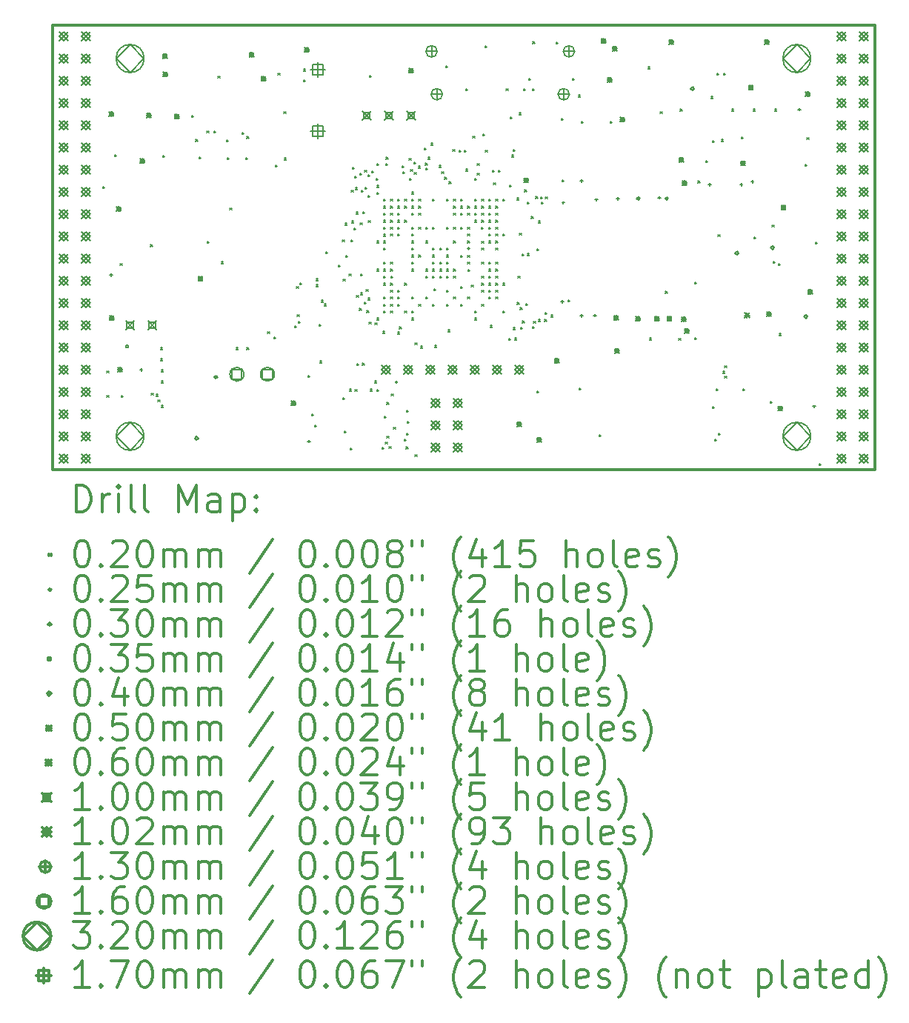
<source format=gbr>
%FSLAX45Y45*%
G04 Gerber Fmt 4.5, Leading zero omitted, Abs format (unit mm)*
G04 Created by KiCad (PCBNEW 5.0.0+dfsg1-1) date Mon Aug  6 10:07:27 2018*
%MOMM*%
%LPD*%
G01*
G04 APERTURE LIST*
%ADD10C,0.300000*%
%ADD11C,0.200000*%
G04 APERTURE END LIST*
D10*
X9410000Y-6142000D02*
X9410000Y-11222000D01*
X18808000Y-6142000D02*
X9410000Y-6142000D01*
X18808000Y-11222000D02*
X18808000Y-6142000D01*
X9410000Y-11222000D02*
X18808000Y-11222000D01*
D11*
X9990550Y-7986200D02*
X10010550Y-8006200D01*
X10010550Y-7986200D02*
X9990550Y-8006200D01*
X10035000Y-10094400D02*
X10055000Y-10114400D01*
X10055000Y-10094400D02*
X10035000Y-10114400D01*
X10035000Y-10373800D02*
X10055000Y-10393800D01*
X10055000Y-10373800D02*
X10035000Y-10393800D01*
X10125400Y-7619700D02*
X10145400Y-7639700D01*
X10145400Y-7619700D02*
X10125400Y-7639700D01*
X10187400Y-8868850D02*
X10207400Y-8888850D01*
X10207400Y-8868850D02*
X10187400Y-8888850D01*
X10200100Y-10373800D02*
X10220100Y-10393800D01*
X10220100Y-10373800D02*
X10200100Y-10393800D01*
X10535450Y-8649900D02*
X10555450Y-8669900D01*
X10555450Y-8649900D02*
X10535450Y-8669900D01*
X10543000Y-10348400D02*
X10563000Y-10368400D01*
X10563000Y-10348400D02*
X10543000Y-10368400D01*
X10595970Y-10361643D02*
X10615970Y-10381643D01*
X10615970Y-10361643D02*
X10595970Y-10381643D01*
X10619200Y-10424600D02*
X10639200Y-10444600D01*
X10639200Y-10424600D02*
X10619200Y-10444600D01*
X10650950Y-9827700D02*
X10670950Y-9847700D01*
X10670950Y-9827700D02*
X10650950Y-9847700D01*
X10650950Y-9954700D02*
X10670950Y-9974700D01*
X10670950Y-9954700D02*
X10650950Y-9974700D01*
X10657300Y-10081700D02*
X10677300Y-10101700D01*
X10677300Y-10081700D02*
X10657300Y-10101700D01*
X10657300Y-10208701D02*
X10677300Y-10228701D01*
X10677300Y-10208701D02*
X10657300Y-10228701D01*
X10657300Y-10488100D02*
X10677300Y-10508100D01*
X10677300Y-10488100D02*
X10657300Y-10508100D01*
X10671500Y-7632400D02*
X10691500Y-7652400D01*
X10691500Y-7632400D02*
X10671500Y-7652400D01*
X11001700Y-7175200D02*
X11021700Y-7195200D01*
X11021700Y-7175200D02*
X11001700Y-7195200D01*
X11049908Y-7448938D02*
X11069908Y-7468938D01*
X11069908Y-7448938D02*
X11049908Y-7468938D01*
X11090600Y-7645100D02*
X11110600Y-7665100D01*
X11110600Y-7645100D02*
X11090600Y-7665100D01*
X11178000Y-7350000D02*
X11198000Y-7370000D01*
X11198000Y-7350000D02*
X11178000Y-7370000D01*
X11179522Y-8615379D02*
X11199522Y-8635379D01*
X11199522Y-8615379D02*
X11179522Y-8635379D01*
X11258000Y-7350000D02*
X11278000Y-7370000D01*
X11278000Y-7350000D02*
X11258000Y-7370000D01*
X11305725Y-6724363D02*
X11325725Y-6744363D01*
X11325725Y-6724363D02*
X11305725Y-6744363D01*
X11344600Y-8845973D02*
X11364600Y-8865973D01*
X11364600Y-8845973D02*
X11344600Y-8865973D01*
X11400408Y-7451220D02*
X11420408Y-7471220D01*
X11420408Y-7451220D02*
X11400408Y-7471220D01*
X11408100Y-7657800D02*
X11428100Y-7677800D01*
X11428100Y-7657800D02*
X11408100Y-7677800D01*
X11441393Y-8230943D02*
X11461393Y-8250943D01*
X11461393Y-8230943D02*
X11441393Y-8250943D01*
X11514550Y-9827700D02*
X11534550Y-9847700D01*
X11534550Y-9827700D02*
X11514550Y-9847700D01*
X11578000Y-7370000D02*
X11598000Y-7390000D01*
X11598000Y-7370000D02*
X11578000Y-7390000D01*
X11624000Y-7657800D02*
X11644000Y-7677800D01*
X11644000Y-7657800D02*
X11624000Y-7677800D01*
X11633852Y-9827700D02*
X11653852Y-9847700D01*
X11653852Y-9827700D02*
X11633852Y-9847700D01*
X11635200Y-7414700D02*
X11655200Y-7434700D01*
X11655200Y-7414700D02*
X11635200Y-7434700D01*
X11870412Y-9644112D02*
X11890412Y-9664112D01*
X11890412Y-9644112D02*
X11870412Y-9664112D01*
X11941500Y-9702500D02*
X11961500Y-9722500D01*
X11961500Y-9702500D02*
X11941500Y-9722500D01*
X11959215Y-7739412D02*
X11979215Y-7759412D01*
X11979215Y-7739412D02*
X11959215Y-7759412D01*
X11990800Y-6690800D02*
X12010800Y-6710800D01*
X12010800Y-6690800D02*
X11990800Y-6710800D01*
X12056498Y-7133651D02*
X12076498Y-7153651D01*
X12076498Y-7133651D02*
X12056498Y-7153651D01*
X12063993Y-7659408D02*
X12083993Y-7679408D01*
X12083993Y-7659408D02*
X12063993Y-7679408D01*
X12182800Y-9575500D02*
X12202800Y-9595500D01*
X12202800Y-9575500D02*
X12182800Y-9595500D01*
X12201657Y-9128657D02*
X12221657Y-9148657D01*
X12221657Y-9128657D02*
X12201657Y-9148657D01*
X12210364Y-9448538D02*
X12230364Y-9468538D01*
X12230364Y-9448538D02*
X12210364Y-9468538D01*
X12220900Y-9524700D02*
X12240900Y-9544700D01*
X12240900Y-9524700D02*
X12220900Y-9544700D01*
X12242096Y-9088217D02*
X12262096Y-9108217D01*
X12262096Y-9088217D02*
X12242096Y-9108217D01*
X12282618Y-6643232D02*
X12302618Y-6663232D01*
X12302618Y-6643232D02*
X12282618Y-6663232D01*
X12284400Y-6768800D02*
X12304400Y-6788800D01*
X12304400Y-6768800D02*
X12284400Y-6788800D01*
X12332545Y-10146435D02*
X12352545Y-10166435D01*
X12352545Y-10146435D02*
X12332545Y-10166435D01*
X12376349Y-10586650D02*
X12396349Y-10606650D01*
X12396349Y-10586650D02*
X12376349Y-10606650D01*
X12410242Y-10710764D02*
X12430242Y-10730764D01*
X12430242Y-10710764D02*
X12410242Y-10730764D01*
X12423701Y-9107100D02*
X12443701Y-9127100D01*
X12443701Y-9107100D02*
X12423701Y-9127100D01*
X12423702Y-9038791D02*
X12443702Y-9058791D01*
X12443702Y-9038791D02*
X12423702Y-9058791D01*
X12460700Y-9561000D02*
X12480700Y-9581000D01*
X12480700Y-9561000D02*
X12460700Y-9581000D01*
X12467050Y-9980100D02*
X12487050Y-10000100D01*
X12487050Y-9980100D02*
X12467050Y-10000100D01*
X12486399Y-9285661D02*
X12506399Y-9305661D01*
X12506399Y-9285661D02*
X12486399Y-9305661D01*
X12519149Y-9329350D02*
X12539149Y-9349350D01*
X12539149Y-9329350D02*
X12519149Y-9349350D01*
X12538837Y-8731087D02*
X12558837Y-8751087D01*
X12558837Y-8731087D02*
X12538837Y-8751087D01*
X12682329Y-8882979D02*
X12702329Y-8902979D01*
X12702329Y-8882979D02*
X12682329Y-8902979D01*
X12727400Y-8595800D02*
X12747400Y-8615800D01*
X12747400Y-8595800D02*
X12727400Y-8615800D01*
X12731909Y-10397773D02*
X12751909Y-10417773D01*
X12751909Y-10397773D02*
X12731909Y-10417773D01*
X12733834Y-9045740D02*
X12753834Y-9065740D01*
X12753834Y-9045740D02*
X12733834Y-9065740D01*
X12748660Y-10777504D02*
X12768660Y-10797504D01*
X12768660Y-10777504D02*
X12748660Y-10797504D01*
X12759150Y-8405300D02*
X12779150Y-8425300D01*
X12779150Y-8405300D02*
X12759150Y-8425300D01*
X12764768Y-8776012D02*
X12784768Y-8796012D01*
X12784768Y-8776012D02*
X12764768Y-8796012D01*
X12803218Y-8983018D02*
X12823218Y-9003018D01*
X12823218Y-8983018D02*
X12803218Y-9003018D01*
X12808750Y-10300900D02*
X12828750Y-10320900D01*
X12828750Y-10300900D02*
X12808750Y-10320900D01*
X12815100Y-10974000D02*
X12835100Y-10994000D01*
X12835100Y-10974000D02*
X12815100Y-10994000D01*
X12824072Y-8596207D02*
X12844072Y-8616207D01*
X12844072Y-8596207D02*
X12824072Y-8616207D01*
X12829000Y-8030650D02*
X12849000Y-8050650D01*
X12849000Y-8030650D02*
X12829000Y-8050650D01*
X12835350Y-8379900D02*
X12855350Y-8399900D01*
X12855350Y-8379900D02*
X12835350Y-8399900D01*
X12841700Y-7765451D02*
X12861700Y-7785451D01*
X12861700Y-7765451D02*
X12841700Y-7785451D01*
X12860114Y-8462438D02*
X12880114Y-8482438D01*
X12880114Y-8462438D02*
X12860114Y-8482438D01*
X12867100Y-7865550D02*
X12887100Y-7885550D01*
X12887100Y-7865550D02*
X12867100Y-7885550D01*
X12870682Y-10308590D02*
X12890682Y-10328590D01*
X12890682Y-10308590D02*
X12870682Y-10328590D01*
X12873450Y-7998900D02*
X12893450Y-8018900D01*
X12893450Y-7998900D02*
X12873450Y-8018900D01*
X12886150Y-8278300D02*
X12906150Y-8298300D01*
X12906150Y-8278300D02*
X12886150Y-8298300D01*
X12886283Y-9229083D02*
X12906283Y-9249083D01*
X12906283Y-9229083D02*
X12886283Y-9249083D01*
X12890520Y-10007480D02*
X12910520Y-10027480D01*
X12910520Y-10007480D02*
X12890520Y-10027480D01*
X12921835Y-9377845D02*
X12941835Y-9397845D01*
X12941835Y-9377845D02*
X12921835Y-9397845D01*
X12924250Y-7833800D02*
X12944250Y-7853800D01*
X12944250Y-7833800D02*
X12924250Y-7853800D01*
X12930501Y-8400852D02*
X12950501Y-8420852D01*
X12950501Y-8400852D02*
X12930501Y-8420852D01*
X12934924Y-8983794D02*
X12954924Y-9003794D01*
X12954924Y-8983794D02*
X12934924Y-9003794D01*
X12935750Y-9202350D02*
X12955750Y-9222350D01*
X12955750Y-9202350D02*
X12935750Y-9222350D01*
X12940751Y-8030650D02*
X12960751Y-8050650D01*
X12960751Y-8030650D02*
X12940751Y-8050650D01*
X12956000Y-10005500D02*
X12976000Y-10025500D01*
X12976000Y-10005500D02*
X12956000Y-10025500D01*
X12962350Y-8273851D02*
X12982350Y-8293851D01*
X12982350Y-8273851D02*
X12962350Y-8293851D01*
X12976189Y-9308896D02*
X12996189Y-9328896D01*
X12996189Y-9308896D02*
X12976189Y-9328896D01*
X12981400Y-7802050D02*
X13001400Y-7822050D01*
X13001400Y-7802050D02*
X12981400Y-7822050D01*
X12984711Y-7994431D02*
X13004711Y-8014431D01*
X13004711Y-7994431D02*
X12984711Y-8014431D01*
X12999250Y-9164250D02*
X13019250Y-9184250D01*
X13019250Y-9164250D02*
X12999250Y-9184250D01*
X13007618Y-9405227D02*
X13027618Y-9425227D01*
X13027618Y-9405227D02*
X13007618Y-9425227D01*
X13018300Y-9259500D02*
X13038300Y-9279500D01*
X13038300Y-9259500D02*
X13018300Y-9279500D01*
X13018305Y-7852464D02*
X13038305Y-7872464D01*
X13038305Y-7852464D02*
X13018305Y-7872464D01*
X13019500Y-8087800D02*
X13039500Y-8107800D01*
X13039500Y-8087800D02*
X13019500Y-8107800D01*
X13023410Y-8375410D02*
X13043410Y-8395410D01*
X13043410Y-8375410D02*
X13023410Y-8395410D01*
X13030548Y-9536431D02*
X13050548Y-9556431D01*
X13050548Y-9536431D02*
X13030548Y-9556431D01*
X13033700Y-6718000D02*
X13053700Y-6738000D01*
X13053700Y-6718000D02*
X13033700Y-6738000D01*
X13043700Y-10300900D02*
X13063700Y-10320900D01*
X13063700Y-10300900D02*
X13043700Y-10320900D01*
X13063950Y-7808400D02*
X13083950Y-7828400D01*
X13083950Y-7808400D02*
X13063950Y-7828400D01*
X13093907Y-10208700D02*
X13113907Y-10228700D01*
X13113907Y-10208700D02*
X13093907Y-10228700D01*
X13098471Y-9546418D02*
X13118471Y-9566418D01*
X13118471Y-9546418D02*
X13098471Y-9566418D01*
X13114818Y-7892343D02*
X13134818Y-7912343D01*
X13134818Y-7892343D02*
X13114818Y-7912343D01*
X13118000Y-8052363D02*
X13138000Y-8072363D01*
X13138000Y-8052363D02*
X13118000Y-8072363D01*
X13118000Y-8610000D02*
X13138000Y-8630000D01*
X13138000Y-8610000D02*
X13118000Y-8630000D01*
X13118000Y-8930000D02*
X13138000Y-8950000D01*
X13138000Y-8930000D02*
X13118000Y-8950000D01*
X13118000Y-9490000D02*
X13138000Y-9510000D01*
X13138000Y-9490000D02*
X13118000Y-9510000D01*
X13118565Y-7722735D02*
X13138565Y-7742735D01*
X13138565Y-7722735D02*
X13118565Y-7742735D01*
X13119785Y-7972345D02*
X13139785Y-7992345D01*
X13139785Y-7972345D02*
X13119785Y-7992345D01*
X13119900Y-10307250D02*
X13139900Y-10327250D01*
X13139900Y-10307250D02*
X13119900Y-10327250D01*
X13178250Y-10964350D02*
X13198250Y-10984350D01*
X13198250Y-10964350D02*
X13178250Y-10984350D01*
X13189750Y-9640500D02*
X13209750Y-9660500D01*
X13209750Y-9640500D02*
X13189750Y-9660500D01*
X13197734Y-9090201D02*
X13217734Y-9110201D01*
X13217734Y-9090201D02*
X13197734Y-9110201D01*
X13198000Y-8130000D02*
X13218000Y-8150000D01*
X13218000Y-8130000D02*
X13198000Y-8150000D01*
X13198000Y-8210000D02*
X13218000Y-8230000D01*
X13218000Y-8210000D02*
X13198000Y-8230000D01*
X13198000Y-8290000D02*
X13218000Y-8310000D01*
X13218000Y-8290000D02*
X13198000Y-8310000D01*
X13198000Y-8370000D02*
X13218000Y-8390000D01*
X13218000Y-8370000D02*
X13198000Y-8390000D01*
X13198000Y-8450000D02*
X13218000Y-8470000D01*
X13218000Y-8450000D02*
X13198000Y-8470000D01*
X13198000Y-8531500D02*
X13218000Y-8551500D01*
X13218000Y-8531500D02*
X13198000Y-8551500D01*
X13198000Y-8610000D02*
X13218000Y-8630000D01*
X13218000Y-8610000D02*
X13198000Y-8630000D01*
X13198000Y-8690000D02*
X13218000Y-8710000D01*
X13218000Y-8690000D02*
X13198000Y-8710000D01*
X13198000Y-8850000D02*
X13218000Y-8870000D01*
X13218000Y-8850000D02*
X13198000Y-8870000D01*
X13198000Y-8930000D02*
X13218000Y-8950000D01*
X13218000Y-8930000D02*
X13198000Y-8950000D01*
X13198000Y-9010000D02*
X13218000Y-9030000D01*
X13218000Y-9010000D02*
X13198000Y-9030000D01*
X13198000Y-9250000D02*
X13218000Y-9270000D01*
X13218000Y-9250000D02*
X13198000Y-9270000D01*
X13198000Y-9330000D02*
X13218000Y-9350000D01*
X13218000Y-9330000D02*
X13198000Y-9350000D01*
X13198000Y-9410000D02*
X13218000Y-9430000D01*
X13218000Y-9410000D02*
X13198000Y-9430000D01*
X13206286Y-10608587D02*
X13226286Y-10628587D01*
X13226286Y-10608587D02*
X13206286Y-10628587D01*
X13217511Y-10908296D02*
X13237511Y-10928296D01*
X13237511Y-10908296D02*
X13217511Y-10928296D01*
X13220903Y-7724256D02*
X13240903Y-7744256D01*
X13240903Y-7724256D02*
X13220903Y-7744256D01*
X13227850Y-7652950D02*
X13247850Y-7672950D01*
X13247850Y-7652950D02*
X13227850Y-7672950D01*
X13234200Y-10453300D02*
X13254200Y-10473300D01*
X13254200Y-10453300D02*
X13234200Y-10473300D01*
X13234200Y-10840650D02*
X13254200Y-10860650D01*
X13254200Y-10840650D02*
X13234200Y-10860650D01*
X13260800Y-10958000D02*
X13280800Y-10978000D01*
X13280800Y-10958000D02*
X13260800Y-10978000D01*
X13278000Y-8130000D02*
X13298000Y-8150000D01*
X13298000Y-8130000D02*
X13278000Y-8150000D01*
X13278000Y-8210000D02*
X13298000Y-8230000D01*
X13298000Y-8210000D02*
X13278000Y-8230000D01*
X13278000Y-8290000D02*
X13298000Y-8310000D01*
X13298000Y-8290000D02*
X13278000Y-8310000D01*
X13278000Y-8370000D02*
X13298000Y-8390000D01*
X13298000Y-8370000D02*
X13278000Y-8390000D01*
X13278000Y-8450000D02*
X13298000Y-8470000D01*
X13298000Y-8450000D02*
X13278000Y-8470000D01*
X13278000Y-8530000D02*
X13298000Y-8550000D01*
X13298000Y-8530000D02*
X13278000Y-8550000D01*
X13278000Y-8850000D02*
X13298000Y-8870000D01*
X13298000Y-8850000D02*
X13278000Y-8870000D01*
X13278000Y-8930000D02*
X13298000Y-8950000D01*
X13298000Y-8930000D02*
X13278000Y-8950000D01*
X13278000Y-9090000D02*
X13298000Y-9110000D01*
X13298000Y-9090000D02*
X13278000Y-9110000D01*
X13278000Y-9170000D02*
X13298000Y-9190000D01*
X13298000Y-9170000D02*
X13278000Y-9190000D01*
X13278000Y-9250000D02*
X13298000Y-9270000D01*
X13298000Y-9250000D02*
X13278000Y-9270000D01*
X13278000Y-9330000D02*
X13298000Y-9350000D01*
X13298000Y-9330000D02*
X13278000Y-9350000D01*
X13278000Y-9410000D02*
X13298000Y-9430000D01*
X13298000Y-9410000D02*
X13278000Y-9430000D01*
X13280000Y-9008000D02*
X13300000Y-9028000D01*
X13300000Y-9008000D02*
X13280000Y-9028000D01*
X13285000Y-10358050D02*
X13305000Y-10378050D01*
X13305000Y-10358050D02*
X13285000Y-10378050D01*
X13311600Y-10736500D02*
X13331600Y-10756500D01*
X13331600Y-10736500D02*
X13311600Y-10756500D01*
X13358000Y-8130000D02*
X13378000Y-8150000D01*
X13378000Y-8130000D02*
X13358000Y-8150000D01*
X13358000Y-8210000D02*
X13378000Y-8230000D01*
X13378000Y-8210000D02*
X13358000Y-8230000D01*
X13358000Y-8290000D02*
X13378000Y-8310000D01*
X13378000Y-8290000D02*
X13358000Y-8310000D01*
X13358000Y-8370000D02*
X13378000Y-8390000D01*
X13378000Y-8370000D02*
X13358000Y-8390000D01*
X13358000Y-8450000D02*
X13378000Y-8470000D01*
X13378000Y-8450000D02*
X13358000Y-8470000D01*
X13358000Y-8530000D02*
X13378000Y-8550000D01*
X13378000Y-8530000D02*
X13358000Y-8550000D01*
X13358000Y-9170000D02*
X13378000Y-9190000D01*
X13378000Y-9170000D02*
X13358000Y-9190000D01*
X13358000Y-9250000D02*
X13378000Y-9270000D01*
X13378000Y-9250000D02*
X13358000Y-9270000D01*
X13358000Y-9330000D02*
X13378000Y-9350000D01*
X13378000Y-9330000D02*
X13358000Y-9350000D01*
X13358000Y-9650000D02*
X13378000Y-9670000D01*
X13378000Y-9650000D02*
X13358000Y-9670000D01*
X13378000Y-9590000D02*
X13398000Y-9610000D01*
X13398000Y-9590000D02*
X13378000Y-9610000D01*
X13411163Y-7748395D02*
X13431163Y-7768395D01*
X13431163Y-7748395D02*
X13411163Y-7768395D01*
X13415020Y-7815418D02*
X13435020Y-7835418D01*
X13435020Y-7815418D02*
X13415020Y-7835418D01*
X13436400Y-10874197D02*
X13456400Y-10894197D01*
X13456400Y-10874197D02*
X13436400Y-10894197D01*
X13438000Y-8130000D02*
X13458000Y-8150000D01*
X13458000Y-8130000D02*
X13438000Y-8150000D01*
X13438000Y-8210000D02*
X13458000Y-8230000D01*
X13458000Y-8210000D02*
X13438000Y-8230000D01*
X13438000Y-8370000D02*
X13458000Y-8390000D01*
X13458000Y-8370000D02*
X13438000Y-8390000D01*
X13438000Y-9090000D02*
X13458000Y-9110000D01*
X13458000Y-9090000D02*
X13438000Y-9110000D01*
X13438000Y-9410000D02*
X13458000Y-9430000D01*
X13458000Y-9410000D02*
X13438000Y-9430000D01*
X13453687Y-10961995D02*
X13473687Y-10981995D01*
X13473687Y-10961995D02*
X13453687Y-10981995D01*
X13457587Y-10803159D02*
X13477587Y-10823159D01*
X13477587Y-10803159D02*
X13457587Y-10823159D01*
X13460735Y-10540845D02*
X13480735Y-10560845D01*
X13480735Y-10540845D02*
X13460735Y-10560845D01*
X13465065Y-10671051D02*
X13485065Y-10691051D01*
X13485065Y-10671051D02*
X13465065Y-10691051D01*
X13489399Y-7662350D02*
X13509399Y-7682350D01*
X13509399Y-7662350D02*
X13489399Y-7682350D01*
X13492132Y-7892495D02*
X13512132Y-7912495D01*
X13512132Y-7892495D02*
X13492132Y-7912495D01*
X13507250Y-7792650D02*
X13527250Y-7812650D01*
X13527250Y-7792650D02*
X13507250Y-7812650D01*
X13518000Y-8050000D02*
X13538000Y-8070000D01*
X13538000Y-8050000D02*
X13518000Y-8070000D01*
X13518000Y-8130000D02*
X13538000Y-8150000D01*
X13538000Y-8130000D02*
X13518000Y-8150000D01*
X13518000Y-8210000D02*
X13538000Y-8230000D01*
X13538000Y-8210000D02*
X13518000Y-8230000D01*
X13518000Y-8290000D02*
X13538000Y-8310000D01*
X13538000Y-8290000D02*
X13518000Y-8310000D01*
X13518000Y-8450000D02*
X13538000Y-8470000D01*
X13538000Y-8450000D02*
X13518000Y-8470000D01*
X13518000Y-8530000D02*
X13538000Y-8550000D01*
X13538000Y-8530000D02*
X13518000Y-8550000D01*
X13518000Y-8610000D02*
X13538000Y-8630000D01*
X13538000Y-8610000D02*
X13518000Y-8630000D01*
X13518000Y-8690000D02*
X13538000Y-8710000D01*
X13538000Y-8690000D02*
X13518000Y-8710000D01*
X13518000Y-8770000D02*
X13538000Y-8790000D01*
X13538000Y-8770000D02*
X13518000Y-8790000D01*
X13518000Y-8850000D02*
X13538000Y-8870000D01*
X13538000Y-8850000D02*
X13518000Y-8870000D01*
X13518000Y-8930000D02*
X13538000Y-8950000D01*
X13538000Y-8930000D02*
X13518000Y-8950000D01*
X13518000Y-9250000D02*
X13538000Y-9270000D01*
X13538000Y-9250000D02*
X13518000Y-9270000D01*
X13518000Y-9410000D02*
X13538000Y-9430000D01*
X13538000Y-9410000D02*
X13518000Y-9430000D01*
X13518000Y-9490000D02*
X13538000Y-9510000D01*
X13538000Y-9490000D02*
X13518000Y-9510000D01*
X13546550Y-7706800D02*
X13566550Y-7726800D01*
X13566550Y-7706800D02*
X13546550Y-7726800D01*
X13549150Y-7827659D02*
X13569150Y-7847659D01*
X13569150Y-7827659D02*
X13549150Y-7847659D01*
X13555656Y-11051071D02*
X13575656Y-11071071D01*
X13575656Y-11051071D02*
X13555656Y-11071071D01*
X13558000Y-9770000D02*
X13578000Y-9790000D01*
X13578000Y-9770000D02*
X13558000Y-9790000D01*
X13594882Y-7754550D02*
X13614882Y-7774550D01*
X13614882Y-7754550D02*
X13594882Y-7774550D01*
X13598000Y-8130000D02*
X13618000Y-8150000D01*
X13618000Y-8130000D02*
X13598000Y-8150000D01*
X13598000Y-8210000D02*
X13618000Y-8230000D01*
X13618000Y-8210000D02*
X13598000Y-8230000D01*
X13598000Y-8290000D02*
X13618000Y-8310000D01*
X13618000Y-8290000D02*
X13598000Y-8310000D01*
X13598000Y-8450000D02*
X13618000Y-8470000D01*
X13618000Y-8450000D02*
X13598000Y-8470000D01*
X13598000Y-8770000D02*
X13618000Y-8790000D01*
X13618000Y-8770000D02*
X13598000Y-8790000D01*
X13598000Y-9330000D02*
X13618000Y-9350000D01*
X13618000Y-9330000D02*
X13598000Y-9350000D01*
X13618000Y-9810000D02*
X13638000Y-9830000D01*
X13638000Y-9810000D02*
X13618000Y-9830000D01*
X13664259Y-7547941D02*
X13684259Y-7567941D01*
X13684259Y-7547941D02*
X13664259Y-7567941D01*
X13676320Y-7718760D02*
X13696320Y-7738760D01*
X13696320Y-7718760D02*
X13676320Y-7738760D01*
X13678000Y-8450000D02*
X13698000Y-8470000D01*
X13698000Y-8450000D02*
X13678000Y-8470000D01*
X13678000Y-8610000D02*
X13698000Y-8630000D01*
X13698000Y-8610000D02*
X13678000Y-8630000D01*
X13678000Y-8930000D02*
X13698000Y-8950000D01*
X13698000Y-8930000D02*
X13678000Y-8950000D01*
X13678000Y-9010000D02*
X13698000Y-9030000D01*
X13698000Y-9010000D02*
X13678000Y-9030000D01*
X13678000Y-9250000D02*
X13698000Y-9270000D01*
X13698000Y-9250000D02*
X13678000Y-9270000D01*
X13679461Y-7776107D02*
X13699461Y-7796107D01*
X13699461Y-7776107D02*
X13679461Y-7796107D01*
X13707437Y-7652487D02*
X13727437Y-7672487D01*
X13727437Y-7652487D02*
X13707437Y-7672487D01*
X13738000Y-7490000D02*
X13758000Y-7510000D01*
X13758000Y-7490000D02*
X13738000Y-7510000D01*
X13758000Y-8130000D02*
X13778000Y-8150000D01*
X13778000Y-8130000D02*
X13758000Y-8150000D01*
X13758000Y-8450000D02*
X13778000Y-8470000D01*
X13778000Y-8450000D02*
X13758000Y-8470000D01*
X13758000Y-8690000D02*
X13778000Y-8710000D01*
X13778000Y-8690000D02*
X13758000Y-8710000D01*
X13758000Y-8770000D02*
X13778000Y-8790000D01*
X13778000Y-8770000D02*
X13758000Y-8790000D01*
X13758000Y-8850000D02*
X13778000Y-8870000D01*
X13778000Y-8850000D02*
X13758000Y-8870000D01*
X13758000Y-8930000D02*
X13778000Y-8950000D01*
X13778000Y-8930000D02*
X13758000Y-8950000D01*
X13758000Y-9010000D02*
X13778000Y-9030000D01*
X13778000Y-9010000D02*
X13758000Y-9030000D01*
X13758000Y-9330000D02*
X13778000Y-9350000D01*
X13778000Y-9330000D02*
X13758000Y-9350000D01*
X13770300Y-9156400D02*
X13790300Y-9176400D01*
X13790300Y-9156400D02*
X13770300Y-9176400D01*
X13781499Y-9802300D02*
X13801499Y-9822300D01*
X13801499Y-9802300D02*
X13781499Y-9822300D01*
X13830592Y-7745154D02*
X13850592Y-7765154D01*
X13850592Y-7745154D02*
X13830592Y-7765154D01*
X13838000Y-8690000D02*
X13858000Y-8710000D01*
X13858000Y-8690000D02*
X13838000Y-8710000D01*
X13838000Y-8850000D02*
X13858000Y-8870000D01*
X13858000Y-8850000D02*
X13838000Y-8870000D01*
X13838000Y-8930000D02*
X13858000Y-8950000D01*
X13858000Y-8930000D02*
X13838000Y-8950000D01*
X13838000Y-9010000D02*
X13858000Y-9030000D01*
X13858000Y-9010000D02*
X13838000Y-9030000D01*
X13862850Y-7818050D02*
X13882850Y-7838050D01*
X13882850Y-7818050D02*
X13862850Y-7838050D01*
X13894600Y-7881550D02*
X13914600Y-7901550D01*
X13914600Y-7881550D02*
X13894600Y-7901550D01*
X13910000Y-6603700D02*
X13930000Y-6623700D01*
X13930000Y-6603700D02*
X13910000Y-6623700D01*
X13918000Y-8130000D02*
X13938000Y-8150000D01*
X13938000Y-8130000D02*
X13918000Y-8150000D01*
X13918000Y-8450000D02*
X13938000Y-8470000D01*
X13938000Y-8450000D02*
X13918000Y-8470000D01*
X13918000Y-8690000D02*
X13938000Y-8710000D01*
X13938000Y-8690000D02*
X13918000Y-8710000D01*
X13918000Y-8770000D02*
X13938000Y-8790000D01*
X13938000Y-8770000D02*
X13918000Y-8790000D01*
X13918000Y-8850000D02*
X13938000Y-8870000D01*
X13938000Y-8850000D02*
X13918000Y-8870000D01*
X13918000Y-8930000D02*
X13938000Y-8950000D01*
X13938000Y-8930000D02*
X13918000Y-8950000D01*
X13918000Y-9010000D02*
X13938000Y-9030000D01*
X13938000Y-9010000D02*
X13918000Y-9030000D01*
X13918000Y-9170000D02*
X13938000Y-9190000D01*
X13938000Y-9170000D02*
X13918000Y-9190000D01*
X13918000Y-9330000D02*
X13938000Y-9350000D01*
X13938000Y-9330000D02*
X13918000Y-9350000D01*
X13933900Y-9624500D02*
X13953900Y-9644500D01*
X13953900Y-9624500D02*
X13933900Y-9644500D01*
X13945400Y-7932350D02*
X13965400Y-7952350D01*
X13965400Y-7932350D02*
X13945400Y-7952350D01*
X13989352Y-7565171D02*
X14009352Y-7585171D01*
X14009352Y-7565171D02*
X13989352Y-7585171D01*
X13996000Y-8292000D02*
X14016000Y-8312000D01*
X14016000Y-8292000D02*
X13996000Y-8312000D01*
X13998000Y-8130000D02*
X14018000Y-8150000D01*
X14018000Y-8130000D02*
X13998000Y-8150000D01*
X13998000Y-8210000D02*
X14018000Y-8230000D01*
X14018000Y-8210000D02*
X13998000Y-8230000D01*
X13998000Y-8450000D02*
X14018000Y-8470000D01*
X14018000Y-8450000D02*
X13998000Y-8470000D01*
X13998000Y-8610000D02*
X14018000Y-8630000D01*
X14018000Y-8610000D02*
X13998000Y-8630000D01*
X13998000Y-8930000D02*
X14018000Y-8950000D01*
X14018000Y-8930000D02*
X13998000Y-8950000D01*
X13998000Y-9010000D02*
X14018000Y-9030000D01*
X14018000Y-9010000D02*
X13998000Y-9030000D01*
X13998000Y-9250000D02*
X14018000Y-9270000D01*
X14018000Y-9250000D02*
X13998000Y-9270000D01*
X14058000Y-7570000D02*
X14078000Y-7590000D01*
X14078000Y-7570000D02*
X14058000Y-7590000D01*
X14078000Y-8130000D02*
X14098000Y-8150000D01*
X14098000Y-8130000D02*
X14078000Y-8150000D01*
X14078000Y-8210000D02*
X14098000Y-8230000D01*
X14098000Y-8210000D02*
X14078000Y-8230000D01*
X14078000Y-8290000D02*
X14098000Y-8310000D01*
X14098000Y-8290000D02*
X14078000Y-8310000D01*
X14078000Y-8450000D02*
X14098000Y-8470000D01*
X14098000Y-8450000D02*
X14078000Y-8470000D01*
X14078000Y-9130000D02*
X14098000Y-9150000D01*
X14098000Y-9130000D02*
X14078000Y-9150000D01*
X14078000Y-9330000D02*
X14098000Y-9350000D01*
X14098000Y-9330000D02*
X14078000Y-9350000D01*
X14079623Y-8771623D02*
X14099623Y-8791623D01*
X14099623Y-8771623D02*
X14079623Y-8791623D01*
X14118000Y-7570000D02*
X14138000Y-7590000D01*
X14138000Y-7570000D02*
X14118000Y-7590000D01*
X14135900Y-7786300D02*
X14155900Y-7806300D01*
X14155900Y-7786300D02*
X14135900Y-7806300D01*
X14138000Y-6870000D02*
X14158000Y-6890000D01*
X14158000Y-6870000D02*
X14138000Y-6890000D01*
X14158000Y-8210000D02*
X14178000Y-8230000D01*
X14178000Y-8210000D02*
X14158000Y-8230000D01*
X14158000Y-8290000D02*
X14178000Y-8310000D01*
X14178000Y-8290000D02*
X14158000Y-8310000D01*
X14158000Y-8450000D02*
X14178000Y-8470000D01*
X14178000Y-8450000D02*
X14158000Y-8470000D01*
X14158000Y-8530000D02*
X14178000Y-8550000D01*
X14178000Y-8530000D02*
X14158000Y-8550000D01*
X14158000Y-8610000D02*
X14178000Y-8630000D01*
X14178000Y-8610000D02*
X14158000Y-8630000D01*
X14158000Y-8850000D02*
X14178000Y-8870000D01*
X14178000Y-8850000D02*
X14158000Y-8870000D01*
X14158000Y-9250000D02*
X14178000Y-9270000D01*
X14178000Y-9250000D02*
X14158000Y-9270000D01*
X14158027Y-8772746D02*
X14178027Y-8792746D01*
X14178027Y-8772746D02*
X14158027Y-8792746D01*
X14160000Y-8932000D02*
X14180000Y-8952000D01*
X14180000Y-8932000D02*
X14160000Y-8952000D01*
X14200722Y-9110102D02*
X14220722Y-9130102D01*
X14220722Y-9110102D02*
X14200722Y-9130102D01*
X14218000Y-7410000D02*
X14238000Y-7430000D01*
X14238000Y-7410000D02*
X14218000Y-7430000D01*
X14236000Y-8292000D02*
X14256000Y-8312000D01*
X14256000Y-8292000D02*
X14236000Y-8312000D01*
X14236377Y-7893109D02*
X14256377Y-7913109D01*
X14256377Y-7893109D02*
X14236377Y-7913109D01*
X14238000Y-8130000D02*
X14258000Y-8150000D01*
X14258000Y-8130000D02*
X14238000Y-8150000D01*
X14238000Y-8210000D02*
X14258000Y-8230000D01*
X14258000Y-8210000D02*
X14238000Y-8230000D01*
X14238000Y-8370000D02*
X14258000Y-8390000D01*
X14258000Y-8370000D02*
X14238000Y-8390000D01*
X14238000Y-9410000D02*
X14258000Y-9430000D01*
X14258000Y-9410000D02*
X14238000Y-9430000D01*
X14238000Y-9490000D02*
X14258000Y-9510000D01*
X14258000Y-9490000D02*
X14238000Y-9510000D01*
X14267329Y-7833800D02*
X14287329Y-7853800D01*
X14287329Y-7833800D02*
X14267329Y-7853800D01*
X14268583Y-7723660D02*
X14288583Y-7743660D01*
X14288583Y-7723660D02*
X14268583Y-7743660D01*
X14316000Y-8452000D02*
X14336000Y-8472000D01*
X14336000Y-8452000D02*
X14316000Y-8472000D01*
X14318000Y-8130000D02*
X14338000Y-8150000D01*
X14338000Y-8130000D02*
X14318000Y-8150000D01*
X14318000Y-8210000D02*
X14338000Y-8230000D01*
X14338000Y-8210000D02*
X14318000Y-8230000D01*
X14318000Y-8290000D02*
X14338000Y-8310000D01*
X14338000Y-8290000D02*
X14318000Y-8310000D01*
X14318000Y-8370000D02*
X14338000Y-8390000D01*
X14338000Y-8370000D02*
X14318000Y-8390000D01*
X14318000Y-8690000D02*
X14338000Y-8710000D01*
X14338000Y-8690000D02*
X14318000Y-8710000D01*
X14318000Y-8850000D02*
X14338000Y-8870000D01*
X14338000Y-8850000D02*
X14318000Y-8870000D01*
X14318000Y-9010000D02*
X14338000Y-9030000D01*
X14338000Y-9010000D02*
X14318000Y-9030000D01*
X14318000Y-9090000D02*
X14338000Y-9110000D01*
X14338000Y-9090000D02*
X14318000Y-9110000D01*
X14318000Y-9170000D02*
X14338000Y-9190000D01*
X14338000Y-9170000D02*
X14318000Y-9190000D01*
X14318000Y-9330000D02*
X14338000Y-9350000D01*
X14338000Y-9330000D02*
X14318000Y-9350000D01*
X14320000Y-8612000D02*
X14340000Y-8632000D01*
X14340000Y-8612000D02*
X14320000Y-8632000D01*
X14331863Y-7387513D02*
X14351863Y-7407513D01*
X14351863Y-7387513D02*
X14331863Y-7407513D01*
X14355067Y-6376252D02*
X14375067Y-6396252D01*
X14375067Y-6376252D02*
X14355067Y-6396252D01*
X14360888Y-7571730D02*
X14380888Y-7591730D01*
X14380888Y-7571730D02*
X14360888Y-7591730D01*
X14398000Y-8130000D02*
X14418000Y-8150000D01*
X14418000Y-8130000D02*
X14398000Y-8150000D01*
X14398000Y-8210000D02*
X14418000Y-8230000D01*
X14418000Y-8210000D02*
X14398000Y-8230000D01*
X14398000Y-8290000D02*
X14418000Y-8310000D01*
X14418000Y-8290000D02*
X14398000Y-8310000D01*
X14398000Y-8370000D02*
X14418000Y-8390000D01*
X14418000Y-8370000D02*
X14398000Y-8390000D01*
X14398000Y-8450000D02*
X14418000Y-8470000D01*
X14418000Y-8450000D02*
X14398000Y-8470000D01*
X14398000Y-8530000D02*
X14418000Y-8550000D01*
X14418000Y-8530000D02*
X14398000Y-8550000D01*
X14398000Y-8610000D02*
X14418000Y-8630000D01*
X14418000Y-8610000D02*
X14398000Y-8630000D01*
X14398000Y-8850000D02*
X14418000Y-8870000D01*
X14418000Y-8850000D02*
X14398000Y-8870000D01*
X14398000Y-8930000D02*
X14418000Y-8950000D01*
X14418000Y-8930000D02*
X14398000Y-8950000D01*
X14398000Y-9010000D02*
X14418000Y-9030000D01*
X14418000Y-9010000D02*
X14398000Y-9030000D01*
X14398000Y-9090000D02*
X14418000Y-9110000D01*
X14418000Y-9090000D02*
X14398000Y-9110000D01*
X14398000Y-9170000D02*
X14418000Y-9190000D01*
X14418000Y-9170000D02*
X14398000Y-9190000D01*
X14398000Y-9250000D02*
X14418000Y-9270000D01*
X14418000Y-9250000D02*
X14398000Y-9270000D01*
X14416499Y-9573700D02*
X14436499Y-9593700D01*
X14436499Y-9573700D02*
X14416499Y-9593700D01*
X14441900Y-7802050D02*
X14461900Y-7822050D01*
X14461900Y-7802050D02*
X14441900Y-7822050D01*
X14453400Y-7942279D02*
X14473400Y-7962279D01*
X14473400Y-7942279D02*
X14453400Y-7962279D01*
X14478000Y-8130000D02*
X14498000Y-8150000D01*
X14498000Y-8130000D02*
X14478000Y-8150000D01*
X14478000Y-8210000D02*
X14498000Y-8230000D01*
X14498000Y-8210000D02*
X14478000Y-8230000D01*
X14478000Y-8290000D02*
X14498000Y-8310000D01*
X14498000Y-8290000D02*
X14478000Y-8310000D01*
X14478000Y-8370000D02*
X14498000Y-8390000D01*
X14498000Y-8370000D02*
X14478000Y-8390000D01*
X14478000Y-8450000D02*
X14498000Y-8470000D01*
X14498000Y-8450000D02*
X14478000Y-8470000D01*
X14478000Y-8530000D02*
X14498000Y-8550000D01*
X14498000Y-8530000D02*
X14478000Y-8550000D01*
X14478000Y-8610000D02*
X14498000Y-8630000D01*
X14498000Y-8610000D02*
X14478000Y-8630000D01*
X14478000Y-8690000D02*
X14498000Y-8710000D01*
X14498000Y-8690000D02*
X14478000Y-8710000D01*
X14478000Y-8850000D02*
X14498000Y-8870000D01*
X14498000Y-8850000D02*
X14478000Y-8870000D01*
X14478000Y-8930000D02*
X14498000Y-8950000D01*
X14498000Y-8930000D02*
X14478000Y-8950000D01*
X14478000Y-9010000D02*
X14498000Y-9030000D01*
X14498000Y-9010000D02*
X14478000Y-9030000D01*
X14478000Y-9090000D02*
X14498000Y-9110000D01*
X14498000Y-9090000D02*
X14478000Y-9110000D01*
X14478000Y-9170000D02*
X14498000Y-9190000D01*
X14498000Y-9170000D02*
X14478000Y-9190000D01*
X14478000Y-9250000D02*
X14498000Y-9270000D01*
X14498000Y-9250000D02*
X14478000Y-9270000D01*
X14511750Y-7802050D02*
X14531750Y-7822050D01*
X14531750Y-7802050D02*
X14511750Y-7822050D01*
X14558000Y-8130000D02*
X14578000Y-8150000D01*
X14578000Y-8130000D02*
X14558000Y-8150000D01*
X14558000Y-8530000D02*
X14578000Y-8550000D01*
X14578000Y-8530000D02*
X14558000Y-8550000D01*
X14558000Y-9090000D02*
X14578000Y-9110000D01*
X14578000Y-9090000D02*
X14558000Y-9110000D01*
X14558000Y-9410000D02*
X14578000Y-9430000D01*
X14578000Y-9410000D02*
X14558000Y-9430000D01*
X14598000Y-6870000D02*
X14618000Y-6890000D01*
X14618000Y-6870000D02*
X14598000Y-6890000D01*
X14629479Y-9723392D02*
X14649479Y-9743392D01*
X14649479Y-9723392D02*
X14629479Y-9743392D01*
X14638141Y-7971938D02*
X14658141Y-7991938D01*
X14658141Y-7971938D02*
X14638141Y-7991938D01*
X14646600Y-7187799D02*
X14666600Y-7207799D01*
X14666600Y-7187799D02*
X14646600Y-7207799D01*
X14660029Y-7625502D02*
X14680029Y-7645502D01*
X14680029Y-7625502D02*
X14660029Y-7645502D01*
X14676850Y-7560750D02*
X14696850Y-7580750D01*
X14696850Y-7560750D02*
X14676850Y-7580750D01*
X14678513Y-9600483D02*
X14698513Y-9620483D01*
X14698513Y-9600483D02*
X14678513Y-9620483D01*
X14694701Y-9716700D02*
X14714701Y-9736700D01*
X14714701Y-9716700D02*
X14694701Y-9736700D01*
X14720100Y-8116500D02*
X14740100Y-8136500D01*
X14740100Y-8116500D02*
X14720100Y-8136500D01*
X14724389Y-9311713D02*
X14744389Y-9331713D01*
X14744389Y-9311713D02*
X14724389Y-9331713D01*
X14733095Y-9013302D02*
X14753095Y-9033302D01*
X14753095Y-9013302D02*
X14733095Y-9033302D01*
X14748200Y-7143450D02*
X14768200Y-7163450D01*
X14768200Y-7143450D02*
X14748200Y-7163450D01*
X14751215Y-8517186D02*
X14771215Y-8537186D01*
X14771215Y-8517186D02*
X14751215Y-8537186D01*
X14760000Y-9372000D02*
X14780000Y-9392000D01*
X14780000Y-9372000D02*
X14760000Y-9392000D01*
X14764725Y-9595736D02*
X14784725Y-9615736D01*
X14784725Y-9595736D02*
X14764725Y-9615736D01*
X14781079Y-8758342D02*
X14801079Y-8778342D01*
X14801079Y-8758342D02*
X14781079Y-8778342D01*
X14782886Y-9523902D02*
X14802886Y-9543902D01*
X14802886Y-9523902D02*
X14782886Y-9543902D01*
X14795949Y-6870000D02*
X14815949Y-6890000D01*
X14815949Y-6870000D02*
X14795949Y-6890000D01*
X14810200Y-8024300D02*
X14830200Y-8044300D01*
X14830200Y-8024300D02*
X14810200Y-8044300D01*
X14824901Y-9322231D02*
X14844901Y-9342231D01*
X14844901Y-9322231D02*
X14824901Y-9342231D01*
X14838354Y-8752346D02*
X14858354Y-8772346D01*
X14858354Y-8752346D02*
X14838354Y-8772346D01*
X14841950Y-8164000D02*
X14861950Y-8184000D01*
X14861950Y-8164000D02*
X14841950Y-8184000D01*
X14858001Y-6750000D02*
X14878001Y-6770000D01*
X14878001Y-6750000D02*
X14858001Y-6770000D01*
X14886400Y-8329101D02*
X14906400Y-8349101D01*
X14906400Y-8329101D02*
X14886400Y-8349101D01*
X14898000Y-6870000D02*
X14918000Y-6890000D01*
X14918000Y-6870000D02*
X14898000Y-6890000D01*
X14899100Y-9586400D02*
X14919100Y-9606400D01*
X14919100Y-9586400D02*
X14899100Y-9606400D01*
X14903412Y-6332405D02*
X14923412Y-6352405D01*
X14923412Y-6332405D02*
X14903412Y-6352405D01*
X14910600Y-9526200D02*
X14930600Y-9546200D01*
X14930600Y-9526200D02*
X14910600Y-9546200D01*
X14937199Y-8100500D02*
X14957199Y-8120500D01*
X14957199Y-8100500D02*
X14937199Y-8120500D01*
X14947550Y-8699301D02*
X14967550Y-8719301D01*
X14967550Y-8699301D02*
X14947550Y-8719301D01*
X14947728Y-10322085D02*
X14967728Y-10342085D01*
X14967728Y-10322085D02*
X14947728Y-10342085D01*
X14966401Y-8381402D02*
X14986401Y-8401402D01*
X14986401Y-8381402D02*
X14966401Y-8401402D01*
X14967749Y-9507150D02*
X14987749Y-9527150D01*
X14987749Y-9507150D02*
X14967749Y-9527150D01*
X14991381Y-8107272D02*
X15011381Y-8127272D01*
X15011381Y-8107272D02*
X14991381Y-8127272D01*
X15000700Y-8164000D02*
X15020700Y-8184000D01*
X15020700Y-8164000D02*
X15000700Y-8184000D01*
X15037600Y-9507150D02*
X15057600Y-9527150D01*
X15057600Y-9507150D02*
X15037600Y-9527150D01*
X15043950Y-9424600D02*
X15063950Y-9444600D01*
X15063950Y-9424600D02*
X15043950Y-9444600D01*
X15045980Y-8106843D02*
X15065980Y-8126843D01*
X15065980Y-8106843D02*
X15045980Y-8126843D01*
X15109016Y-9455085D02*
X15129016Y-9475085D01*
X15129016Y-9455085D02*
X15109016Y-9475085D01*
X15167300Y-6337000D02*
X15187300Y-6357000D01*
X15187300Y-6337000D02*
X15167300Y-6357000D01*
X15230800Y-7206950D02*
X15250800Y-7226950D01*
X15250800Y-7206950D02*
X15230800Y-7226950D01*
X15239707Y-7909347D02*
X15259707Y-7929347D01*
X15259707Y-7909347D02*
X15239707Y-7929347D01*
X15305500Y-9281600D02*
X15325500Y-9301600D01*
X15325500Y-9281600D02*
X15305500Y-9301600D01*
X15358000Y-6750000D02*
X15378000Y-6770000D01*
X15378000Y-6750000D02*
X15358000Y-6770000D01*
X15421300Y-6940250D02*
X15441300Y-6960250D01*
X15441300Y-6940250D02*
X15421300Y-6960250D01*
X15432558Y-10288777D02*
X15452558Y-10308777D01*
X15452558Y-10288777D02*
X15432558Y-10308777D01*
X15459400Y-7238700D02*
X15479400Y-7258700D01*
X15479400Y-7238700D02*
X15459400Y-7258700D01*
X15662600Y-10820100D02*
X15682600Y-10840100D01*
X15682600Y-10820100D02*
X15662600Y-10840100D01*
X15789600Y-7238700D02*
X15809600Y-7258700D01*
X15809600Y-7238700D02*
X15789600Y-7258700D01*
X16217147Y-6618496D02*
X16237147Y-6638496D01*
X16237147Y-6618496D02*
X16217147Y-6638496D01*
X16234100Y-9717000D02*
X16254100Y-9737000D01*
X16254100Y-9717000D02*
X16234100Y-9737000D01*
X16359090Y-7131693D02*
X16379090Y-7151693D01*
X16379090Y-7131693D02*
X16359090Y-7151693D01*
X16418510Y-9184590D02*
X16438510Y-9204590D01*
X16438510Y-9184590D02*
X16418510Y-9204590D01*
X16570337Y-9724488D02*
X16590337Y-9744488D01*
X16590337Y-9724488D02*
X16570337Y-9744488D01*
X16588200Y-7102746D02*
X16608200Y-7122746D01*
X16608200Y-7102746D02*
X16588200Y-7122746D01*
X16754800Y-9080200D02*
X16774800Y-9100200D01*
X16774800Y-9080200D02*
X16754800Y-9100200D01*
X16754800Y-9715200D02*
X16774800Y-9735200D01*
X16774800Y-9715200D02*
X16754800Y-9735200D01*
X16791400Y-7922700D02*
X16811400Y-7942700D01*
X16811400Y-7922700D02*
X16791400Y-7942700D01*
X16880300Y-7687203D02*
X16900300Y-7707203D01*
X16900300Y-7687203D02*
X16880300Y-7707203D01*
X16941704Y-6958649D02*
X16961704Y-6978649D01*
X16961704Y-6958649D02*
X16941704Y-6978649D01*
X16955300Y-7460651D02*
X16975300Y-7480651D01*
X16975300Y-7460651D02*
X16955300Y-7480651D01*
X16958000Y-10502600D02*
X16978000Y-10522600D01*
X16978000Y-10502600D02*
X16958000Y-10522600D01*
X16983400Y-10870900D02*
X17003400Y-10890900D01*
X17003400Y-10870900D02*
X16983400Y-10890900D01*
X16996100Y-10299400D02*
X17016100Y-10319400D01*
X17016100Y-10299400D02*
X16996100Y-10319400D01*
X17008800Y-6692600D02*
X17028800Y-6712600D01*
X17028800Y-6692600D02*
X17008800Y-6712600D01*
X17020954Y-8534153D02*
X17040954Y-8554153D01*
X17040954Y-8534153D02*
X17020954Y-8554153D01*
X17021500Y-10807400D02*
X17041500Y-10827400D01*
X17041500Y-10807400D02*
X17021500Y-10827400D01*
X17058000Y-7450000D02*
X17078000Y-7470000D01*
X17078000Y-7450000D02*
X17058000Y-7470000D01*
X17075950Y-10097700D02*
X17095950Y-10117700D01*
X17095950Y-10097700D02*
X17075950Y-10117700D01*
X17085000Y-6692600D02*
X17105000Y-6712600D01*
X17105000Y-6692600D02*
X17085000Y-6712600D01*
X17095000Y-10034200D02*
X17115000Y-10054200D01*
X17115000Y-10034200D02*
X17095000Y-10054200D01*
X17095000Y-10152849D02*
X17115000Y-10172849D01*
X17115000Y-10152849D02*
X17095000Y-10172849D01*
X17173900Y-7102746D02*
X17193900Y-7122746D01*
X17193900Y-7102746D02*
X17173900Y-7122746D01*
X17288200Y-7416500D02*
X17308200Y-7436500D01*
X17308200Y-7416500D02*
X17288200Y-7436500D01*
X17300900Y-10299400D02*
X17320900Y-10319400D01*
X17320900Y-10299400D02*
X17300900Y-10319400D01*
X17421312Y-7102746D02*
X17441312Y-7122746D01*
X17441312Y-7102746D02*
X17421312Y-7122746D01*
X17427900Y-8564300D02*
X17447900Y-8584300D01*
X17447900Y-8564300D02*
X17427900Y-8584300D01*
X17618400Y-10439100D02*
X17638400Y-10459100D01*
X17638400Y-10439100D02*
X17618400Y-10459100D01*
X17638029Y-8424371D02*
X17658029Y-8444371D01*
X17658029Y-8424371D02*
X17638029Y-8444371D01*
X17650543Y-8840716D02*
X17670543Y-8860716D01*
X17670543Y-8840716D02*
X17650543Y-8860716D01*
X17669708Y-7102746D02*
X17689708Y-7122746D01*
X17689708Y-7102746D02*
X17669708Y-7122746D01*
X17708899Y-8866403D02*
X17728899Y-8886403D01*
X17728899Y-8866403D02*
X17708899Y-8886403D01*
X17718798Y-9667866D02*
X17738798Y-9687866D01*
X17738798Y-9667866D02*
X17718798Y-9687866D01*
X18015551Y-7730221D02*
X18035551Y-7750221D01*
X18035551Y-7730221D02*
X18015551Y-7750221D01*
X18036000Y-7427400D02*
X18056000Y-7447400D01*
X18056000Y-7427400D02*
X18036000Y-7447400D01*
X18131250Y-8621200D02*
X18151250Y-8641200D01*
X18151250Y-8621200D02*
X18131250Y-8641200D01*
X18177200Y-11150300D02*
X18197200Y-11170300D01*
X18197200Y-11150300D02*
X18177200Y-11170300D01*
X13357629Y-10223262D02*
G75*
G03X13357629Y-10223262I-12700J0D01*
G01*
X14180298Y-8698652D02*
G75*
G03X14180298Y-8698652I-12700J0D01*
G01*
X10083100Y-8978150D02*
X10083100Y-9008150D01*
X10068100Y-8993150D02*
X10098100Y-8993150D01*
X10426000Y-10064000D02*
X10426000Y-10094000D01*
X10411000Y-10079000D02*
X10441000Y-10079000D01*
X12343700Y-10882200D02*
X12343700Y-10912200D01*
X12328700Y-10897200D02*
X12358700Y-10897200D01*
X15240800Y-9284750D02*
X15240800Y-9314750D01*
X15225800Y-9299750D02*
X15255800Y-9299750D01*
X15251012Y-8154523D02*
X15251012Y-8184523D01*
X15236012Y-8169523D02*
X15266012Y-8169523D01*
X15456700Y-7902852D02*
X15456700Y-7932852D01*
X15441700Y-7917852D02*
X15471700Y-7917852D01*
X15459390Y-9445795D02*
X15459390Y-9475795D01*
X15444390Y-9460795D02*
X15474390Y-9460795D01*
X15609100Y-9443500D02*
X15609100Y-9473500D01*
X15594100Y-9458500D02*
X15624100Y-9458500D01*
X15626277Y-8119937D02*
X15626277Y-8149937D01*
X15611277Y-8134937D02*
X15641277Y-8134937D01*
X15875800Y-8110000D02*
X15875800Y-8140000D01*
X15860800Y-8125000D02*
X15890800Y-8125000D01*
X16345700Y-8097300D02*
X16345700Y-8127300D01*
X16330700Y-8112300D02*
X16360700Y-8112300D01*
X16922050Y-7949450D02*
X16922050Y-7979450D01*
X16907050Y-7964450D02*
X16937050Y-7964450D01*
X17284000Y-7949450D02*
X17284000Y-7979450D01*
X17269000Y-7964450D02*
X17299000Y-7964450D01*
X17411000Y-7911350D02*
X17411000Y-7941350D01*
X17396000Y-7926350D02*
X17426000Y-7926350D01*
X17945900Y-7088696D02*
X17945900Y-7118696D01*
X17930900Y-7103696D02*
X17960900Y-7103696D01*
X18115592Y-10483071D02*
X18115592Y-10513071D01*
X18100592Y-10498071D02*
X18130592Y-10498071D01*
X10274775Y-9826475D02*
X10274775Y-9801726D01*
X10250026Y-9801726D01*
X10250026Y-9826475D01*
X10274775Y-9826475D01*
X11059391Y-10883646D02*
X11079391Y-10863646D01*
X11059391Y-10843646D01*
X11039391Y-10863646D01*
X11059391Y-10883646D01*
X11279458Y-10184408D02*
X11299458Y-10164408D01*
X11279458Y-10144408D01*
X11259458Y-10164408D01*
X11279458Y-10184408D01*
X16109250Y-8143200D02*
X16129250Y-8123200D01*
X16109250Y-8103200D01*
X16089250Y-8123200D01*
X16109250Y-8143200D01*
X16433100Y-8143200D02*
X16453100Y-8123200D01*
X16433100Y-8103200D01*
X16413100Y-8123200D01*
X16433100Y-8143200D01*
X16726700Y-6887700D02*
X16746700Y-6867700D01*
X16726700Y-6847700D01*
X16706700Y-6867700D01*
X16726700Y-6887700D01*
X17234700Y-8767300D02*
X17254700Y-8747300D01*
X17234700Y-8727300D01*
X17214700Y-8747300D01*
X17234700Y-8767300D01*
X17641100Y-8703800D02*
X17661100Y-8683800D01*
X17641100Y-8663800D01*
X17621100Y-8683800D01*
X17641100Y-8703800D01*
X18022100Y-9491200D02*
X18042100Y-9471200D01*
X18022100Y-9451200D01*
X18002100Y-9471200D01*
X18022100Y-9491200D01*
X10060589Y-7132486D02*
X10110589Y-7182486D01*
X10110589Y-7132486D02*
X10060589Y-7182486D01*
X10110589Y-7157486D02*
G75*
G03X10110589Y-7157486I-25000J0D01*
G01*
X10064450Y-9463450D02*
X10114450Y-9513450D01*
X10114450Y-9463450D02*
X10064450Y-9513450D01*
X10114450Y-9488450D02*
G75*
G03X10114450Y-9488450I-25000J0D01*
G01*
X10145789Y-8217318D02*
X10195789Y-8267318D01*
X10195789Y-8217318D02*
X10145789Y-8267318D01*
X10195789Y-8242318D02*
G75*
G03X10195789Y-8242318I-25000J0D01*
G01*
X10159700Y-10054000D02*
X10209700Y-10104000D01*
X10209700Y-10054000D02*
X10159700Y-10104000D01*
X10209700Y-10079000D02*
G75*
G03X10209700Y-10079000I-25000J0D01*
G01*
X10415200Y-7668200D02*
X10465200Y-7718200D01*
X10465200Y-7668200D02*
X10415200Y-7718200D01*
X10465200Y-7693200D02*
G75*
G03X10465200Y-7693200I-25000J0D01*
G01*
X10489900Y-7147701D02*
X10539900Y-7197701D01*
X10539900Y-7147701D02*
X10489900Y-7197701D01*
X10539900Y-7172701D02*
G75*
G03X10539900Y-7172701I-25000J0D01*
G01*
X10672481Y-6470397D02*
X10722481Y-6520397D01*
X10722481Y-6470397D02*
X10672481Y-6520397D01*
X10722481Y-6495397D02*
G75*
G03X10722481Y-6495397I-25000J0D01*
G01*
X10677149Y-6679363D02*
X10727149Y-6729363D01*
X10727149Y-6679363D02*
X10677149Y-6729363D01*
X10727149Y-6704363D02*
G75*
G03X10727149Y-6704363I-25000J0D01*
G01*
X10808900Y-7160200D02*
X10858900Y-7210200D01*
X10858900Y-7160200D02*
X10808900Y-7210200D01*
X10858900Y-7185200D02*
G75*
G03X10858900Y-7185200I-25000J0D01*
G01*
X11077510Y-9016310D02*
X11127510Y-9066310D01*
X11127510Y-9016310D02*
X11077510Y-9066310D01*
X11127510Y-9041310D02*
G75*
G03X11127510Y-9041310I-25000J0D01*
G01*
X11663050Y-6455294D02*
X11713050Y-6505294D01*
X11713050Y-6455294D02*
X11663050Y-6505294D01*
X11713050Y-6480294D02*
G75*
G03X11713050Y-6480294I-25000J0D01*
G01*
X11799500Y-6728400D02*
X11849500Y-6778400D01*
X11849500Y-6728400D02*
X11799500Y-6778400D01*
X11849500Y-6753400D02*
G75*
G03X11849500Y-6753400I-25000J0D01*
G01*
X12142400Y-10436800D02*
X12192400Y-10486800D01*
X12192400Y-10436800D02*
X12142400Y-10486800D01*
X12192400Y-10461800D02*
G75*
G03X12192400Y-10461800I-25000J0D01*
G01*
X12294800Y-6398200D02*
X12344800Y-6448200D01*
X12344800Y-6398200D02*
X12294800Y-6448200D01*
X12344800Y-6423200D02*
G75*
G03X12344800Y-6423200I-25000J0D01*
G01*
X13485559Y-6636662D02*
X13535559Y-6686662D01*
X13535559Y-6636662D02*
X13485559Y-6686662D01*
X13535559Y-6661662D02*
G75*
G03X13535559Y-6661662I-25000J0D01*
G01*
X14720500Y-10678100D02*
X14770500Y-10728100D01*
X14770500Y-10678100D02*
X14720500Y-10728100D01*
X14770500Y-10703100D02*
G75*
G03X14770500Y-10703100I-25000J0D01*
G01*
X14801839Y-7890602D02*
X14851839Y-7940602D01*
X14851839Y-7890602D02*
X14801839Y-7940602D01*
X14851839Y-7915602D02*
G75*
G03X14851839Y-7915602I-25000J0D01*
G01*
X14949100Y-10855900D02*
X14999100Y-10905900D01*
X14999100Y-10855900D02*
X14949100Y-10905900D01*
X14999100Y-10880900D02*
G75*
G03X14999100Y-10880900I-25000J0D01*
G01*
X15150800Y-9952400D02*
X15200800Y-10002400D01*
X15200800Y-9952400D02*
X15150800Y-10002400D01*
X15200800Y-9977400D02*
G75*
G03X15200800Y-9977400I-25000J0D01*
G01*
X15685700Y-6296600D02*
X15735700Y-6346600D01*
X15735700Y-6296600D02*
X15685700Y-6346600D01*
X15735700Y-6321600D02*
G75*
G03X15735700Y-6321600I-25000J0D01*
G01*
X15755757Y-6741927D02*
X15805757Y-6791927D01*
X15805757Y-6741927D02*
X15755757Y-6791927D01*
X15805757Y-6766927D02*
G75*
G03X15805757Y-6766927I-25000J0D01*
G01*
X15812700Y-6385500D02*
X15862700Y-6435500D01*
X15862700Y-6385500D02*
X15812700Y-6435500D01*
X15862700Y-6410500D02*
G75*
G03X15862700Y-6410500I-25000J0D01*
G01*
X15828999Y-9461877D02*
X15878999Y-9511877D01*
X15878999Y-9461877D02*
X15828999Y-9511877D01*
X15878999Y-9486877D02*
G75*
G03X15878999Y-9486877I-25000J0D01*
G01*
X15839500Y-9838500D02*
X15889500Y-9888500D01*
X15889500Y-9838500D02*
X15839500Y-9888500D01*
X15889500Y-9863500D02*
G75*
G03X15889500Y-9863500I-25000J0D01*
G01*
X15901600Y-7195593D02*
X15951600Y-7245593D01*
X15951600Y-7195593D02*
X15901600Y-7245593D01*
X15951600Y-7220593D02*
G75*
G03X15951600Y-7220593I-25000J0D01*
G01*
X16079400Y-9471600D02*
X16129400Y-9521600D01*
X16129400Y-9471600D02*
X16079400Y-9521600D01*
X16129400Y-9496600D02*
G75*
G03X16129400Y-9496600I-25000J0D01*
G01*
X16295300Y-9471600D02*
X16345300Y-9521600D01*
X16345300Y-9471600D02*
X16295300Y-9521600D01*
X16345300Y-9496600D02*
G75*
G03X16345300Y-9496600I-25000J0D01*
G01*
X16437573Y-9473247D02*
X16487573Y-9523247D01*
X16487573Y-9473247D02*
X16437573Y-9523247D01*
X16487573Y-9498247D02*
G75*
G03X16487573Y-9498247I-25000J0D01*
G01*
X16460400Y-6309300D02*
X16510400Y-6359300D01*
X16510400Y-6309300D02*
X16460400Y-6359300D01*
X16510400Y-6334300D02*
G75*
G03X16510400Y-6334300I-25000J0D01*
G01*
X16573200Y-7655104D02*
X16623200Y-7705104D01*
X16623200Y-7655104D02*
X16573200Y-7705104D01*
X16623200Y-7680104D02*
G75*
G03X16623200Y-7680104I-25000J0D01*
G01*
X16603469Y-9477515D02*
X16653469Y-9527515D01*
X16653469Y-9477515D02*
X16603469Y-9527515D01*
X16653469Y-9502515D02*
G75*
G03X16653469Y-9502515I-25000J0D01*
G01*
X16611301Y-7922352D02*
X16661301Y-7972352D01*
X16661301Y-7922352D02*
X16611301Y-7972352D01*
X16661301Y-7947352D02*
G75*
G03X16661301Y-7947352I-25000J0D01*
G01*
X16638200Y-9611300D02*
X16688200Y-9661300D01*
X16688200Y-9611300D02*
X16638200Y-9661300D01*
X16688200Y-9636300D02*
G75*
G03X16688200Y-9636300I-25000J0D01*
G01*
X17278050Y-7696248D02*
X17328050Y-7746248D01*
X17328050Y-7696248D02*
X17278050Y-7746248D01*
X17328050Y-7721248D02*
G75*
G03X17328050Y-7721248I-25000J0D01*
G01*
X17368450Y-6830000D02*
X17418450Y-6880000D01*
X17418450Y-6830000D02*
X17368450Y-6880000D01*
X17418450Y-6855000D02*
G75*
G03X17418450Y-6855000I-25000J0D01*
G01*
X17552600Y-6309300D02*
X17602600Y-6359300D01*
X17602600Y-6309300D02*
X17552600Y-6359300D01*
X17602600Y-6334300D02*
G75*
G03X17602600Y-6334300I-25000J0D01*
G01*
X17576500Y-9419000D02*
X17626500Y-9469000D01*
X17626500Y-9419000D02*
X17576500Y-9469000D01*
X17626500Y-9444000D02*
G75*
G03X17626500Y-9444000I-25000J0D01*
G01*
X17703500Y-10498500D02*
X17753500Y-10548500D01*
X17753500Y-10498500D02*
X17703500Y-10548500D01*
X17753500Y-10523500D02*
G75*
G03X17753500Y-10523500I-25000J0D01*
G01*
X17740844Y-8203135D02*
X17790844Y-8253135D01*
X17790844Y-8203135D02*
X17740844Y-8253135D01*
X17790844Y-8228135D02*
G75*
G03X17790844Y-8228135I-25000J0D01*
G01*
X18019471Y-6904244D02*
X18069471Y-6954244D01*
X18069471Y-6904244D02*
X18019471Y-6954244D01*
X18069471Y-6929244D02*
G75*
G03X18069471Y-6929244I-25000J0D01*
G01*
X18046400Y-9165000D02*
X18096400Y-9215000D01*
X18096400Y-9165000D02*
X18046400Y-9215000D01*
X18096400Y-9190000D02*
G75*
G03X18096400Y-9190000I-25000J0D01*
G01*
X17319000Y-9428500D02*
X17379000Y-9488500D01*
X17379000Y-9428500D02*
X17319000Y-9488500D01*
X17349000Y-9428500D02*
X17349000Y-9488500D01*
X17319000Y-9458500D02*
X17379000Y-9458500D01*
X10249000Y-9521000D02*
X10349000Y-9621000D01*
X10349000Y-9521000D02*
X10249000Y-9621000D01*
X10334356Y-9606356D02*
X10334356Y-9535644D01*
X10263644Y-9535644D01*
X10263644Y-9606356D01*
X10334356Y-9606356D01*
X10503000Y-9521000D02*
X10603000Y-9621000D01*
X10603000Y-9521000D02*
X10503000Y-9621000D01*
X10588356Y-9606356D02*
X10588356Y-9535644D01*
X10517644Y-9535644D01*
X10517644Y-9606356D01*
X10588356Y-9606356D01*
X12955600Y-7122500D02*
X13055600Y-7222500D01*
X13055600Y-7122500D02*
X12955600Y-7222500D01*
X13040956Y-7207856D02*
X13040956Y-7137144D01*
X12970244Y-7137144D01*
X12970244Y-7207856D01*
X13040956Y-7207856D01*
X13209600Y-7122500D02*
X13309600Y-7222500D01*
X13309600Y-7122500D02*
X13209600Y-7222500D01*
X13294956Y-7207856D02*
X13294956Y-7137144D01*
X13224244Y-7137144D01*
X13224244Y-7207856D01*
X13294956Y-7207856D01*
X13463600Y-7122500D02*
X13563600Y-7222500D01*
X13563600Y-7122500D02*
X13463600Y-7222500D01*
X13548956Y-7207856D02*
X13548956Y-7137144D01*
X13478244Y-7137144D01*
X13478244Y-7207856D01*
X13548956Y-7207856D01*
X9486200Y-6218200D02*
X9587800Y-6319800D01*
X9587800Y-6218200D02*
X9486200Y-6319800D01*
X9537000Y-6319800D02*
X9587800Y-6269000D01*
X9537000Y-6218200D01*
X9486200Y-6269000D01*
X9537000Y-6319800D01*
X9486200Y-6472200D02*
X9587800Y-6573800D01*
X9587800Y-6472200D02*
X9486200Y-6573800D01*
X9537000Y-6573800D02*
X9587800Y-6523000D01*
X9537000Y-6472200D01*
X9486200Y-6523000D01*
X9537000Y-6573800D01*
X9486200Y-6726200D02*
X9587800Y-6827800D01*
X9587800Y-6726200D02*
X9486200Y-6827800D01*
X9537000Y-6827800D02*
X9587800Y-6777000D01*
X9537000Y-6726200D01*
X9486200Y-6777000D01*
X9537000Y-6827800D01*
X9486200Y-6980200D02*
X9587800Y-7081800D01*
X9587800Y-6980200D02*
X9486200Y-7081800D01*
X9537000Y-7081800D02*
X9587800Y-7031000D01*
X9537000Y-6980200D01*
X9486200Y-7031000D01*
X9537000Y-7081800D01*
X9486200Y-7234200D02*
X9587800Y-7335800D01*
X9587800Y-7234200D02*
X9486200Y-7335800D01*
X9537000Y-7335800D02*
X9587800Y-7285000D01*
X9537000Y-7234200D01*
X9486200Y-7285000D01*
X9537000Y-7335800D01*
X9486200Y-7488200D02*
X9587800Y-7589800D01*
X9587800Y-7488200D02*
X9486200Y-7589800D01*
X9537000Y-7589800D02*
X9587800Y-7539000D01*
X9537000Y-7488200D01*
X9486200Y-7539000D01*
X9537000Y-7589800D01*
X9486200Y-7742200D02*
X9587800Y-7843800D01*
X9587800Y-7742200D02*
X9486200Y-7843800D01*
X9537000Y-7843800D02*
X9587800Y-7793000D01*
X9537000Y-7742200D01*
X9486200Y-7793000D01*
X9537000Y-7843800D01*
X9486200Y-7996200D02*
X9587800Y-8097800D01*
X9587800Y-7996200D02*
X9486200Y-8097800D01*
X9537000Y-8097800D02*
X9587800Y-8047000D01*
X9537000Y-7996200D01*
X9486200Y-8047000D01*
X9537000Y-8097800D01*
X9486200Y-8250200D02*
X9587800Y-8351800D01*
X9587800Y-8250200D02*
X9486200Y-8351800D01*
X9537000Y-8351800D02*
X9587800Y-8301000D01*
X9537000Y-8250200D01*
X9486200Y-8301000D01*
X9537000Y-8351800D01*
X9486200Y-8504200D02*
X9587800Y-8605800D01*
X9587800Y-8504200D02*
X9486200Y-8605800D01*
X9537000Y-8605800D02*
X9587800Y-8555000D01*
X9537000Y-8504200D01*
X9486200Y-8555000D01*
X9537000Y-8605800D01*
X9486200Y-8758200D02*
X9587800Y-8859800D01*
X9587800Y-8758200D02*
X9486200Y-8859800D01*
X9537000Y-8859800D02*
X9587800Y-8809000D01*
X9537000Y-8758200D01*
X9486200Y-8809000D01*
X9537000Y-8859800D01*
X9486200Y-9012200D02*
X9587800Y-9113800D01*
X9587800Y-9012200D02*
X9486200Y-9113800D01*
X9537000Y-9113800D02*
X9587800Y-9063000D01*
X9537000Y-9012200D01*
X9486200Y-9063000D01*
X9537000Y-9113800D01*
X9486200Y-9266200D02*
X9587800Y-9367800D01*
X9587800Y-9266200D02*
X9486200Y-9367800D01*
X9537000Y-9367800D02*
X9587800Y-9317000D01*
X9537000Y-9266200D01*
X9486200Y-9317000D01*
X9537000Y-9367800D01*
X9486200Y-9520200D02*
X9587800Y-9621800D01*
X9587800Y-9520200D02*
X9486200Y-9621800D01*
X9537000Y-9621800D02*
X9587800Y-9571000D01*
X9537000Y-9520200D01*
X9486200Y-9571000D01*
X9537000Y-9621800D01*
X9486200Y-9774200D02*
X9587800Y-9875800D01*
X9587800Y-9774200D02*
X9486200Y-9875800D01*
X9537000Y-9875800D02*
X9587800Y-9825000D01*
X9537000Y-9774200D01*
X9486200Y-9825000D01*
X9537000Y-9875800D01*
X9486200Y-10028200D02*
X9587800Y-10129800D01*
X9587800Y-10028200D02*
X9486200Y-10129800D01*
X9537000Y-10129800D02*
X9587800Y-10079000D01*
X9537000Y-10028200D01*
X9486200Y-10079000D01*
X9537000Y-10129800D01*
X9486200Y-10282200D02*
X9587800Y-10383800D01*
X9587800Y-10282200D02*
X9486200Y-10383800D01*
X9537000Y-10383800D02*
X9587800Y-10333000D01*
X9537000Y-10282200D01*
X9486200Y-10333000D01*
X9537000Y-10383800D01*
X9486200Y-10536200D02*
X9587800Y-10637800D01*
X9587800Y-10536200D02*
X9486200Y-10637800D01*
X9537000Y-10637800D02*
X9587800Y-10587000D01*
X9537000Y-10536200D01*
X9486200Y-10587000D01*
X9537000Y-10637800D01*
X9486200Y-10790200D02*
X9587800Y-10891800D01*
X9587800Y-10790200D02*
X9486200Y-10891800D01*
X9537000Y-10891800D02*
X9587800Y-10841000D01*
X9537000Y-10790200D01*
X9486200Y-10841000D01*
X9537000Y-10891800D01*
X9486200Y-11044200D02*
X9587800Y-11145800D01*
X9587800Y-11044200D02*
X9486200Y-11145800D01*
X9537000Y-11145800D02*
X9587800Y-11095000D01*
X9537000Y-11044200D01*
X9486200Y-11095000D01*
X9537000Y-11145800D01*
X9740200Y-6218200D02*
X9841800Y-6319800D01*
X9841800Y-6218200D02*
X9740200Y-6319800D01*
X9791000Y-6319800D02*
X9841800Y-6269000D01*
X9791000Y-6218200D01*
X9740200Y-6269000D01*
X9791000Y-6319800D01*
X9740200Y-6472200D02*
X9841800Y-6573800D01*
X9841800Y-6472200D02*
X9740200Y-6573800D01*
X9791000Y-6573800D02*
X9841800Y-6523000D01*
X9791000Y-6472200D01*
X9740200Y-6523000D01*
X9791000Y-6573800D01*
X9740200Y-6726200D02*
X9841800Y-6827800D01*
X9841800Y-6726200D02*
X9740200Y-6827800D01*
X9791000Y-6827800D02*
X9841800Y-6777000D01*
X9791000Y-6726200D01*
X9740200Y-6777000D01*
X9791000Y-6827800D01*
X9740200Y-6980200D02*
X9841800Y-7081800D01*
X9841800Y-6980200D02*
X9740200Y-7081800D01*
X9791000Y-7081800D02*
X9841800Y-7031000D01*
X9791000Y-6980200D01*
X9740200Y-7031000D01*
X9791000Y-7081800D01*
X9740200Y-7234200D02*
X9841800Y-7335800D01*
X9841800Y-7234200D02*
X9740200Y-7335800D01*
X9791000Y-7335800D02*
X9841800Y-7285000D01*
X9791000Y-7234200D01*
X9740200Y-7285000D01*
X9791000Y-7335800D01*
X9740200Y-7488200D02*
X9841800Y-7589800D01*
X9841800Y-7488200D02*
X9740200Y-7589800D01*
X9791000Y-7589800D02*
X9841800Y-7539000D01*
X9791000Y-7488200D01*
X9740200Y-7539000D01*
X9791000Y-7589800D01*
X9740200Y-7742200D02*
X9841800Y-7843800D01*
X9841800Y-7742200D02*
X9740200Y-7843800D01*
X9791000Y-7843800D02*
X9841800Y-7793000D01*
X9791000Y-7742200D01*
X9740200Y-7793000D01*
X9791000Y-7843800D01*
X9740200Y-7996200D02*
X9841800Y-8097800D01*
X9841800Y-7996200D02*
X9740200Y-8097800D01*
X9791000Y-8097800D02*
X9841800Y-8047000D01*
X9791000Y-7996200D01*
X9740200Y-8047000D01*
X9791000Y-8097800D01*
X9740200Y-8250200D02*
X9841800Y-8351800D01*
X9841800Y-8250200D02*
X9740200Y-8351800D01*
X9791000Y-8351800D02*
X9841800Y-8301000D01*
X9791000Y-8250200D01*
X9740200Y-8301000D01*
X9791000Y-8351800D01*
X9740200Y-8504200D02*
X9841800Y-8605800D01*
X9841800Y-8504200D02*
X9740200Y-8605800D01*
X9791000Y-8605800D02*
X9841800Y-8555000D01*
X9791000Y-8504200D01*
X9740200Y-8555000D01*
X9791000Y-8605800D01*
X9740200Y-8758200D02*
X9841800Y-8859800D01*
X9841800Y-8758200D02*
X9740200Y-8859800D01*
X9791000Y-8859800D02*
X9841800Y-8809000D01*
X9791000Y-8758200D01*
X9740200Y-8809000D01*
X9791000Y-8859800D01*
X9740200Y-9012200D02*
X9841800Y-9113800D01*
X9841800Y-9012200D02*
X9740200Y-9113800D01*
X9791000Y-9113800D02*
X9841800Y-9063000D01*
X9791000Y-9012200D01*
X9740200Y-9063000D01*
X9791000Y-9113800D01*
X9740200Y-9266200D02*
X9841800Y-9367800D01*
X9841800Y-9266200D02*
X9740200Y-9367800D01*
X9791000Y-9367800D02*
X9841800Y-9317000D01*
X9791000Y-9266200D01*
X9740200Y-9317000D01*
X9791000Y-9367800D01*
X9740200Y-9520200D02*
X9841800Y-9621800D01*
X9841800Y-9520200D02*
X9740200Y-9621800D01*
X9791000Y-9621800D02*
X9841800Y-9571000D01*
X9791000Y-9520200D01*
X9740200Y-9571000D01*
X9791000Y-9621800D01*
X9740200Y-9774200D02*
X9841800Y-9875800D01*
X9841800Y-9774200D02*
X9740200Y-9875800D01*
X9791000Y-9875800D02*
X9841800Y-9825000D01*
X9791000Y-9774200D01*
X9740200Y-9825000D01*
X9791000Y-9875800D01*
X9740200Y-10028200D02*
X9841800Y-10129800D01*
X9841800Y-10028200D02*
X9740200Y-10129800D01*
X9791000Y-10129800D02*
X9841800Y-10079000D01*
X9791000Y-10028200D01*
X9740200Y-10079000D01*
X9791000Y-10129800D01*
X9740200Y-10282200D02*
X9841800Y-10383800D01*
X9841800Y-10282200D02*
X9740200Y-10383800D01*
X9791000Y-10383800D02*
X9841800Y-10333000D01*
X9791000Y-10282200D01*
X9740200Y-10333000D01*
X9791000Y-10383800D01*
X9740200Y-10536200D02*
X9841800Y-10637800D01*
X9841800Y-10536200D02*
X9740200Y-10637800D01*
X9791000Y-10637800D02*
X9841800Y-10587000D01*
X9791000Y-10536200D01*
X9740200Y-10587000D01*
X9791000Y-10637800D01*
X9740200Y-10790200D02*
X9841800Y-10891800D01*
X9841800Y-10790200D02*
X9740200Y-10891800D01*
X9791000Y-10891800D02*
X9841800Y-10841000D01*
X9791000Y-10790200D01*
X9740200Y-10841000D01*
X9791000Y-10891800D01*
X9740200Y-11044200D02*
X9841800Y-11145800D01*
X9841800Y-11044200D02*
X9740200Y-11145800D01*
X9791000Y-11145800D02*
X9841800Y-11095000D01*
X9791000Y-11044200D01*
X9740200Y-11095000D01*
X9791000Y-11145800D01*
X13169200Y-10028200D02*
X13270800Y-10129800D01*
X13270800Y-10028200D02*
X13169200Y-10129800D01*
X13220000Y-10129800D02*
X13270800Y-10079000D01*
X13220000Y-10028200D01*
X13169200Y-10079000D01*
X13220000Y-10129800D01*
X13423200Y-10028200D02*
X13524800Y-10129800D01*
X13524800Y-10028200D02*
X13423200Y-10129800D01*
X13474000Y-10129800D02*
X13524800Y-10079000D01*
X13474000Y-10028200D01*
X13423200Y-10079000D01*
X13474000Y-10129800D01*
X13677200Y-10028200D02*
X13778800Y-10129800D01*
X13778800Y-10028200D02*
X13677200Y-10129800D01*
X13728000Y-10129800D02*
X13778800Y-10079000D01*
X13728000Y-10028200D01*
X13677200Y-10079000D01*
X13728000Y-10129800D01*
X13931200Y-10028200D02*
X14032800Y-10129800D01*
X14032800Y-10028200D02*
X13931200Y-10129800D01*
X13982000Y-10129800D02*
X14032800Y-10079000D01*
X13982000Y-10028200D01*
X13931200Y-10079000D01*
X13982000Y-10129800D01*
X14185200Y-10028200D02*
X14286800Y-10129800D01*
X14286800Y-10028200D02*
X14185200Y-10129800D01*
X14236000Y-10129800D02*
X14286800Y-10079000D01*
X14236000Y-10028200D01*
X14185200Y-10079000D01*
X14236000Y-10129800D01*
X14439200Y-10028200D02*
X14540800Y-10129800D01*
X14540800Y-10028200D02*
X14439200Y-10129800D01*
X14490000Y-10129800D02*
X14540800Y-10079000D01*
X14490000Y-10028200D01*
X14439200Y-10079000D01*
X14490000Y-10129800D01*
X14693200Y-10028200D02*
X14794800Y-10129800D01*
X14794800Y-10028200D02*
X14693200Y-10129800D01*
X14744000Y-10129800D02*
X14794800Y-10079000D01*
X14744000Y-10028200D01*
X14693200Y-10079000D01*
X14744000Y-10129800D01*
X13740700Y-10409200D02*
X13842300Y-10510800D01*
X13842300Y-10409200D02*
X13740700Y-10510800D01*
X13791500Y-10510800D02*
X13842300Y-10460000D01*
X13791500Y-10409200D01*
X13740700Y-10460000D01*
X13791500Y-10510800D01*
X13740700Y-10663200D02*
X13842300Y-10764800D01*
X13842300Y-10663200D02*
X13740700Y-10764800D01*
X13791500Y-10764800D02*
X13842300Y-10714000D01*
X13791500Y-10663200D01*
X13740700Y-10714000D01*
X13791500Y-10764800D01*
X13740700Y-10917200D02*
X13842300Y-11018800D01*
X13842300Y-10917200D02*
X13740700Y-11018800D01*
X13791500Y-11018800D02*
X13842300Y-10968000D01*
X13791500Y-10917200D01*
X13740700Y-10968000D01*
X13791500Y-11018800D01*
X13994700Y-10409200D02*
X14096300Y-10510800D01*
X14096300Y-10409200D02*
X13994700Y-10510800D01*
X14045500Y-10510800D02*
X14096300Y-10460000D01*
X14045500Y-10409200D01*
X13994700Y-10460000D01*
X14045500Y-10510800D01*
X13994700Y-10663200D02*
X14096300Y-10764800D01*
X14096300Y-10663200D02*
X13994700Y-10764800D01*
X14045500Y-10764800D02*
X14096300Y-10714000D01*
X14045500Y-10663200D01*
X13994700Y-10714000D01*
X14045500Y-10764800D01*
X13994700Y-10917200D02*
X14096300Y-11018800D01*
X14096300Y-10917200D02*
X13994700Y-11018800D01*
X14045500Y-11018800D02*
X14096300Y-10968000D01*
X14045500Y-10917200D01*
X13994700Y-10968000D01*
X14045500Y-11018800D01*
X18376200Y-6218200D02*
X18477800Y-6319800D01*
X18477800Y-6218200D02*
X18376200Y-6319800D01*
X18427000Y-6319800D02*
X18477800Y-6269000D01*
X18427000Y-6218200D01*
X18376200Y-6269000D01*
X18427000Y-6319800D01*
X18376200Y-6472200D02*
X18477800Y-6573800D01*
X18477800Y-6472200D02*
X18376200Y-6573800D01*
X18427000Y-6573800D02*
X18477800Y-6523000D01*
X18427000Y-6472200D01*
X18376200Y-6523000D01*
X18427000Y-6573800D01*
X18376200Y-6726200D02*
X18477800Y-6827800D01*
X18477800Y-6726200D02*
X18376200Y-6827800D01*
X18427000Y-6827800D02*
X18477800Y-6777000D01*
X18427000Y-6726200D01*
X18376200Y-6777000D01*
X18427000Y-6827800D01*
X18376200Y-6980200D02*
X18477800Y-7081800D01*
X18477800Y-6980200D02*
X18376200Y-7081800D01*
X18427000Y-7081800D02*
X18477800Y-7031000D01*
X18427000Y-6980200D01*
X18376200Y-7031000D01*
X18427000Y-7081800D01*
X18376200Y-7234200D02*
X18477800Y-7335800D01*
X18477800Y-7234200D02*
X18376200Y-7335800D01*
X18427000Y-7335800D02*
X18477800Y-7285000D01*
X18427000Y-7234200D01*
X18376200Y-7285000D01*
X18427000Y-7335800D01*
X18376200Y-7488200D02*
X18477800Y-7589800D01*
X18477800Y-7488200D02*
X18376200Y-7589800D01*
X18427000Y-7589800D02*
X18477800Y-7539000D01*
X18427000Y-7488200D01*
X18376200Y-7539000D01*
X18427000Y-7589800D01*
X18376200Y-7742200D02*
X18477800Y-7843800D01*
X18477800Y-7742200D02*
X18376200Y-7843800D01*
X18427000Y-7843800D02*
X18477800Y-7793000D01*
X18427000Y-7742200D01*
X18376200Y-7793000D01*
X18427000Y-7843800D01*
X18376200Y-7996200D02*
X18477800Y-8097800D01*
X18477800Y-7996200D02*
X18376200Y-8097800D01*
X18427000Y-8097800D02*
X18477800Y-8047000D01*
X18427000Y-7996200D01*
X18376200Y-8047000D01*
X18427000Y-8097800D01*
X18376200Y-8250200D02*
X18477800Y-8351800D01*
X18477800Y-8250200D02*
X18376200Y-8351800D01*
X18427000Y-8351800D02*
X18477800Y-8301000D01*
X18427000Y-8250200D01*
X18376200Y-8301000D01*
X18427000Y-8351800D01*
X18376200Y-8504200D02*
X18477800Y-8605800D01*
X18477800Y-8504200D02*
X18376200Y-8605800D01*
X18427000Y-8605800D02*
X18477800Y-8555000D01*
X18427000Y-8504200D01*
X18376200Y-8555000D01*
X18427000Y-8605800D01*
X18376200Y-8758200D02*
X18477800Y-8859800D01*
X18477800Y-8758200D02*
X18376200Y-8859800D01*
X18427000Y-8859800D02*
X18477800Y-8809000D01*
X18427000Y-8758200D01*
X18376200Y-8809000D01*
X18427000Y-8859800D01*
X18376200Y-9012200D02*
X18477800Y-9113800D01*
X18477800Y-9012200D02*
X18376200Y-9113800D01*
X18427000Y-9113800D02*
X18477800Y-9063000D01*
X18427000Y-9012200D01*
X18376200Y-9063000D01*
X18427000Y-9113800D01*
X18376200Y-9266200D02*
X18477800Y-9367800D01*
X18477800Y-9266200D02*
X18376200Y-9367800D01*
X18427000Y-9367800D02*
X18477800Y-9317000D01*
X18427000Y-9266200D01*
X18376200Y-9317000D01*
X18427000Y-9367800D01*
X18376200Y-9520200D02*
X18477800Y-9621800D01*
X18477800Y-9520200D02*
X18376200Y-9621800D01*
X18427000Y-9621800D02*
X18477800Y-9571000D01*
X18427000Y-9520200D01*
X18376200Y-9571000D01*
X18427000Y-9621800D01*
X18376200Y-9774200D02*
X18477800Y-9875800D01*
X18477800Y-9774200D02*
X18376200Y-9875800D01*
X18427000Y-9875800D02*
X18477800Y-9825000D01*
X18427000Y-9774200D01*
X18376200Y-9825000D01*
X18427000Y-9875800D01*
X18376200Y-10028200D02*
X18477800Y-10129800D01*
X18477800Y-10028200D02*
X18376200Y-10129800D01*
X18427000Y-10129800D02*
X18477800Y-10079000D01*
X18427000Y-10028200D01*
X18376200Y-10079000D01*
X18427000Y-10129800D01*
X18376200Y-10282200D02*
X18477800Y-10383800D01*
X18477800Y-10282200D02*
X18376200Y-10383800D01*
X18427000Y-10383800D02*
X18477800Y-10333000D01*
X18427000Y-10282200D01*
X18376200Y-10333000D01*
X18427000Y-10383800D01*
X18376200Y-10536200D02*
X18477800Y-10637800D01*
X18477800Y-10536200D02*
X18376200Y-10637800D01*
X18427000Y-10637800D02*
X18477800Y-10587000D01*
X18427000Y-10536200D01*
X18376200Y-10587000D01*
X18427000Y-10637800D01*
X18376200Y-10790200D02*
X18477800Y-10891800D01*
X18477800Y-10790200D02*
X18376200Y-10891800D01*
X18427000Y-10891800D02*
X18477800Y-10841000D01*
X18427000Y-10790200D01*
X18376200Y-10841000D01*
X18427000Y-10891800D01*
X18376200Y-11044200D02*
X18477800Y-11145800D01*
X18477800Y-11044200D02*
X18376200Y-11145800D01*
X18427000Y-11145800D02*
X18477800Y-11095000D01*
X18427000Y-11044200D01*
X18376200Y-11095000D01*
X18427000Y-11145800D01*
X18630200Y-6218200D02*
X18731800Y-6319800D01*
X18731800Y-6218200D02*
X18630200Y-6319800D01*
X18681000Y-6319800D02*
X18731800Y-6269000D01*
X18681000Y-6218200D01*
X18630200Y-6269000D01*
X18681000Y-6319800D01*
X18630200Y-6472200D02*
X18731800Y-6573800D01*
X18731800Y-6472200D02*
X18630200Y-6573800D01*
X18681000Y-6573800D02*
X18731800Y-6523000D01*
X18681000Y-6472200D01*
X18630200Y-6523000D01*
X18681000Y-6573800D01*
X18630200Y-6726200D02*
X18731800Y-6827800D01*
X18731800Y-6726200D02*
X18630200Y-6827800D01*
X18681000Y-6827800D02*
X18731800Y-6777000D01*
X18681000Y-6726200D01*
X18630200Y-6777000D01*
X18681000Y-6827800D01*
X18630200Y-6980200D02*
X18731800Y-7081800D01*
X18731800Y-6980200D02*
X18630200Y-7081800D01*
X18681000Y-7081800D02*
X18731800Y-7031000D01*
X18681000Y-6980200D01*
X18630200Y-7031000D01*
X18681000Y-7081800D01*
X18630200Y-7234200D02*
X18731800Y-7335800D01*
X18731800Y-7234200D02*
X18630200Y-7335800D01*
X18681000Y-7335800D02*
X18731800Y-7285000D01*
X18681000Y-7234200D01*
X18630200Y-7285000D01*
X18681000Y-7335800D01*
X18630200Y-7488200D02*
X18731800Y-7589800D01*
X18731800Y-7488200D02*
X18630200Y-7589800D01*
X18681000Y-7589800D02*
X18731800Y-7539000D01*
X18681000Y-7488200D01*
X18630200Y-7539000D01*
X18681000Y-7589800D01*
X18630200Y-7742200D02*
X18731800Y-7843800D01*
X18731800Y-7742200D02*
X18630200Y-7843800D01*
X18681000Y-7843800D02*
X18731800Y-7793000D01*
X18681000Y-7742200D01*
X18630200Y-7793000D01*
X18681000Y-7843800D01*
X18630200Y-7996200D02*
X18731800Y-8097800D01*
X18731800Y-7996200D02*
X18630200Y-8097800D01*
X18681000Y-8097800D02*
X18731800Y-8047000D01*
X18681000Y-7996200D01*
X18630200Y-8047000D01*
X18681000Y-8097800D01*
X18630200Y-8250200D02*
X18731800Y-8351800D01*
X18731800Y-8250200D02*
X18630200Y-8351800D01*
X18681000Y-8351800D02*
X18731800Y-8301000D01*
X18681000Y-8250200D01*
X18630200Y-8301000D01*
X18681000Y-8351800D01*
X18630200Y-8504200D02*
X18731800Y-8605800D01*
X18731800Y-8504200D02*
X18630200Y-8605800D01*
X18681000Y-8605800D02*
X18731800Y-8555000D01*
X18681000Y-8504200D01*
X18630200Y-8555000D01*
X18681000Y-8605800D01*
X18630200Y-8758200D02*
X18731800Y-8859800D01*
X18731800Y-8758200D02*
X18630200Y-8859800D01*
X18681000Y-8859800D02*
X18731800Y-8809000D01*
X18681000Y-8758200D01*
X18630200Y-8809000D01*
X18681000Y-8859800D01*
X18630200Y-9012200D02*
X18731800Y-9113800D01*
X18731800Y-9012200D02*
X18630200Y-9113800D01*
X18681000Y-9113800D02*
X18731800Y-9063000D01*
X18681000Y-9012200D01*
X18630200Y-9063000D01*
X18681000Y-9113800D01*
X18630200Y-9266200D02*
X18731800Y-9367800D01*
X18731800Y-9266200D02*
X18630200Y-9367800D01*
X18681000Y-9367800D02*
X18731800Y-9317000D01*
X18681000Y-9266200D01*
X18630200Y-9317000D01*
X18681000Y-9367800D01*
X18630200Y-9520200D02*
X18731800Y-9621800D01*
X18731800Y-9520200D02*
X18630200Y-9621800D01*
X18681000Y-9621800D02*
X18731800Y-9571000D01*
X18681000Y-9520200D01*
X18630200Y-9571000D01*
X18681000Y-9621800D01*
X18630200Y-9774200D02*
X18731800Y-9875800D01*
X18731800Y-9774200D02*
X18630200Y-9875800D01*
X18681000Y-9875800D02*
X18731800Y-9825000D01*
X18681000Y-9774200D01*
X18630200Y-9825000D01*
X18681000Y-9875800D01*
X18630200Y-10028200D02*
X18731800Y-10129800D01*
X18731800Y-10028200D02*
X18630200Y-10129800D01*
X18681000Y-10129800D02*
X18731800Y-10079000D01*
X18681000Y-10028200D01*
X18630200Y-10079000D01*
X18681000Y-10129800D01*
X18630200Y-10282200D02*
X18731800Y-10383800D01*
X18731800Y-10282200D02*
X18630200Y-10383800D01*
X18681000Y-10383800D02*
X18731800Y-10333000D01*
X18681000Y-10282200D01*
X18630200Y-10333000D01*
X18681000Y-10383800D01*
X18630200Y-10536200D02*
X18731800Y-10637800D01*
X18731800Y-10536200D02*
X18630200Y-10637800D01*
X18681000Y-10637800D02*
X18731800Y-10587000D01*
X18681000Y-10536200D01*
X18630200Y-10587000D01*
X18681000Y-10637800D01*
X18630200Y-10790200D02*
X18731800Y-10891800D01*
X18731800Y-10790200D02*
X18630200Y-10891800D01*
X18681000Y-10891800D02*
X18731800Y-10841000D01*
X18681000Y-10790200D01*
X18630200Y-10841000D01*
X18681000Y-10891800D01*
X18630200Y-11044200D02*
X18731800Y-11145800D01*
X18731800Y-11044200D02*
X18630200Y-11145800D01*
X18681000Y-11145800D02*
X18731800Y-11095000D01*
X18681000Y-11044200D01*
X18630200Y-11095000D01*
X18681000Y-11145800D01*
X13744600Y-6376200D02*
X13744600Y-6506200D01*
X13679600Y-6441200D02*
X13809600Y-6441200D01*
X13809600Y-6441200D02*
G75*
G03X13809600Y-6441200I-65000J0D01*
G01*
X13804600Y-6866200D02*
X13804600Y-6996200D01*
X13739600Y-6931200D02*
X13869600Y-6931200D01*
X13869600Y-6931200D02*
G75*
G03X13869600Y-6931200I-65000J0D01*
G01*
X15254600Y-6866200D02*
X15254600Y-6996200D01*
X15189600Y-6931200D02*
X15319600Y-6931200D01*
X15319600Y-6931200D02*
G75*
G03X15319600Y-6931200I-65000J0D01*
G01*
X15314600Y-6376200D02*
X15314600Y-6506200D01*
X15249600Y-6441200D02*
X15379600Y-6441200D01*
X15379600Y-6441200D02*
G75*
G03X15379600Y-6441200I-65000J0D01*
G01*
X11576269Y-10188169D02*
X11576269Y-10075031D01*
X11463131Y-10075031D01*
X11463131Y-10188169D01*
X11576269Y-10188169D01*
X11599700Y-10131600D02*
G75*
G03X11599700Y-10131600I-80000J0D01*
G01*
X11925519Y-10188169D02*
X11925519Y-10075031D01*
X11812381Y-10075031D01*
X11812381Y-10188169D01*
X11925519Y-10188169D01*
X11948950Y-10131600D02*
G75*
G03X11948950Y-10131600I-80000J0D01*
G01*
X17919000Y-11001000D02*
X18079000Y-10841000D01*
X17919000Y-10681000D01*
X17759000Y-10841000D01*
X17919000Y-11001000D01*
X18079000Y-10841000D02*
G75*
G03X18079000Y-10841000I-160000J0D01*
G01*
X10299000Y-11001000D02*
X10459000Y-10841000D01*
X10299000Y-10681000D01*
X10139000Y-10841000D01*
X10299000Y-11001000D01*
X10459000Y-10841000D02*
G75*
G03X10459000Y-10841000I-160000J0D01*
G01*
X10299000Y-6683000D02*
X10459000Y-6523000D01*
X10299000Y-6363000D01*
X10139000Y-6523000D01*
X10299000Y-6683000D01*
X10459000Y-6523000D02*
G75*
G03X10459000Y-6523000I-160000J0D01*
G01*
X17919000Y-6683000D02*
X18079000Y-6523000D01*
X17919000Y-6363000D01*
X17759000Y-6523000D01*
X17919000Y-6683000D01*
X18079000Y-6523000D02*
G75*
G03X18079000Y-6523000I-160000J0D01*
G01*
X12446800Y-6566800D02*
X12446800Y-6736800D01*
X12361800Y-6651800D02*
X12531800Y-6651800D01*
X12506905Y-6711905D02*
X12506905Y-6591695D01*
X12386695Y-6591695D01*
X12386695Y-6711905D01*
X12506905Y-6711905D01*
X12446800Y-7266800D02*
X12446800Y-7436800D01*
X12361800Y-7351800D02*
X12531800Y-7351800D01*
X12506905Y-7411905D02*
X12506905Y-7291695D01*
X12386695Y-7291695D01*
X12386695Y-7411905D01*
X12506905Y-7411905D01*
D10*
X9681428Y-11702714D02*
X9681428Y-11402714D01*
X9752857Y-11402714D01*
X9795714Y-11417000D01*
X9824286Y-11445571D01*
X9838571Y-11474143D01*
X9852857Y-11531286D01*
X9852857Y-11574143D01*
X9838571Y-11631286D01*
X9824286Y-11659857D01*
X9795714Y-11688429D01*
X9752857Y-11702714D01*
X9681428Y-11702714D01*
X9981428Y-11702714D02*
X9981428Y-11502714D01*
X9981428Y-11559857D02*
X9995714Y-11531286D01*
X10010000Y-11517000D01*
X10038571Y-11502714D01*
X10067143Y-11502714D01*
X10167143Y-11702714D02*
X10167143Y-11502714D01*
X10167143Y-11402714D02*
X10152857Y-11417000D01*
X10167143Y-11431286D01*
X10181428Y-11417000D01*
X10167143Y-11402714D01*
X10167143Y-11431286D01*
X10352857Y-11702714D02*
X10324286Y-11688429D01*
X10310000Y-11659857D01*
X10310000Y-11402714D01*
X10510000Y-11702714D02*
X10481428Y-11688429D01*
X10467143Y-11659857D01*
X10467143Y-11402714D01*
X10852857Y-11702714D02*
X10852857Y-11402714D01*
X10952857Y-11617000D01*
X11052857Y-11402714D01*
X11052857Y-11702714D01*
X11324286Y-11702714D02*
X11324286Y-11545571D01*
X11310000Y-11517000D01*
X11281428Y-11502714D01*
X11224286Y-11502714D01*
X11195714Y-11517000D01*
X11324286Y-11688429D02*
X11295714Y-11702714D01*
X11224286Y-11702714D01*
X11195714Y-11688429D01*
X11181428Y-11659857D01*
X11181428Y-11631286D01*
X11195714Y-11602714D01*
X11224286Y-11588429D01*
X11295714Y-11588429D01*
X11324286Y-11574143D01*
X11467143Y-11502714D02*
X11467143Y-11802714D01*
X11467143Y-11517000D02*
X11495714Y-11502714D01*
X11552857Y-11502714D01*
X11581428Y-11517000D01*
X11595714Y-11531286D01*
X11610000Y-11559857D01*
X11610000Y-11645571D01*
X11595714Y-11674143D01*
X11581428Y-11688429D01*
X11552857Y-11702714D01*
X11495714Y-11702714D01*
X11467143Y-11688429D01*
X11738571Y-11674143D02*
X11752857Y-11688429D01*
X11738571Y-11702714D01*
X11724286Y-11688429D01*
X11738571Y-11674143D01*
X11738571Y-11702714D01*
X11738571Y-11517000D02*
X11752857Y-11531286D01*
X11738571Y-11545571D01*
X11724286Y-11531286D01*
X11738571Y-11517000D01*
X11738571Y-11545571D01*
X9375000Y-12187000D02*
X9395000Y-12207000D01*
X9395000Y-12187000D02*
X9375000Y-12207000D01*
X9738571Y-12032714D02*
X9767143Y-12032714D01*
X9795714Y-12047000D01*
X9810000Y-12061286D01*
X9824286Y-12089857D01*
X9838571Y-12147000D01*
X9838571Y-12218429D01*
X9824286Y-12275571D01*
X9810000Y-12304143D01*
X9795714Y-12318429D01*
X9767143Y-12332714D01*
X9738571Y-12332714D01*
X9710000Y-12318429D01*
X9695714Y-12304143D01*
X9681428Y-12275571D01*
X9667143Y-12218429D01*
X9667143Y-12147000D01*
X9681428Y-12089857D01*
X9695714Y-12061286D01*
X9710000Y-12047000D01*
X9738571Y-12032714D01*
X9967143Y-12304143D02*
X9981428Y-12318429D01*
X9967143Y-12332714D01*
X9952857Y-12318429D01*
X9967143Y-12304143D01*
X9967143Y-12332714D01*
X10095714Y-12061286D02*
X10110000Y-12047000D01*
X10138571Y-12032714D01*
X10210000Y-12032714D01*
X10238571Y-12047000D01*
X10252857Y-12061286D01*
X10267143Y-12089857D01*
X10267143Y-12118429D01*
X10252857Y-12161286D01*
X10081428Y-12332714D01*
X10267143Y-12332714D01*
X10452857Y-12032714D02*
X10481428Y-12032714D01*
X10510000Y-12047000D01*
X10524286Y-12061286D01*
X10538571Y-12089857D01*
X10552857Y-12147000D01*
X10552857Y-12218429D01*
X10538571Y-12275571D01*
X10524286Y-12304143D01*
X10510000Y-12318429D01*
X10481428Y-12332714D01*
X10452857Y-12332714D01*
X10424286Y-12318429D01*
X10410000Y-12304143D01*
X10395714Y-12275571D01*
X10381428Y-12218429D01*
X10381428Y-12147000D01*
X10395714Y-12089857D01*
X10410000Y-12061286D01*
X10424286Y-12047000D01*
X10452857Y-12032714D01*
X10681428Y-12332714D02*
X10681428Y-12132714D01*
X10681428Y-12161286D02*
X10695714Y-12147000D01*
X10724286Y-12132714D01*
X10767143Y-12132714D01*
X10795714Y-12147000D01*
X10810000Y-12175571D01*
X10810000Y-12332714D01*
X10810000Y-12175571D02*
X10824286Y-12147000D01*
X10852857Y-12132714D01*
X10895714Y-12132714D01*
X10924286Y-12147000D01*
X10938571Y-12175571D01*
X10938571Y-12332714D01*
X11081428Y-12332714D02*
X11081428Y-12132714D01*
X11081428Y-12161286D02*
X11095714Y-12147000D01*
X11124286Y-12132714D01*
X11167143Y-12132714D01*
X11195714Y-12147000D01*
X11210000Y-12175571D01*
X11210000Y-12332714D01*
X11210000Y-12175571D02*
X11224286Y-12147000D01*
X11252857Y-12132714D01*
X11295714Y-12132714D01*
X11324286Y-12147000D01*
X11338571Y-12175571D01*
X11338571Y-12332714D01*
X11924286Y-12018429D02*
X11667143Y-12404143D01*
X12310000Y-12032714D02*
X12338571Y-12032714D01*
X12367143Y-12047000D01*
X12381428Y-12061286D01*
X12395714Y-12089857D01*
X12410000Y-12147000D01*
X12410000Y-12218429D01*
X12395714Y-12275571D01*
X12381428Y-12304143D01*
X12367143Y-12318429D01*
X12338571Y-12332714D01*
X12310000Y-12332714D01*
X12281428Y-12318429D01*
X12267143Y-12304143D01*
X12252857Y-12275571D01*
X12238571Y-12218429D01*
X12238571Y-12147000D01*
X12252857Y-12089857D01*
X12267143Y-12061286D01*
X12281428Y-12047000D01*
X12310000Y-12032714D01*
X12538571Y-12304143D02*
X12552857Y-12318429D01*
X12538571Y-12332714D01*
X12524286Y-12318429D01*
X12538571Y-12304143D01*
X12538571Y-12332714D01*
X12738571Y-12032714D02*
X12767143Y-12032714D01*
X12795714Y-12047000D01*
X12810000Y-12061286D01*
X12824286Y-12089857D01*
X12838571Y-12147000D01*
X12838571Y-12218429D01*
X12824286Y-12275571D01*
X12810000Y-12304143D01*
X12795714Y-12318429D01*
X12767143Y-12332714D01*
X12738571Y-12332714D01*
X12710000Y-12318429D01*
X12695714Y-12304143D01*
X12681428Y-12275571D01*
X12667143Y-12218429D01*
X12667143Y-12147000D01*
X12681428Y-12089857D01*
X12695714Y-12061286D01*
X12710000Y-12047000D01*
X12738571Y-12032714D01*
X13024286Y-12032714D02*
X13052857Y-12032714D01*
X13081428Y-12047000D01*
X13095714Y-12061286D01*
X13110000Y-12089857D01*
X13124286Y-12147000D01*
X13124286Y-12218429D01*
X13110000Y-12275571D01*
X13095714Y-12304143D01*
X13081428Y-12318429D01*
X13052857Y-12332714D01*
X13024286Y-12332714D01*
X12995714Y-12318429D01*
X12981428Y-12304143D01*
X12967143Y-12275571D01*
X12952857Y-12218429D01*
X12952857Y-12147000D01*
X12967143Y-12089857D01*
X12981428Y-12061286D01*
X12995714Y-12047000D01*
X13024286Y-12032714D01*
X13295714Y-12161286D02*
X13267143Y-12147000D01*
X13252857Y-12132714D01*
X13238571Y-12104143D01*
X13238571Y-12089857D01*
X13252857Y-12061286D01*
X13267143Y-12047000D01*
X13295714Y-12032714D01*
X13352857Y-12032714D01*
X13381428Y-12047000D01*
X13395714Y-12061286D01*
X13410000Y-12089857D01*
X13410000Y-12104143D01*
X13395714Y-12132714D01*
X13381428Y-12147000D01*
X13352857Y-12161286D01*
X13295714Y-12161286D01*
X13267143Y-12175571D01*
X13252857Y-12189857D01*
X13238571Y-12218429D01*
X13238571Y-12275571D01*
X13252857Y-12304143D01*
X13267143Y-12318429D01*
X13295714Y-12332714D01*
X13352857Y-12332714D01*
X13381428Y-12318429D01*
X13395714Y-12304143D01*
X13410000Y-12275571D01*
X13410000Y-12218429D01*
X13395714Y-12189857D01*
X13381428Y-12175571D01*
X13352857Y-12161286D01*
X13524286Y-12032714D02*
X13524286Y-12089857D01*
X13638571Y-12032714D02*
X13638571Y-12089857D01*
X14081428Y-12447000D02*
X14067143Y-12432714D01*
X14038571Y-12389857D01*
X14024286Y-12361286D01*
X14010000Y-12318429D01*
X13995714Y-12247000D01*
X13995714Y-12189857D01*
X14010000Y-12118429D01*
X14024286Y-12075571D01*
X14038571Y-12047000D01*
X14067143Y-12004143D01*
X14081428Y-11989857D01*
X14324286Y-12132714D02*
X14324286Y-12332714D01*
X14252857Y-12018429D02*
X14181428Y-12232714D01*
X14367143Y-12232714D01*
X14638571Y-12332714D02*
X14467143Y-12332714D01*
X14552857Y-12332714D02*
X14552857Y-12032714D01*
X14524286Y-12075571D01*
X14495714Y-12104143D01*
X14467143Y-12118429D01*
X14910000Y-12032714D02*
X14767143Y-12032714D01*
X14752857Y-12175571D01*
X14767143Y-12161286D01*
X14795714Y-12147000D01*
X14867143Y-12147000D01*
X14895714Y-12161286D01*
X14910000Y-12175571D01*
X14924286Y-12204143D01*
X14924286Y-12275571D01*
X14910000Y-12304143D01*
X14895714Y-12318429D01*
X14867143Y-12332714D01*
X14795714Y-12332714D01*
X14767143Y-12318429D01*
X14752857Y-12304143D01*
X15281428Y-12332714D02*
X15281428Y-12032714D01*
X15410000Y-12332714D02*
X15410000Y-12175571D01*
X15395714Y-12147000D01*
X15367143Y-12132714D01*
X15324286Y-12132714D01*
X15295714Y-12147000D01*
X15281428Y-12161286D01*
X15595714Y-12332714D02*
X15567143Y-12318429D01*
X15552857Y-12304143D01*
X15538571Y-12275571D01*
X15538571Y-12189857D01*
X15552857Y-12161286D01*
X15567143Y-12147000D01*
X15595714Y-12132714D01*
X15638571Y-12132714D01*
X15667143Y-12147000D01*
X15681428Y-12161286D01*
X15695714Y-12189857D01*
X15695714Y-12275571D01*
X15681428Y-12304143D01*
X15667143Y-12318429D01*
X15638571Y-12332714D01*
X15595714Y-12332714D01*
X15867143Y-12332714D02*
X15838571Y-12318429D01*
X15824286Y-12289857D01*
X15824286Y-12032714D01*
X16095714Y-12318429D02*
X16067143Y-12332714D01*
X16010000Y-12332714D01*
X15981428Y-12318429D01*
X15967143Y-12289857D01*
X15967143Y-12175571D01*
X15981428Y-12147000D01*
X16010000Y-12132714D01*
X16067143Y-12132714D01*
X16095714Y-12147000D01*
X16110000Y-12175571D01*
X16110000Y-12204143D01*
X15967143Y-12232714D01*
X16224286Y-12318429D02*
X16252857Y-12332714D01*
X16310000Y-12332714D01*
X16338571Y-12318429D01*
X16352857Y-12289857D01*
X16352857Y-12275571D01*
X16338571Y-12247000D01*
X16310000Y-12232714D01*
X16267143Y-12232714D01*
X16238571Y-12218429D01*
X16224286Y-12189857D01*
X16224286Y-12175571D01*
X16238571Y-12147000D01*
X16267143Y-12132714D01*
X16310000Y-12132714D01*
X16338571Y-12147000D01*
X16452857Y-12447000D02*
X16467143Y-12432714D01*
X16495714Y-12389857D01*
X16510000Y-12361286D01*
X16524286Y-12318429D01*
X16538571Y-12247000D01*
X16538571Y-12189857D01*
X16524286Y-12118429D01*
X16510000Y-12075571D01*
X16495714Y-12047000D01*
X16467143Y-12004143D01*
X16452857Y-11989857D01*
X9395000Y-12593000D02*
G75*
G03X9395000Y-12593000I-12700J0D01*
G01*
X9738571Y-12428714D02*
X9767143Y-12428714D01*
X9795714Y-12443000D01*
X9810000Y-12457286D01*
X9824286Y-12485857D01*
X9838571Y-12543000D01*
X9838571Y-12614429D01*
X9824286Y-12671571D01*
X9810000Y-12700143D01*
X9795714Y-12714429D01*
X9767143Y-12728714D01*
X9738571Y-12728714D01*
X9710000Y-12714429D01*
X9695714Y-12700143D01*
X9681428Y-12671571D01*
X9667143Y-12614429D01*
X9667143Y-12543000D01*
X9681428Y-12485857D01*
X9695714Y-12457286D01*
X9710000Y-12443000D01*
X9738571Y-12428714D01*
X9967143Y-12700143D02*
X9981428Y-12714429D01*
X9967143Y-12728714D01*
X9952857Y-12714429D01*
X9967143Y-12700143D01*
X9967143Y-12728714D01*
X10095714Y-12457286D02*
X10110000Y-12443000D01*
X10138571Y-12428714D01*
X10210000Y-12428714D01*
X10238571Y-12443000D01*
X10252857Y-12457286D01*
X10267143Y-12485857D01*
X10267143Y-12514429D01*
X10252857Y-12557286D01*
X10081428Y-12728714D01*
X10267143Y-12728714D01*
X10538571Y-12428714D02*
X10395714Y-12428714D01*
X10381428Y-12571571D01*
X10395714Y-12557286D01*
X10424286Y-12543000D01*
X10495714Y-12543000D01*
X10524286Y-12557286D01*
X10538571Y-12571571D01*
X10552857Y-12600143D01*
X10552857Y-12671571D01*
X10538571Y-12700143D01*
X10524286Y-12714429D01*
X10495714Y-12728714D01*
X10424286Y-12728714D01*
X10395714Y-12714429D01*
X10381428Y-12700143D01*
X10681428Y-12728714D02*
X10681428Y-12528714D01*
X10681428Y-12557286D02*
X10695714Y-12543000D01*
X10724286Y-12528714D01*
X10767143Y-12528714D01*
X10795714Y-12543000D01*
X10810000Y-12571571D01*
X10810000Y-12728714D01*
X10810000Y-12571571D02*
X10824286Y-12543000D01*
X10852857Y-12528714D01*
X10895714Y-12528714D01*
X10924286Y-12543000D01*
X10938571Y-12571571D01*
X10938571Y-12728714D01*
X11081428Y-12728714D02*
X11081428Y-12528714D01*
X11081428Y-12557286D02*
X11095714Y-12543000D01*
X11124286Y-12528714D01*
X11167143Y-12528714D01*
X11195714Y-12543000D01*
X11210000Y-12571571D01*
X11210000Y-12728714D01*
X11210000Y-12571571D02*
X11224286Y-12543000D01*
X11252857Y-12528714D01*
X11295714Y-12528714D01*
X11324286Y-12543000D01*
X11338571Y-12571571D01*
X11338571Y-12728714D01*
X11924286Y-12414429D02*
X11667143Y-12800143D01*
X12310000Y-12428714D02*
X12338571Y-12428714D01*
X12367143Y-12443000D01*
X12381428Y-12457286D01*
X12395714Y-12485857D01*
X12410000Y-12543000D01*
X12410000Y-12614429D01*
X12395714Y-12671571D01*
X12381428Y-12700143D01*
X12367143Y-12714429D01*
X12338571Y-12728714D01*
X12310000Y-12728714D01*
X12281428Y-12714429D01*
X12267143Y-12700143D01*
X12252857Y-12671571D01*
X12238571Y-12614429D01*
X12238571Y-12543000D01*
X12252857Y-12485857D01*
X12267143Y-12457286D01*
X12281428Y-12443000D01*
X12310000Y-12428714D01*
X12538571Y-12700143D02*
X12552857Y-12714429D01*
X12538571Y-12728714D01*
X12524286Y-12714429D01*
X12538571Y-12700143D01*
X12538571Y-12728714D01*
X12738571Y-12428714D02*
X12767143Y-12428714D01*
X12795714Y-12443000D01*
X12810000Y-12457286D01*
X12824286Y-12485857D01*
X12838571Y-12543000D01*
X12838571Y-12614429D01*
X12824286Y-12671571D01*
X12810000Y-12700143D01*
X12795714Y-12714429D01*
X12767143Y-12728714D01*
X12738571Y-12728714D01*
X12710000Y-12714429D01*
X12695714Y-12700143D01*
X12681428Y-12671571D01*
X12667143Y-12614429D01*
X12667143Y-12543000D01*
X12681428Y-12485857D01*
X12695714Y-12457286D01*
X12710000Y-12443000D01*
X12738571Y-12428714D01*
X13124286Y-12728714D02*
X12952857Y-12728714D01*
X13038571Y-12728714D02*
X13038571Y-12428714D01*
X13010000Y-12471571D01*
X12981428Y-12500143D01*
X12952857Y-12514429D01*
X13310000Y-12428714D02*
X13338571Y-12428714D01*
X13367143Y-12443000D01*
X13381428Y-12457286D01*
X13395714Y-12485857D01*
X13410000Y-12543000D01*
X13410000Y-12614429D01*
X13395714Y-12671571D01*
X13381428Y-12700143D01*
X13367143Y-12714429D01*
X13338571Y-12728714D01*
X13310000Y-12728714D01*
X13281428Y-12714429D01*
X13267143Y-12700143D01*
X13252857Y-12671571D01*
X13238571Y-12614429D01*
X13238571Y-12543000D01*
X13252857Y-12485857D01*
X13267143Y-12457286D01*
X13281428Y-12443000D01*
X13310000Y-12428714D01*
X13524286Y-12428714D02*
X13524286Y-12485857D01*
X13638571Y-12428714D02*
X13638571Y-12485857D01*
X14081428Y-12843000D02*
X14067143Y-12828714D01*
X14038571Y-12785857D01*
X14024286Y-12757286D01*
X14010000Y-12714429D01*
X13995714Y-12643000D01*
X13995714Y-12585857D01*
X14010000Y-12514429D01*
X14024286Y-12471571D01*
X14038571Y-12443000D01*
X14067143Y-12400143D01*
X14081428Y-12385857D01*
X14181428Y-12457286D02*
X14195714Y-12443000D01*
X14224286Y-12428714D01*
X14295714Y-12428714D01*
X14324286Y-12443000D01*
X14338571Y-12457286D01*
X14352857Y-12485857D01*
X14352857Y-12514429D01*
X14338571Y-12557286D01*
X14167143Y-12728714D01*
X14352857Y-12728714D01*
X14710000Y-12728714D02*
X14710000Y-12428714D01*
X14838571Y-12728714D02*
X14838571Y-12571571D01*
X14824286Y-12543000D01*
X14795714Y-12528714D01*
X14752857Y-12528714D01*
X14724286Y-12543000D01*
X14710000Y-12557286D01*
X15024286Y-12728714D02*
X14995714Y-12714429D01*
X14981428Y-12700143D01*
X14967143Y-12671571D01*
X14967143Y-12585857D01*
X14981428Y-12557286D01*
X14995714Y-12543000D01*
X15024286Y-12528714D01*
X15067143Y-12528714D01*
X15095714Y-12543000D01*
X15110000Y-12557286D01*
X15124286Y-12585857D01*
X15124286Y-12671571D01*
X15110000Y-12700143D01*
X15095714Y-12714429D01*
X15067143Y-12728714D01*
X15024286Y-12728714D01*
X15295714Y-12728714D02*
X15267143Y-12714429D01*
X15252857Y-12685857D01*
X15252857Y-12428714D01*
X15524286Y-12714429D02*
X15495714Y-12728714D01*
X15438571Y-12728714D01*
X15410000Y-12714429D01*
X15395714Y-12685857D01*
X15395714Y-12571571D01*
X15410000Y-12543000D01*
X15438571Y-12528714D01*
X15495714Y-12528714D01*
X15524286Y-12543000D01*
X15538571Y-12571571D01*
X15538571Y-12600143D01*
X15395714Y-12628714D01*
X15652857Y-12714429D02*
X15681428Y-12728714D01*
X15738571Y-12728714D01*
X15767143Y-12714429D01*
X15781428Y-12685857D01*
X15781428Y-12671571D01*
X15767143Y-12643000D01*
X15738571Y-12628714D01*
X15695714Y-12628714D01*
X15667143Y-12614429D01*
X15652857Y-12585857D01*
X15652857Y-12571571D01*
X15667143Y-12543000D01*
X15695714Y-12528714D01*
X15738571Y-12528714D01*
X15767143Y-12543000D01*
X15881428Y-12843000D02*
X15895714Y-12828714D01*
X15924286Y-12785857D01*
X15938571Y-12757286D01*
X15952857Y-12714429D01*
X15967143Y-12643000D01*
X15967143Y-12585857D01*
X15952857Y-12514429D01*
X15938571Y-12471571D01*
X15924286Y-12443000D01*
X15895714Y-12400143D01*
X15881428Y-12385857D01*
X9380000Y-12974000D02*
X9380000Y-13004000D01*
X9365000Y-12989000D02*
X9395000Y-12989000D01*
X9738571Y-12824714D02*
X9767143Y-12824714D01*
X9795714Y-12839000D01*
X9810000Y-12853286D01*
X9824286Y-12881857D01*
X9838571Y-12939000D01*
X9838571Y-13010429D01*
X9824286Y-13067571D01*
X9810000Y-13096143D01*
X9795714Y-13110429D01*
X9767143Y-13124714D01*
X9738571Y-13124714D01*
X9710000Y-13110429D01*
X9695714Y-13096143D01*
X9681428Y-13067571D01*
X9667143Y-13010429D01*
X9667143Y-12939000D01*
X9681428Y-12881857D01*
X9695714Y-12853286D01*
X9710000Y-12839000D01*
X9738571Y-12824714D01*
X9967143Y-13096143D02*
X9981428Y-13110429D01*
X9967143Y-13124714D01*
X9952857Y-13110429D01*
X9967143Y-13096143D01*
X9967143Y-13124714D01*
X10081428Y-12824714D02*
X10267143Y-12824714D01*
X10167143Y-12939000D01*
X10210000Y-12939000D01*
X10238571Y-12953286D01*
X10252857Y-12967571D01*
X10267143Y-12996143D01*
X10267143Y-13067571D01*
X10252857Y-13096143D01*
X10238571Y-13110429D01*
X10210000Y-13124714D01*
X10124286Y-13124714D01*
X10095714Y-13110429D01*
X10081428Y-13096143D01*
X10452857Y-12824714D02*
X10481428Y-12824714D01*
X10510000Y-12839000D01*
X10524286Y-12853286D01*
X10538571Y-12881857D01*
X10552857Y-12939000D01*
X10552857Y-13010429D01*
X10538571Y-13067571D01*
X10524286Y-13096143D01*
X10510000Y-13110429D01*
X10481428Y-13124714D01*
X10452857Y-13124714D01*
X10424286Y-13110429D01*
X10410000Y-13096143D01*
X10395714Y-13067571D01*
X10381428Y-13010429D01*
X10381428Y-12939000D01*
X10395714Y-12881857D01*
X10410000Y-12853286D01*
X10424286Y-12839000D01*
X10452857Y-12824714D01*
X10681428Y-13124714D02*
X10681428Y-12924714D01*
X10681428Y-12953286D02*
X10695714Y-12939000D01*
X10724286Y-12924714D01*
X10767143Y-12924714D01*
X10795714Y-12939000D01*
X10810000Y-12967571D01*
X10810000Y-13124714D01*
X10810000Y-12967571D02*
X10824286Y-12939000D01*
X10852857Y-12924714D01*
X10895714Y-12924714D01*
X10924286Y-12939000D01*
X10938571Y-12967571D01*
X10938571Y-13124714D01*
X11081428Y-13124714D02*
X11081428Y-12924714D01*
X11081428Y-12953286D02*
X11095714Y-12939000D01*
X11124286Y-12924714D01*
X11167143Y-12924714D01*
X11195714Y-12939000D01*
X11210000Y-12967571D01*
X11210000Y-13124714D01*
X11210000Y-12967571D02*
X11224286Y-12939000D01*
X11252857Y-12924714D01*
X11295714Y-12924714D01*
X11324286Y-12939000D01*
X11338571Y-12967571D01*
X11338571Y-13124714D01*
X11924286Y-12810429D02*
X11667143Y-13196143D01*
X12310000Y-12824714D02*
X12338571Y-12824714D01*
X12367143Y-12839000D01*
X12381428Y-12853286D01*
X12395714Y-12881857D01*
X12410000Y-12939000D01*
X12410000Y-13010429D01*
X12395714Y-13067571D01*
X12381428Y-13096143D01*
X12367143Y-13110429D01*
X12338571Y-13124714D01*
X12310000Y-13124714D01*
X12281428Y-13110429D01*
X12267143Y-13096143D01*
X12252857Y-13067571D01*
X12238571Y-13010429D01*
X12238571Y-12939000D01*
X12252857Y-12881857D01*
X12267143Y-12853286D01*
X12281428Y-12839000D01*
X12310000Y-12824714D01*
X12538571Y-13096143D02*
X12552857Y-13110429D01*
X12538571Y-13124714D01*
X12524286Y-13110429D01*
X12538571Y-13096143D01*
X12538571Y-13124714D01*
X12738571Y-12824714D02*
X12767143Y-12824714D01*
X12795714Y-12839000D01*
X12810000Y-12853286D01*
X12824286Y-12881857D01*
X12838571Y-12939000D01*
X12838571Y-13010429D01*
X12824286Y-13067571D01*
X12810000Y-13096143D01*
X12795714Y-13110429D01*
X12767143Y-13124714D01*
X12738571Y-13124714D01*
X12710000Y-13110429D01*
X12695714Y-13096143D01*
X12681428Y-13067571D01*
X12667143Y-13010429D01*
X12667143Y-12939000D01*
X12681428Y-12881857D01*
X12695714Y-12853286D01*
X12710000Y-12839000D01*
X12738571Y-12824714D01*
X13124286Y-13124714D02*
X12952857Y-13124714D01*
X13038571Y-13124714D02*
X13038571Y-12824714D01*
X13010000Y-12867571D01*
X12981428Y-12896143D01*
X12952857Y-12910429D01*
X13238571Y-12853286D02*
X13252857Y-12839000D01*
X13281428Y-12824714D01*
X13352857Y-12824714D01*
X13381428Y-12839000D01*
X13395714Y-12853286D01*
X13410000Y-12881857D01*
X13410000Y-12910429D01*
X13395714Y-12953286D01*
X13224286Y-13124714D01*
X13410000Y-13124714D01*
X13524286Y-12824714D02*
X13524286Y-12881857D01*
X13638571Y-12824714D02*
X13638571Y-12881857D01*
X14081428Y-13239000D02*
X14067143Y-13224714D01*
X14038571Y-13181857D01*
X14024286Y-13153286D01*
X14010000Y-13110429D01*
X13995714Y-13039000D01*
X13995714Y-12981857D01*
X14010000Y-12910429D01*
X14024286Y-12867571D01*
X14038571Y-12839000D01*
X14067143Y-12796143D01*
X14081428Y-12781857D01*
X14352857Y-13124714D02*
X14181428Y-13124714D01*
X14267143Y-13124714D02*
X14267143Y-12824714D01*
X14238571Y-12867571D01*
X14210000Y-12896143D01*
X14181428Y-12910429D01*
X14610000Y-12824714D02*
X14552857Y-12824714D01*
X14524286Y-12839000D01*
X14510000Y-12853286D01*
X14481428Y-12896143D01*
X14467143Y-12953286D01*
X14467143Y-13067571D01*
X14481428Y-13096143D01*
X14495714Y-13110429D01*
X14524286Y-13124714D01*
X14581428Y-13124714D01*
X14610000Y-13110429D01*
X14624286Y-13096143D01*
X14638571Y-13067571D01*
X14638571Y-12996143D01*
X14624286Y-12967571D01*
X14610000Y-12953286D01*
X14581428Y-12939000D01*
X14524286Y-12939000D01*
X14495714Y-12953286D01*
X14481428Y-12967571D01*
X14467143Y-12996143D01*
X14995714Y-13124714D02*
X14995714Y-12824714D01*
X15124286Y-13124714D02*
X15124286Y-12967571D01*
X15110000Y-12939000D01*
X15081428Y-12924714D01*
X15038571Y-12924714D01*
X15010000Y-12939000D01*
X14995714Y-12953286D01*
X15310000Y-13124714D02*
X15281428Y-13110429D01*
X15267143Y-13096143D01*
X15252857Y-13067571D01*
X15252857Y-12981857D01*
X15267143Y-12953286D01*
X15281428Y-12939000D01*
X15310000Y-12924714D01*
X15352857Y-12924714D01*
X15381428Y-12939000D01*
X15395714Y-12953286D01*
X15410000Y-12981857D01*
X15410000Y-13067571D01*
X15395714Y-13096143D01*
X15381428Y-13110429D01*
X15352857Y-13124714D01*
X15310000Y-13124714D01*
X15581428Y-13124714D02*
X15552857Y-13110429D01*
X15538571Y-13081857D01*
X15538571Y-12824714D01*
X15810000Y-13110429D02*
X15781428Y-13124714D01*
X15724286Y-13124714D01*
X15695714Y-13110429D01*
X15681428Y-13081857D01*
X15681428Y-12967571D01*
X15695714Y-12939000D01*
X15724286Y-12924714D01*
X15781428Y-12924714D01*
X15810000Y-12939000D01*
X15824286Y-12967571D01*
X15824286Y-12996143D01*
X15681428Y-13024714D01*
X15938571Y-13110429D02*
X15967143Y-13124714D01*
X16024286Y-13124714D01*
X16052857Y-13110429D01*
X16067143Y-13081857D01*
X16067143Y-13067571D01*
X16052857Y-13039000D01*
X16024286Y-13024714D01*
X15981428Y-13024714D01*
X15952857Y-13010429D01*
X15938571Y-12981857D01*
X15938571Y-12967571D01*
X15952857Y-12939000D01*
X15981428Y-12924714D01*
X16024286Y-12924714D01*
X16052857Y-12939000D01*
X16167143Y-13239000D02*
X16181428Y-13224714D01*
X16210000Y-13181857D01*
X16224286Y-13153286D01*
X16238571Y-13110429D01*
X16252857Y-13039000D01*
X16252857Y-12981857D01*
X16238571Y-12910429D01*
X16224286Y-12867571D01*
X16210000Y-12839000D01*
X16181428Y-12796143D01*
X16167143Y-12781857D01*
X9389874Y-13397375D02*
X9389874Y-13372626D01*
X9365125Y-13372626D01*
X9365125Y-13397375D01*
X9389874Y-13397375D01*
X9738571Y-13220714D02*
X9767143Y-13220714D01*
X9795714Y-13235000D01*
X9810000Y-13249286D01*
X9824286Y-13277857D01*
X9838571Y-13335000D01*
X9838571Y-13406429D01*
X9824286Y-13463571D01*
X9810000Y-13492143D01*
X9795714Y-13506429D01*
X9767143Y-13520714D01*
X9738571Y-13520714D01*
X9710000Y-13506429D01*
X9695714Y-13492143D01*
X9681428Y-13463571D01*
X9667143Y-13406429D01*
X9667143Y-13335000D01*
X9681428Y-13277857D01*
X9695714Y-13249286D01*
X9710000Y-13235000D01*
X9738571Y-13220714D01*
X9967143Y-13492143D02*
X9981428Y-13506429D01*
X9967143Y-13520714D01*
X9952857Y-13506429D01*
X9967143Y-13492143D01*
X9967143Y-13520714D01*
X10081428Y-13220714D02*
X10267143Y-13220714D01*
X10167143Y-13335000D01*
X10210000Y-13335000D01*
X10238571Y-13349286D01*
X10252857Y-13363571D01*
X10267143Y-13392143D01*
X10267143Y-13463571D01*
X10252857Y-13492143D01*
X10238571Y-13506429D01*
X10210000Y-13520714D01*
X10124286Y-13520714D01*
X10095714Y-13506429D01*
X10081428Y-13492143D01*
X10538571Y-13220714D02*
X10395714Y-13220714D01*
X10381428Y-13363571D01*
X10395714Y-13349286D01*
X10424286Y-13335000D01*
X10495714Y-13335000D01*
X10524286Y-13349286D01*
X10538571Y-13363571D01*
X10552857Y-13392143D01*
X10552857Y-13463571D01*
X10538571Y-13492143D01*
X10524286Y-13506429D01*
X10495714Y-13520714D01*
X10424286Y-13520714D01*
X10395714Y-13506429D01*
X10381428Y-13492143D01*
X10681428Y-13520714D02*
X10681428Y-13320714D01*
X10681428Y-13349286D02*
X10695714Y-13335000D01*
X10724286Y-13320714D01*
X10767143Y-13320714D01*
X10795714Y-13335000D01*
X10810000Y-13363571D01*
X10810000Y-13520714D01*
X10810000Y-13363571D02*
X10824286Y-13335000D01*
X10852857Y-13320714D01*
X10895714Y-13320714D01*
X10924286Y-13335000D01*
X10938571Y-13363571D01*
X10938571Y-13520714D01*
X11081428Y-13520714D02*
X11081428Y-13320714D01*
X11081428Y-13349286D02*
X11095714Y-13335000D01*
X11124286Y-13320714D01*
X11167143Y-13320714D01*
X11195714Y-13335000D01*
X11210000Y-13363571D01*
X11210000Y-13520714D01*
X11210000Y-13363571D02*
X11224286Y-13335000D01*
X11252857Y-13320714D01*
X11295714Y-13320714D01*
X11324286Y-13335000D01*
X11338571Y-13363571D01*
X11338571Y-13520714D01*
X11924286Y-13206429D02*
X11667143Y-13592143D01*
X12310000Y-13220714D02*
X12338571Y-13220714D01*
X12367143Y-13235000D01*
X12381428Y-13249286D01*
X12395714Y-13277857D01*
X12410000Y-13335000D01*
X12410000Y-13406429D01*
X12395714Y-13463571D01*
X12381428Y-13492143D01*
X12367143Y-13506429D01*
X12338571Y-13520714D01*
X12310000Y-13520714D01*
X12281428Y-13506429D01*
X12267143Y-13492143D01*
X12252857Y-13463571D01*
X12238571Y-13406429D01*
X12238571Y-13335000D01*
X12252857Y-13277857D01*
X12267143Y-13249286D01*
X12281428Y-13235000D01*
X12310000Y-13220714D01*
X12538571Y-13492143D02*
X12552857Y-13506429D01*
X12538571Y-13520714D01*
X12524286Y-13506429D01*
X12538571Y-13492143D01*
X12538571Y-13520714D01*
X12738571Y-13220714D02*
X12767143Y-13220714D01*
X12795714Y-13235000D01*
X12810000Y-13249286D01*
X12824286Y-13277857D01*
X12838571Y-13335000D01*
X12838571Y-13406429D01*
X12824286Y-13463571D01*
X12810000Y-13492143D01*
X12795714Y-13506429D01*
X12767143Y-13520714D01*
X12738571Y-13520714D01*
X12710000Y-13506429D01*
X12695714Y-13492143D01*
X12681428Y-13463571D01*
X12667143Y-13406429D01*
X12667143Y-13335000D01*
X12681428Y-13277857D01*
X12695714Y-13249286D01*
X12710000Y-13235000D01*
X12738571Y-13220714D01*
X13124286Y-13520714D02*
X12952857Y-13520714D01*
X13038571Y-13520714D02*
X13038571Y-13220714D01*
X13010000Y-13263571D01*
X12981428Y-13292143D01*
X12952857Y-13306429D01*
X13381428Y-13320714D02*
X13381428Y-13520714D01*
X13310000Y-13206429D02*
X13238571Y-13420714D01*
X13424286Y-13420714D01*
X13524286Y-13220714D02*
X13524286Y-13277857D01*
X13638571Y-13220714D02*
X13638571Y-13277857D01*
X14081428Y-13635000D02*
X14067143Y-13620714D01*
X14038571Y-13577857D01*
X14024286Y-13549286D01*
X14010000Y-13506429D01*
X13995714Y-13435000D01*
X13995714Y-13377857D01*
X14010000Y-13306429D01*
X14024286Y-13263571D01*
X14038571Y-13235000D01*
X14067143Y-13192143D01*
X14081428Y-13177857D01*
X14352857Y-13520714D02*
X14181428Y-13520714D01*
X14267143Y-13520714D02*
X14267143Y-13220714D01*
X14238571Y-13263571D01*
X14210000Y-13292143D01*
X14181428Y-13306429D01*
X14710000Y-13520714D02*
X14710000Y-13220714D01*
X14838571Y-13520714D02*
X14838571Y-13363571D01*
X14824286Y-13335000D01*
X14795714Y-13320714D01*
X14752857Y-13320714D01*
X14724286Y-13335000D01*
X14710000Y-13349286D01*
X15024286Y-13520714D02*
X14995714Y-13506429D01*
X14981428Y-13492143D01*
X14967143Y-13463571D01*
X14967143Y-13377857D01*
X14981428Y-13349286D01*
X14995714Y-13335000D01*
X15024286Y-13320714D01*
X15067143Y-13320714D01*
X15095714Y-13335000D01*
X15110000Y-13349286D01*
X15124286Y-13377857D01*
X15124286Y-13463571D01*
X15110000Y-13492143D01*
X15095714Y-13506429D01*
X15067143Y-13520714D01*
X15024286Y-13520714D01*
X15295714Y-13520714D02*
X15267143Y-13506429D01*
X15252857Y-13477857D01*
X15252857Y-13220714D01*
X15524286Y-13506429D02*
X15495714Y-13520714D01*
X15438571Y-13520714D01*
X15410000Y-13506429D01*
X15395714Y-13477857D01*
X15395714Y-13363571D01*
X15410000Y-13335000D01*
X15438571Y-13320714D01*
X15495714Y-13320714D01*
X15524286Y-13335000D01*
X15538571Y-13363571D01*
X15538571Y-13392143D01*
X15395714Y-13420714D01*
X15638571Y-13635000D02*
X15652857Y-13620714D01*
X15681428Y-13577857D01*
X15695714Y-13549286D01*
X15710000Y-13506429D01*
X15724286Y-13435000D01*
X15724286Y-13377857D01*
X15710000Y-13306429D01*
X15695714Y-13263571D01*
X15681428Y-13235000D01*
X15652857Y-13192143D01*
X15638571Y-13177857D01*
X9375000Y-13801000D02*
X9395000Y-13781000D01*
X9375000Y-13761000D01*
X9355000Y-13781000D01*
X9375000Y-13801000D01*
X9738571Y-13616714D02*
X9767143Y-13616714D01*
X9795714Y-13631000D01*
X9810000Y-13645286D01*
X9824286Y-13673857D01*
X9838571Y-13731000D01*
X9838571Y-13802429D01*
X9824286Y-13859571D01*
X9810000Y-13888143D01*
X9795714Y-13902429D01*
X9767143Y-13916714D01*
X9738571Y-13916714D01*
X9710000Y-13902429D01*
X9695714Y-13888143D01*
X9681428Y-13859571D01*
X9667143Y-13802429D01*
X9667143Y-13731000D01*
X9681428Y-13673857D01*
X9695714Y-13645286D01*
X9710000Y-13631000D01*
X9738571Y-13616714D01*
X9967143Y-13888143D02*
X9981428Y-13902429D01*
X9967143Y-13916714D01*
X9952857Y-13902429D01*
X9967143Y-13888143D01*
X9967143Y-13916714D01*
X10238571Y-13716714D02*
X10238571Y-13916714D01*
X10167143Y-13602429D02*
X10095714Y-13816714D01*
X10281428Y-13816714D01*
X10452857Y-13616714D02*
X10481428Y-13616714D01*
X10510000Y-13631000D01*
X10524286Y-13645286D01*
X10538571Y-13673857D01*
X10552857Y-13731000D01*
X10552857Y-13802429D01*
X10538571Y-13859571D01*
X10524286Y-13888143D01*
X10510000Y-13902429D01*
X10481428Y-13916714D01*
X10452857Y-13916714D01*
X10424286Y-13902429D01*
X10410000Y-13888143D01*
X10395714Y-13859571D01*
X10381428Y-13802429D01*
X10381428Y-13731000D01*
X10395714Y-13673857D01*
X10410000Y-13645286D01*
X10424286Y-13631000D01*
X10452857Y-13616714D01*
X10681428Y-13916714D02*
X10681428Y-13716714D01*
X10681428Y-13745286D02*
X10695714Y-13731000D01*
X10724286Y-13716714D01*
X10767143Y-13716714D01*
X10795714Y-13731000D01*
X10810000Y-13759571D01*
X10810000Y-13916714D01*
X10810000Y-13759571D02*
X10824286Y-13731000D01*
X10852857Y-13716714D01*
X10895714Y-13716714D01*
X10924286Y-13731000D01*
X10938571Y-13759571D01*
X10938571Y-13916714D01*
X11081428Y-13916714D02*
X11081428Y-13716714D01*
X11081428Y-13745286D02*
X11095714Y-13731000D01*
X11124286Y-13716714D01*
X11167143Y-13716714D01*
X11195714Y-13731000D01*
X11210000Y-13759571D01*
X11210000Y-13916714D01*
X11210000Y-13759571D02*
X11224286Y-13731000D01*
X11252857Y-13716714D01*
X11295714Y-13716714D01*
X11324286Y-13731000D01*
X11338571Y-13759571D01*
X11338571Y-13916714D01*
X11924286Y-13602429D02*
X11667143Y-13988143D01*
X12310000Y-13616714D02*
X12338571Y-13616714D01*
X12367143Y-13631000D01*
X12381428Y-13645286D01*
X12395714Y-13673857D01*
X12410000Y-13731000D01*
X12410000Y-13802429D01*
X12395714Y-13859571D01*
X12381428Y-13888143D01*
X12367143Y-13902429D01*
X12338571Y-13916714D01*
X12310000Y-13916714D01*
X12281428Y-13902429D01*
X12267143Y-13888143D01*
X12252857Y-13859571D01*
X12238571Y-13802429D01*
X12238571Y-13731000D01*
X12252857Y-13673857D01*
X12267143Y-13645286D01*
X12281428Y-13631000D01*
X12310000Y-13616714D01*
X12538571Y-13888143D02*
X12552857Y-13902429D01*
X12538571Y-13916714D01*
X12524286Y-13902429D01*
X12538571Y-13888143D01*
X12538571Y-13916714D01*
X12738571Y-13616714D02*
X12767143Y-13616714D01*
X12795714Y-13631000D01*
X12810000Y-13645286D01*
X12824286Y-13673857D01*
X12838571Y-13731000D01*
X12838571Y-13802429D01*
X12824286Y-13859571D01*
X12810000Y-13888143D01*
X12795714Y-13902429D01*
X12767143Y-13916714D01*
X12738571Y-13916714D01*
X12710000Y-13902429D01*
X12695714Y-13888143D01*
X12681428Y-13859571D01*
X12667143Y-13802429D01*
X12667143Y-13731000D01*
X12681428Y-13673857D01*
X12695714Y-13645286D01*
X12710000Y-13631000D01*
X12738571Y-13616714D01*
X13124286Y-13916714D02*
X12952857Y-13916714D01*
X13038571Y-13916714D02*
X13038571Y-13616714D01*
X13010000Y-13659571D01*
X12981428Y-13688143D01*
X12952857Y-13702429D01*
X13381428Y-13616714D02*
X13324286Y-13616714D01*
X13295714Y-13631000D01*
X13281428Y-13645286D01*
X13252857Y-13688143D01*
X13238571Y-13745286D01*
X13238571Y-13859571D01*
X13252857Y-13888143D01*
X13267143Y-13902429D01*
X13295714Y-13916714D01*
X13352857Y-13916714D01*
X13381428Y-13902429D01*
X13395714Y-13888143D01*
X13410000Y-13859571D01*
X13410000Y-13788143D01*
X13395714Y-13759571D01*
X13381428Y-13745286D01*
X13352857Y-13731000D01*
X13295714Y-13731000D01*
X13267143Y-13745286D01*
X13252857Y-13759571D01*
X13238571Y-13788143D01*
X13524286Y-13616714D02*
X13524286Y-13673857D01*
X13638571Y-13616714D02*
X13638571Y-13673857D01*
X14081428Y-14031000D02*
X14067143Y-14016714D01*
X14038571Y-13973857D01*
X14024286Y-13945286D01*
X14010000Y-13902429D01*
X13995714Y-13831000D01*
X13995714Y-13773857D01*
X14010000Y-13702429D01*
X14024286Y-13659571D01*
X14038571Y-13631000D01*
X14067143Y-13588143D01*
X14081428Y-13573857D01*
X14238571Y-13745286D02*
X14210000Y-13731000D01*
X14195714Y-13716714D01*
X14181428Y-13688143D01*
X14181428Y-13673857D01*
X14195714Y-13645286D01*
X14210000Y-13631000D01*
X14238571Y-13616714D01*
X14295714Y-13616714D01*
X14324286Y-13631000D01*
X14338571Y-13645286D01*
X14352857Y-13673857D01*
X14352857Y-13688143D01*
X14338571Y-13716714D01*
X14324286Y-13731000D01*
X14295714Y-13745286D01*
X14238571Y-13745286D01*
X14210000Y-13759571D01*
X14195714Y-13773857D01*
X14181428Y-13802429D01*
X14181428Y-13859571D01*
X14195714Y-13888143D01*
X14210000Y-13902429D01*
X14238571Y-13916714D01*
X14295714Y-13916714D01*
X14324286Y-13902429D01*
X14338571Y-13888143D01*
X14352857Y-13859571D01*
X14352857Y-13802429D01*
X14338571Y-13773857D01*
X14324286Y-13759571D01*
X14295714Y-13745286D01*
X14710000Y-13916714D02*
X14710000Y-13616714D01*
X14838571Y-13916714D02*
X14838571Y-13759571D01*
X14824286Y-13731000D01*
X14795714Y-13716714D01*
X14752857Y-13716714D01*
X14724286Y-13731000D01*
X14710000Y-13745286D01*
X15024286Y-13916714D02*
X14995714Y-13902429D01*
X14981428Y-13888143D01*
X14967143Y-13859571D01*
X14967143Y-13773857D01*
X14981428Y-13745286D01*
X14995714Y-13731000D01*
X15024286Y-13716714D01*
X15067143Y-13716714D01*
X15095714Y-13731000D01*
X15110000Y-13745286D01*
X15124286Y-13773857D01*
X15124286Y-13859571D01*
X15110000Y-13888143D01*
X15095714Y-13902429D01*
X15067143Y-13916714D01*
X15024286Y-13916714D01*
X15295714Y-13916714D02*
X15267143Y-13902429D01*
X15252857Y-13873857D01*
X15252857Y-13616714D01*
X15524286Y-13902429D02*
X15495714Y-13916714D01*
X15438571Y-13916714D01*
X15410000Y-13902429D01*
X15395714Y-13873857D01*
X15395714Y-13759571D01*
X15410000Y-13731000D01*
X15438571Y-13716714D01*
X15495714Y-13716714D01*
X15524286Y-13731000D01*
X15538571Y-13759571D01*
X15538571Y-13788143D01*
X15395714Y-13816714D01*
X15652857Y-13902429D02*
X15681428Y-13916714D01*
X15738571Y-13916714D01*
X15767143Y-13902429D01*
X15781428Y-13873857D01*
X15781428Y-13859571D01*
X15767143Y-13831000D01*
X15738571Y-13816714D01*
X15695714Y-13816714D01*
X15667143Y-13802429D01*
X15652857Y-13773857D01*
X15652857Y-13759571D01*
X15667143Y-13731000D01*
X15695714Y-13716714D01*
X15738571Y-13716714D01*
X15767143Y-13731000D01*
X15881428Y-14031000D02*
X15895714Y-14016714D01*
X15924286Y-13973857D01*
X15938571Y-13945286D01*
X15952857Y-13902429D01*
X15967143Y-13831000D01*
X15967143Y-13773857D01*
X15952857Y-13702429D01*
X15938571Y-13659571D01*
X15924286Y-13631000D01*
X15895714Y-13588143D01*
X15881428Y-13573857D01*
X9345000Y-14152000D02*
X9395000Y-14202000D01*
X9395000Y-14152000D02*
X9345000Y-14202000D01*
X9395000Y-14177000D02*
G75*
G03X9395000Y-14177000I-25000J0D01*
G01*
X9738571Y-14012714D02*
X9767143Y-14012714D01*
X9795714Y-14027000D01*
X9810000Y-14041286D01*
X9824286Y-14069857D01*
X9838571Y-14127000D01*
X9838571Y-14198429D01*
X9824286Y-14255571D01*
X9810000Y-14284143D01*
X9795714Y-14298429D01*
X9767143Y-14312714D01*
X9738571Y-14312714D01*
X9710000Y-14298429D01*
X9695714Y-14284143D01*
X9681428Y-14255571D01*
X9667143Y-14198429D01*
X9667143Y-14127000D01*
X9681428Y-14069857D01*
X9695714Y-14041286D01*
X9710000Y-14027000D01*
X9738571Y-14012714D01*
X9967143Y-14284143D02*
X9981428Y-14298429D01*
X9967143Y-14312714D01*
X9952857Y-14298429D01*
X9967143Y-14284143D01*
X9967143Y-14312714D01*
X10252857Y-14012714D02*
X10110000Y-14012714D01*
X10095714Y-14155571D01*
X10110000Y-14141286D01*
X10138571Y-14127000D01*
X10210000Y-14127000D01*
X10238571Y-14141286D01*
X10252857Y-14155571D01*
X10267143Y-14184143D01*
X10267143Y-14255571D01*
X10252857Y-14284143D01*
X10238571Y-14298429D01*
X10210000Y-14312714D01*
X10138571Y-14312714D01*
X10110000Y-14298429D01*
X10095714Y-14284143D01*
X10452857Y-14012714D02*
X10481428Y-14012714D01*
X10510000Y-14027000D01*
X10524286Y-14041286D01*
X10538571Y-14069857D01*
X10552857Y-14127000D01*
X10552857Y-14198429D01*
X10538571Y-14255571D01*
X10524286Y-14284143D01*
X10510000Y-14298429D01*
X10481428Y-14312714D01*
X10452857Y-14312714D01*
X10424286Y-14298429D01*
X10410000Y-14284143D01*
X10395714Y-14255571D01*
X10381428Y-14198429D01*
X10381428Y-14127000D01*
X10395714Y-14069857D01*
X10410000Y-14041286D01*
X10424286Y-14027000D01*
X10452857Y-14012714D01*
X10681428Y-14312714D02*
X10681428Y-14112714D01*
X10681428Y-14141286D02*
X10695714Y-14127000D01*
X10724286Y-14112714D01*
X10767143Y-14112714D01*
X10795714Y-14127000D01*
X10810000Y-14155571D01*
X10810000Y-14312714D01*
X10810000Y-14155571D02*
X10824286Y-14127000D01*
X10852857Y-14112714D01*
X10895714Y-14112714D01*
X10924286Y-14127000D01*
X10938571Y-14155571D01*
X10938571Y-14312714D01*
X11081428Y-14312714D02*
X11081428Y-14112714D01*
X11081428Y-14141286D02*
X11095714Y-14127000D01*
X11124286Y-14112714D01*
X11167143Y-14112714D01*
X11195714Y-14127000D01*
X11210000Y-14155571D01*
X11210000Y-14312714D01*
X11210000Y-14155571D02*
X11224286Y-14127000D01*
X11252857Y-14112714D01*
X11295714Y-14112714D01*
X11324286Y-14127000D01*
X11338571Y-14155571D01*
X11338571Y-14312714D01*
X11924286Y-13998429D02*
X11667143Y-14384143D01*
X12310000Y-14012714D02*
X12338571Y-14012714D01*
X12367143Y-14027000D01*
X12381428Y-14041286D01*
X12395714Y-14069857D01*
X12410000Y-14127000D01*
X12410000Y-14198429D01*
X12395714Y-14255571D01*
X12381428Y-14284143D01*
X12367143Y-14298429D01*
X12338571Y-14312714D01*
X12310000Y-14312714D01*
X12281428Y-14298429D01*
X12267143Y-14284143D01*
X12252857Y-14255571D01*
X12238571Y-14198429D01*
X12238571Y-14127000D01*
X12252857Y-14069857D01*
X12267143Y-14041286D01*
X12281428Y-14027000D01*
X12310000Y-14012714D01*
X12538571Y-14284143D02*
X12552857Y-14298429D01*
X12538571Y-14312714D01*
X12524286Y-14298429D01*
X12538571Y-14284143D01*
X12538571Y-14312714D01*
X12738571Y-14012714D02*
X12767143Y-14012714D01*
X12795714Y-14027000D01*
X12810000Y-14041286D01*
X12824286Y-14069857D01*
X12838571Y-14127000D01*
X12838571Y-14198429D01*
X12824286Y-14255571D01*
X12810000Y-14284143D01*
X12795714Y-14298429D01*
X12767143Y-14312714D01*
X12738571Y-14312714D01*
X12710000Y-14298429D01*
X12695714Y-14284143D01*
X12681428Y-14255571D01*
X12667143Y-14198429D01*
X12667143Y-14127000D01*
X12681428Y-14069857D01*
X12695714Y-14041286D01*
X12710000Y-14027000D01*
X12738571Y-14012714D01*
X12952857Y-14041286D02*
X12967143Y-14027000D01*
X12995714Y-14012714D01*
X13067143Y-14012714D01*
X13095714Y-14027000D01*
X13110000Y-14041286D01*
X13124286Y-14069857D01*
X13124286Y-14098429D01*
X13110000Y-14141286D01*
X12938571Y-14312714D01*
X13124286Y-14312714D01*
X13310000Y-14012714D02*
X13338571Y-14012714D01*
X13367143Y-14027000D01*
X13381428Y-14041286D01*
X13395714Y-14069857D01*
X13410000Y-14127000D01*
X13410000Y-14198429D01*
X13395714Y-14255571D01*
X13381428Y-14284143D01*
X13367143Y-14298429D01*
X13338571Y-14312714D01*
X13310000Y-14312714D01*
X13281428Y-14298429D01*
X13267143Y-14284143D01*
X13252857Y-14255571D01*
X13238571Y-14198429D01*
X13238571Y-14127000D01*
X13252857Y-14069857D01*
X13267143Y-14041286D01*
X13281428Y-14027000D01*
X13310000Y-14012714D01*
X13524286Y-14012714D02*
X13524286Y-14069857D01*
X13638571Y-14012714D02*
X13638571Y-14069857D01*
X14081428Y-14427000D02*
X14067143Y-14412714D01*
X14038571Y-14369857D01*
X14024286Y-14341286D01*
X14010000Y-14298429D01*
X13995714Y-14227000D01*
X13995714Y-14169857D01*
X14010000Y-14098429D01*
X14024286Y-14055571D01*
X14038571Y-14027000D01*
X14067143Y-13984143D01*
X14081428Y-13969857D01*
X14324286Y-14112714D02*
X14324286Y-14312714D01*
X14252857Y-13998429D02*
X14181428Y-14212714D01*
X14367143Y-14212714D01*
X14638571Y-14312714D02*
X14467143Y-14312714D01*
X14552857Y-14312714D02*
X14552857Y-14012714D01*
X14524286Y-14055571D01*
X14495714Y-14084143D01*
X14467143Y-14098429D01*
X14995714Y-14312714D02*
X14995714Y-14012714D01*
X15124286Y-14312714D02*
X15124286Y-14155571D01*
X15110000Y-14127000D01*
X15081428Y-14112714D01*
X15038571Y-14112714D01*
X15010000Y-14127000D01*
X14995714Y-14141286D01*
X15310000Y-14312714D02*
X15281428Y-14298429D01*
X15267143Y-14284143D01*
X15252857Y-14255571D01*
X15252857Y-14169857D01*
X15267143Y-14141286D01*
X15281428Y-14127000D01*
X15310000Y-14112714D01*
X15352857Y-14112714D01*
X15381428Y-14127000D01*
X15395714Y-14141286D01*
X15410000Y-14169857D01*
X15410000Y-14255571D01*
X15395714Y-14284143D01*
X15381428Y-14298429D01*
X15352857Y-14312714D01*
X15310000Y-14312714D01*
X15581428Y-14312714D02*
X15552857Y-14298429D01*
X15538571Y-14269857D01*
X15538571Y-14012714D01*
X15810000Y-14298429D02*
X15781428Y-14312714D01*
X15724286Y-14312714D01*
X15695714Y-14298429D01*
X15681428Y-14269857D01*
X15681428Y-14155571D01*
X15695714Y-14127000D01*
X15724286Y-14112714D01*
X15781428Y-14112714D01*
X15810000Y-14127000D01*
X15824286Y-14155571D01*
X15824286Y-14184143D01*
X15681428Y-14212714D01*
X15938571Y-14298429D02*
X15967143Y-14312714D01*
X16024286Y-14312714D01*
X16052857Y-14298429D01*
X16067143Y-14269857D01*
X16067143Y-14255571D01*
X16052857Y-14227000D01*
X16024286Y-14212714D01*
X15981428Y-14212714D01*
X15952857Y-14198429D01*
X15938571Y-14169857D01*
X15938571Y-14155571D01*
X15952857Y-14127000D01*
X15981428Y-14112714D01*
X16024286Y-14112714D01*
X16052857Y-14127000D01*
X16167143Y-14427000D02*
X16181428Y-14412714D01*
X16210000Y-14369857D01*
X16224286Y-14341286D01*
X16238571Y-14298429D01*
X16252857Y-14227000D01*
X16252857Y-14169857D01*
X16238571Y-14098429D01*
X16224286Y-14055571D01*
X16210000Y-14027000D01*
X16181428Y-13984143D01*
X16167143Y-13969857D01*
X9335000Y-14543000D02*
X9395000Y-14603000D01*
X9395000Y-14543000D02*
X9335000Y-14603000D01*
X9365000Y-14543000D02*
X9365000Y-14603000D01*
X9335000Y-14573000D02*
X9395000Y-14573000D01*
X9738571Y-14408714D02*
X9767143Y-14408714D01*
X9795714Y-14423000D01*
X9810000Y-14437286D01*
X9824286Y-14465857D01*
X9838571Y-14523000D01*
X9838571Y-14594429D01*
X9824286Y-14651571D01*
X9810000Y-14680143D01*
X9795714Y-14694429D01*
X9767143Y-14708714D01*
X9738571Y-14708714D01*
X9710000Y-14694429D01*
X9695714Y-14680143D01*
X9681428Y-14651571D01*
X9667143Y-14594429D01*
X9667143Y-14523000D01*
X9681428Y-14465857D01*
X9695714Y-14437286D01*
X9710000Y-14423000D01*
X9738571Y-14408714D01*
X9967143Y-14680143D02*
X9981428Y-14694429D01*
X9967143Y-14708714D01*
X9952857Y-14694429D01*
X9967143Y-14680143D01*
X9967143Y-14708714D01*
X10238571Y-14408714D02*
X10181428Y-14408714D01*
X10152857Y-14423000D01*
X10138571Y-14437286D01*
X10110000Y-14480143D01*
X10095714Y-14537286D01*
X10095714Y-14651571D01*
X10110000Y-14680143D01*
X10124286Y-14694429D01*
X10152857Y-14708714D01*
X10210000Y-14708714D01*
X10238571Y-14694429D01*
X10252857Y-14680143D01*
X10267143Y-14651571D01*
X10267143Y-14580143D01*
X10252857Y-14551571D01*
X10238571Y-14537286D01*
X10210000Y-14523000D01*
X10152857Y-14523000D01*
X10124286Y-14537286D01*
X10110000Y-14551571D01*
X10095714Y-14580143D01*
X10452857Y-14408714D02*
X10481428Y-14408714D01*
X10510000Y-14423000D01*
X10524286Y-14437286D01*
X10538571Y-14465857D01*
X10552857Y-14523000D01*
X10552857Y-14594429D01*
X10538571Y-14651571D01*
X10524286Y-14680143D01*
X10510000Y-14694429D01*
X10481428Y-14708714D01*
X10452857Y-14708714D01*
X10424286Y-14694429D01*
X10410000Y-14680143D01*
X10395714Y-14651571D01*
X10381428Y-14594429D01*
X10381428Y-14523000D01*
X10395714Y-14465857D01*
X10410000Y-14437286D01*
X10424286Y-14423000D01*
X10452857Y-14408714D01*
X10681428Y-14708714D02*
X10681428Y-14508714D01*
X10681428Y-14537286D02*
X10695714Y-14523000D01*
X10724286Y-14508714D01*
X10767143Y-14508714D01*
X10795714Y-14523000D01*
X10810000Y-14551571D01*
X10810000Y-14708714D01*
X10810000Y-14551571D02*
X10824286Y-14523000D01*
X10852857Y-14508714D01*
X10895714Y-14508714D01*
X10924286Y-14523000D01*
X10938571Y-14551571D01*
X10938571Y-14708714D01*
X11081428Y-14708714D02*
X11081428Y-14508714D01*
X11081428Y-14537286D02*
X11095714Y-14523000D01*
X11124286Y-14508714D01*
X11167143Y-14508714D01*
X11195714Y-14523000D01*
X11210000Y-14551571D01*
X11210000Y-14708714D01*
X11210000Y-14551571D02*
X11224286Y-14523000D01*
X11252857Y-14508714D01*
X11295714Y-14508714D01*
X11324286Y-14523000D01*
X11338571Y-14551571D01*
X11338571Y-14708714D01*
X11924286Y-14394429D02*
X11667143Y-14780143D01*
X12310000Y-14408714D02*
X12338571Y-14408714D01*
X12367143Y-14423000D01*
X12381428Y-14437286D01*
X12395714Y-14465857D01*
X12410000Y-14523000D01*
X12410000Y-14594429D01*
X12395714Y-14651571D01*
X12381428Y-14680143D01*
X12367143Y-14694429D01*
X12338571Y-14708714D01*
X12310000Y-14708714D01*
X12281428Y-14694429D01*
X12267143Y-14680143D01*
X12252857Y-14651571D01*
X12238571Y-14594429D01*
X12238571Y-14523000D01*
X12252857Y-14465857D01*
X12267143Y-14437286D01*
X12281428Y-14423000D01*
X12310000Y-14408714D01*
X12538571Y-14680143D02*
X12552857Y-14694429D01*
X12538571Y-14708714D01*
X12524286Y-14694429D01*
X12538571Y-14680143D01*
X12538571Y-14708714D01*
X12738571Y-14408714D02*
X12767143Y-14408714D01*
X12795714Y-14423000D01*
X12810000Y-14437286D01*
X12824286Y-14465857D01*
X12838571Y-14523000D01*
X12838571Y-14594429D01*
X12824286Y-14651571D01*
X12810000Y-14680143D01*
X12795714Y-14694429D01*
X12767143Y-14708714D01*
X12738571Y-14708714D01*
X12710000Y-14694429D01*
X12695714Y-14680143D01*
X12681428Y-14651571D01*
X12667143Y-14594429D01*
X12667143Y-14523000D01*
X12681428Y-14465857D01*
X12695714Y-14437286D01*
X12710000Y-14423000D01*
X12738571Y-14408714D01*
X12952857Y-14437286D02*
X12967143Y-14423000D01*
X12995714Y-14408714D01*
X13067143Y-14408714D01*
X13095714Y-14423000D01*
X13110000Y-14437286D01*
X13124286Y-14465857D01*
X13124286Y-14494429D01*
X13110000Y-14537286D01*
X12938571Y-14708714D01*
X13124286Y-14708714D01*
X13381428Y-14508714D02*
X13381428Y-14708714D01*
X13310000Y-14394429D02*
X13238571Y-14608714D01*
X13424286Y-14608714D01*
X13524286Y-14408714D02*
X13524286Y-14465857D01*
X13638571Y-14408714D02*
X13638571Y-14465857D01*
X14081428Y-14823000D02*
X14067143Y-14808714D01*
X14038571Y-14765857D01*
X14024286Y-14737286D01*
X14010000Y-14694429D01*
X13995714Y-14623000D01*
X13995714Y-14565857D01*
X14010000Y-14494429D01*
X14024286Y-14451571D01*
X14038571Y-14423000D01*
X14067143Y-14380143D01*
X14081428Y-14365857D01*
X14352857Y-14708714D02*
X14181428Y-14708714D01*
X14267143Y-14708714D02*
X14267143Y-14408714D01*
X14238571Y-14451571D01*
X14210000Y-14480143D01*
X14181428Y-14494429D01*
X14710000Y-14708714D02*
X14710000Y-14408714D01*
X14838571Y-14708714D02*
X14838571Y-14551571D01*
X14824286Y-14523000D01*
X14795714Y-14508714D01*
X14752857Y-14508714D01*
X14724286Y-14523000D01*
X14710000Y-14537286D01*
X15024286Y-14708714D02*
X14995714Y-14694429D01*
X14981428Y-14680143D01*
X14967143Y-14651571D01*
X14967143Y-14565857D01*
X14981428Y-14537286D01*
X14995714Y-14523000D01*
X15024286Y-14508714D01*
X15067143Y-14508714D01*
X15095714Y-14523000D01*
X15110000Y-14537286D01*
X15124286Y-14565857D01*
X15124286Y-14651571D01*
X15110000Y-14680143D01*
X15095714Y-14694429D01*
X15067143Y-14708714D01*
X15024286Y-14708714D01*
X15295714Y-14708714D02*
X15267143Y-14694429D01*
X15252857Y-14665857D01*
X15252857Y-14408714D01*
X15524286Y-14694429D02*
X15495714Y-14708714D01*
X15438571Y-14708714D01*
X15410000Y-14694429D01*
X15395714Y-14665857D01*
X15395714Y-14551571D01*
X15410000Y-14523000D01*
X15438571Y-14508714D01*
X15495714Y-14508714D01*
X15524286Y-14523000D01*
X15538571Y-14551571D01*
X15538571Y-14580143D01*
X15395714Y-14608714D01*
X15638571Y-14823000D02*
X15652857Y-14808714D01*
X15681428Y-14765857D01*
X15695714Y-14737286D01*
X15710000Y-14694429D01*
X15724286Y-14623000D01*
X15724286Y-14565857D01*
X15710000Y-14494429D01*
X15695714Y-14451571D01*
X15681428Y-14423000D01*
X15652857Y-14380143D01*
X15638571Y-14365857D01*
X9295000Y-14919000D02*
X9395000Y-15019000D01*
X9395000Y-14919000D02*
X9295000Y-15019000D01*
X9380356Y-15004356D02*
X9380356Y-14933644D01*
X9309644Y-14933644D01*
X9309644Y-15004356D01*
X9380356Y-15004356D01*
X9838571Y-15104714D02*
X9667143Y-15104714D01*
X9752857Y-15104714D02*
X9752857Y-14804714D01*
X9724286Y-14847571D01*
X9695714Y-14876143D01*
X9667143Y-14890429D01*
X9967143Y-15076143D02*
X9981428Y-15090429D01*
X9967143Y-15104714D01*
X9952857Y-15090429D01*
X9967143Y-15076143D01*
X9967143Y-15104714D01*
X10167143Y-14804714D02*
X10195714Y-14804714D01*
X10224286Y-14819000D01*
X10238571Y-14833286D01*
X10252857Y-14861857D01*
X10267143Y-14919000D01*
X10267143Y-14990429D01*
X10252857Y-15047571D01*
X10238571Y-15076143D01*
X10224286Y-15090429D01*
X10195714Y-15104714D01*
X10167143Y-15104714D01*
X10138571Y-15090429D01*
X10124286Y-15076143D01*
X10110000Y-15047571D01*
X10095714Y-14990429D01*
X10095714Y-14919000D01*
X10110000Y-14861857D01*
X10124286Y-14833286D01*
X10138571Y-14819000D01*
X10167143Y-14804714D01*
X10452857Y-14804714D02*
X10481428Y-14804714D01*
X10510000Y-14819000D01*
X10524286Y-14833286D01*
X10538571Y-14861857D01*
X10552857Y-14919000D01*
X10552857Y-14990429D01*
X10538571Y-15047571D01*
X10524286Y-15076143D01*
X10510000Y-15090429D01*
X10481428Y-15104714D01*
X10452857Y-15104714D01*
X10424286Y-15090429D01*
X10410000Y-15076143D01*
X10395714Y-15047571D01*
X10381428Y-14990429D01*
X10381428Y-14919000D01*
X10395714Y-14861857D01*
X10410000Y-14833286D01*
X10424286Y-14819000D01*
X10452857Y-14804714D01*
X10681428Y-15104714D02*
X10681428Y-14904714D01*
X10681428Y-14933286D02*
X10695714Y-14919000D01*
X10724286Y-14904714D01*
X10767143Y-14904714D01*
X10795714Y-14919000D01*
X10810000Y-14947571D01*
X10810000Y-15104714D01*
X10810000Y-14947571D02*
X10824286Y-14919000D01*
X10852857Y-14904714D01*
X10895714Y-14904714D01*
X10924286Y-14919000D01*
X10938571Y-14947571D01*
X10938571Y-15104714D01*
X11081428Y-15104714D02*
X11081428Y-14904714D01*
X11081428Y-14933286D02*
X11095714Y-14919000D01*
X11124286Y-14904714D01*
X11167143Y-14904714D01*
X11195714Y-14919000D01*
X11210000Y-14947571D01*
X11210000Y-15104714D01*
X11210000Y-14947571D02*
X11224286Y-14919000D01*
X11252857Y-14904714D01*
X11295714Y-14904714D01*
X11324286Y-14919000D01*
X11338571Y-14947571D01*
X11338571Y-15104714D01*
X11924286Y-14790429D02*
X11667143Y-15176143D01*
X12310000Y-14804714D02*
X12338571Y-14804714D01*
X12367143Y-14819000D01*
X12381428Y-14833286D01*
X12395714Y-14861857D01*
X12410000Y-14919000D01*
X12410000Y-14990429D01*
X12395714Y-15047571D01*
X12381428Y-15076143D01*
X12367143Y-15090429D01*
X12338571Y-15104714D01*
X12310000Y-15104714D01*
X12281428Y-15090429D01*
X12267143Y-15076143D01*
X12252857Y-15047571D01*
X12238571Y-14990429D01*
X12238571Y-14919000D01*
X12252857Y-14861857D01*
X12267143Y-14833286D01*
X12281428Y-14819000D01*
X12310000Y-14804714D01*
X12538571Y-15076143D02*
X12552857Y-15090429D01*
X12538571Y-15104714D01*
X12524286Y-15090429D01*
X12538571Y-15076143D01*
X12538571Y-15104714D01*
X12738571Y-14804714D02*
X12767143Y-14804714D01*
X12795714Y-14819000D01*
X12810000Y-14833286D01*
X12824286Y-14861857D01*
X12838571Y-14919000D01*
X12838571Y-14990429D01*
X12824286Y-15047571D01*
X12810000Y-15076143D01*
X12795714Y-15090429D01*
X12767143Y-15104714D01*
X12738571Y-15104714D01*
X12710000Y-15090429D01*
X12695714Y-15076143D01*
X12681428Y-15047571D01*
X12667143Y-14990429D01*
X12667143Y-14919000D01*
X12681428Y-14861857D01*
X12695714Y-14833286D01*
X12710000Y-14819000D01*
X12738571Y-14804714D01*
X12938571Y-14804714D02*
X13124286Y-14804714D01*
X13024286Y-14919000D01*
X13067143Y-14919000D01*
X13095714Y-14933286D01*
X13110000Y-14947571D01*
X13124286Y-14976143D01*
X13124286Y-15047571D01*
X13110000Y-15076143D01*
X13095714Y-15090429D01*
X13067143Y-15104714D01*
X12981428Y-15104714D01*
X12952857Y-15090429D01*
X12938571Y-15076143D01*
X13267143Y-15104714D02*
X13324286Y-15104714D01*
X13352857Y-15090429D01*
X13367143Y-15076143D01*
X13395714Y-15033286D01*
X13410000Y-14976143D01*
X13410000Y-14861857D01*
X13395714Y-14833286D01*
X13381428Y-14819000D01*
X13352857Y-14804714D01*
X13295714Y-14804714D01*
X13267143Y-14819000D01*
X13252857Y-14833286D01*
X13238571Y-14861857D01*
X13238571Y-14933286D01*
X13252857Y-14961857D01*
X13267143Y-14976143D01*
X13295714Y-14990429D01*
X13352857Y-14990429D01*
X13381428Y-14976143D01*
X13395714Y-14961857D01*
X13410000Y-14933286D01*
X13524286Y-14804714D02*
X13524286Y-14861857D01*
X13638571Y-14804714D02*
X13638571Y-14861857D01*
X14081428Y-15219000D02*
X14067143Y-15204714D01*
X14038571Y-15161857D01*
X14024286Y-15133286D01*
X14010000Y-15090429D01*
X13995714Y-15019000D01*
X13995714Y-14961857D01*
X14010000Y-14890429D01*
X14024286Y-14847571D01*
X14038571Y-14819000D01*
X14067143Y-14776143D01*
X14081428Y-14761857D01*
X14338571Y-14804714D02*
X14195714Y-14804714D01*
X14181428Y-14947571D01*
X14195714Y-14933286D01*
X14224286Y-14919000D01*
X14295714Y-14919000D01*
X14324286Y-14933286D01*
X14338571Y-14947571D01*
X14352857Y-14976143D01*
X14352857Y-15047571D01*
X14338571Y-15076143D01*
X14324286Y-15090429D01*
X14295714Y-15104714D01*
X14224286Y-15104714D01*
X14195714Y-15090429D01*
X14181428Y-15076143D01*
X14710000Y-15104714D02*
X14710000Y-14804714D01*
X14838571Y-15104714D02*
X14838571Y-14947571D01*
X14824286Y-14919000D01*
X14795714Y-14904714D01*
X14752857Y-14904714D01*
X14724286Y-14919000D01*
X14710000Y-14933286D01*
X15024286Y-15104714D02*
X14995714Y-15090429D01*
X14981428Y-15076143D01*
X14967143Y-15047571D01*
X14967143Y-14961857D01*
X14981428Y-14933286D01*
X14995714Y-14919000D01*
X15024286Y-14904714D01*
X15067143Y-14904714D01*
X15095714Y-14919000D01*
X15110000Y-14933286D01*
X15124286Y-14961857D01*
X15124286Y-15047571D01*
X15110000Y-15076143D01*
X15095714Y-15090429D01*
X15067143Y-15104714D01*
X15024286Y-15104714D01*
X15295714Y-15104714D02*
X15267143Y-15090429D01*
X15252857Y-15061857D01*
X15252857Y-14804714D01*
X15524286Y-15090429D02*
X15495714Y-15104714D01*
X15438571Y-15104714D01*
X15410000Y-15090429D01*
X15395714Y-15061857D01*
X15395714Y-14947571D01*
X15410000Y-14919000D01*
X15438571Y-14904714D01*
X15495714Y-14904714D01*
X15524286Y-14919000D01*
X15538571Y-14947571D01*
X15538571Y-14976143D01*
X15395714Y-15004714D01*
X15652857Y-15090429D02*
X15681428Y-15104714D01*
X15738571Y-15104714D01*
X15767143Y-15090429D01*
X15781428Y-15061857D01*
X15781428Y-15047571D01*
X15767143Y-15019000D01*
X15738571Y-15004714D01*
X15695714Y-15004714D01*
X15667143Y-14990429D01*
X15652857Y-14961857D01*
X15652857Y-14947571D01*
X15667143Y-14919000D01*
X15695714Y-14904714D01*
X15738571Y-14904714D01*
X15767143Y-14919000D01*
X15881428Y-15219000D02*
X15895714Y-15204714D01*
X15924286Y-15161857D01*
X15938571Y-15133286D01*
X15952857Y-15090429D01*
X15967143Y-15019000D01*
X15967143Y-14961857D01*
X15952857Y-14890429D01*
X15938571Y-14847571D01*
X15924286Y-14819000D01*
X15895714Y-14776143D01*
X15881428Y-14761857D01*
X9293400Y-15314200D02*
X9395000Y-15415800D01*
X9395000Y-15314200D02*
X9293400Y-15415800D01*
X9344200Y-15415800D02*
X9395000Y-15365000D01*
X9344200Y-15314200D01*
X9293400Y-15365000D01*
X9344200Y-15415800D01*
X9838571Y-15500714D02*
X9667143Y-15500714D01*
X9752857Y-15500714D02*
X9752857Y-15200714D01*
X9724286Y-15243571D01*
X9695714Y-15272143D01*
X9667143Y-15286429D01*
X9967143Y-15472143D02*
X9981428Y-15486429D01*
X9967143Y-15500714D01*
X9952857Y-15486429D01*
X9967143Y-15472143D01*
X9967143Y-15500714D01*
X10167143Y-15200714D02*
X10195714Y-15200714D01*
X10224286Y-15215000D01*
X10238571Y-15229286D01*
X10252857Y-15257857D01*
X10267143Y-15315000D01*
X10267143Y-15386429D01*
X10252857Y-15443571D01*
X10238571Y-15472143D01*
X10224286Y-15486429D01*
X10195714Y-15500714D01*
X10167143Y-15500714D01*
X10138571Y-15486429D01*
X10124286Y-15472143D01*
X10110000Y-15443571D01*
X10095714Y-15386429D01*
X10095714Y-15315000D01*
X10110000Y-15257857D01*
X10124286Y-15229286D01*
X10138571Y-15215000D01*
X10167143Y-15200714D01*
X10381428Y-15229286D02*
X10395714Y-15215000D01*
X10424286Y-15200714D01*
X10495714Y-15200714D01*
X10524286Y-15215000D01*
X10538571Y-15229286D01*
X10552857Y-15257857D01*
X10552857Y-15286429D01*
X10538571Y-15329286D01*
X10367143Y-15500714D01*
X10552857Y-15500714D01*
X10681428Y-15500714D02*
X10681428Y-15300714D01*
X10681428Y-15329286D02*
X10695714Y-15315000D01*
X10724286Y-15300714D01*
X10767143Y-15300714D01*
X10795714Y-15315000D01*
X10810000Y-15343571D01*
X10810000Y-15500714D01*
X10810000Y-15343571D02*
X10824286Y-15315000D01*
X10852857Y-15300714D01*
X10895714Y-15300714D01*
X10924286Y-15315000D01*
X10938571Y-15343571D01*
X10938571Y-15500714D01*
X11081428Y-15500714D02*
X11081428Y-15300714D01*
X11081428Y-15329286D02*
X11095714Y-15315000D01*
X11124286Y-15300714D01*
X11167143Y-15300714D01*
X11195714Y-15315000D01*
X11210000Y-15343571D01*
X11210000Y-15500714D01*
X11210000Y-15343571D02*
X11224286Y-15315000D01*
X11252857Y-15300714D01*
X11295714Y-15300714D01*
X11324286Y-15315000D01*
X11338571Y-15343571D01*
X11338571Y-15500714D01*
X11924286Y-15186429D02*
X11667143Y-15572143D01*
X12310000Y-15200714D02*
X12338571Y-15200714D01*
X12367143Y-15215000D01*
X12381428Y-15229286D01*
X12395714Y-15257857D01*
X12410000Y-15315000D01*
X12410000Y-15386429D01*
X12395714Y-15443571D01*
X12381428Y-15472143D01*
X12367143Y-15486429D01*
X12338571Y-15500714D01*
X12310000Y-15500714D01*
X12281428Y-15486429D01*
X12267143Y-15472143D01*
X12252857Y-15443571D01*
X12238571Y-15386429D01*
X12238571Y-15315000D01*
X12252857Y-15257857D01*
X12267143Y-15229286D01*
X12281428Y-15215000D01*
X12310000Y-15200714D01*
X12538571Y-15472143D02*
X12552857Y-15486429D01*
X12538571Y-15500714D01*
X12524286Y-15486429D01*
X12538571Y-15472143D01*
X12538571Y-15500714D01*
X12738571Y-15200714D02*
X12767143Y-15200714D01*
X12795714Y-15215000D01*
X12810000Y-15229286D01*
X12824286Y-15257857D01*
X12838571Y-15315000D01*
X12838571Y-15386429D01*
X12824286Y-15443571D01*
X12810000Y-15472143D01*
X12795714Y-15486429D01*
X12767143Y-15500714D01*
X12738571Y-15500714D01*
X12710000Y-15486429D01*
X12695714Y-15472143D01*
X12681428Y-15443571D01*
X12667143Y-15386429D01*
X12667143Y-15315000D01*
X12681428Y-15257857D01*
X12695714Y-15229286D01*
X12710000Y-15215000D01*
X12738571Y-15200714D01*
X13095714Y-15300714D02*
X13095714Y-15500714D01*
X13024286Y-15186429D02*
X12952857Y-15400714D01*
X13138571Y-15400714D01*
X13310000Y-15200714D02*
X13338571Y-15200714D01*
X13367143Y-15215000D01*
X13381428Y-15229286D01*
X13395714Y-15257857D01*
X13410000Y-15315000D01*
X13410000Y-15386429D01*
X13395714Y-15443571D01*
X13381428Y-15472143D01*
X13367143Y-15486429D01*
X13338571Y-15500714D01*
X13310000Y-15500714D01*
X13281428Y-15486429D01*
X13267143Y-15472143D01*
X13252857Y-15443571D01*
X13238571Y-15386429D01*
X13238571Y-15315000D01*
X13252857Y-15257857D01*
X13267143Y-15229286D01*
X13281428Y-15215000D01*
X13310000Y-15200714D01*
X13524286Y-15200714D02*
X13524286Y-15257857D01*
X13638571Y-15200714D02*
X13638571Y-15257857D01*
X14081428Y-15615000D02*
X14067143Y-15600714D01*
X14038571Y-15557857D01*
X14024286Y-15529286D01*
X14010000Y-15486429D01*
X13995714Y-15415000D01*
X13995714Y-15357857D01*
X14010000Y-15286429D01*
X14024286Y-15243571D01*
X14038571Y-15215000D01*
X14067143Y-15172143D01*
X14081428Y-15157857D01*
X14210000Y-15500714D02*
X14267143Y-15500714D01*
X14295714Y-15486429D01*
X14310000Y-15472143D01*
X14338571Y-15429286D01*
X14352857Y-15372143D01*
X14352857Y-15257857D01*
X14338571Y-15229286D01*
X14324286Y-15215000D01*
X14295714Y-15200714D01*
X14238571Y-15200714D01*
X14210000Y-15215000D01*
X14195714Y-15229286D01*
X14181428Y-15257857D01*
X14181428Y-15329286D01*
X14195714Y-15357857D01*
X14210000Y-15372143D01*
X14238571Y-15386429D01*
X14295714Y-15386429D01*
X14324286Y-15372143D01*
X14338571Y-15357857D01*
X14352857Y-15329286D01*
X14452857Y-15200714D02*
X14638571Y-15200714D01*
X14538571Y-15315000D01*
X14581428Y-15315000D01*
X14610000Y-15329286D01*
X14624286Y-15343571D01*
X14638571Y-15372143D01*
X14638571Y-15443571D01*
X14624286Y-15472143D01*
X14610000Y-15486429D01*
X14581428Y-15500714D01*
X14495714Y-15500714D01*
X14467143Y-15486429D01*
X14452857Y-15472143D01*
X14995714Y-15500714D02*
X14995714Y-15200714D01*
X15124286Y-15500714D02*
X15124286Y-15343571D01*
X15110000Y-15315000D01*
X15081428Y-15300714D01*
X15038571Y-15300714D01*
X15010000Y-15315000D01*
X14995714Y-15329286D01*
X15310000Y-15500714D02*
X15281428Y-15486429D01*
X15267143Y-15472143D01*
X15252857Y-15443571D01*
X15252857Y-15357857D01*
X15267143Y-15329286D01*
X15281428Y-15315000D01*
X15310000Y-15300714D01*
X15352857Y-15300714D01*
X15381428Y-15315000D01*
X15395714Y-15329286D01*
X15410000Y-15357857D01*
X15410000Y-15443571D01*
X15395714Y-15472143D01*
X15381428Y-15486429D01*
X15352857Y-15500714D01*
X15310000Y-15500714D01*
X15581428Y-15500714D02*
X15552857Y-15486429D01*
X15538571Y-15457857D01*
X15538571Y-15200714D01*
X15810000Y-15486429D02*
X15781428Y-15500714D01*
X15724286Y-15500714D01*
X15695714Y-15486429D01*
X15681428Y-15457857D01*
X15681428Y-15343571D01*
X15695714Y-15315000D01*
X15724286Y-15300714D01*
X15781428Y-15300714D01*
X15810000Y-15315000D01*
X15824286Y-15343571D01*
X15824286Y-15372143D01*
X15681428Y-15400714D01*
X15938571Y-15486429D02*
X15967143Y-15500714D01*
X16024286Y-15500714D01*
X16052857Y-15486429D01*
X16067143Y-15457857D01*
X16067143Y-15443571D01*
X16052857Y-15415000D01*
X16024286Y-15400714D01*
X15981428Y-15400714D01*
X15952857Y-15386429D01*
X15938571Y-15357857D01*
X15938571Y-15343571D01*
X15952857Y-15315000D01*
X15981428Y-15300714D01*
X16024286Y-15300714D01*
X16052857Y-15315000D01*
X16167143Y-15615000D02*
X16181428Y-15600714D01*
X16210000Y-15557857D01*
X16224286Y-15529286D01*
X16238571Y-15486429D01*
X16252857Y-15415000D01*
X16252857Y-15357857D01*
X16238571Y-15286429D01*
X16224286Y-15243571D01*
X16210000Y-15215000D01*
X16181428Y-15172143D01*
X16167143Y-15157857D01*
X9330000Y-15696000D02*
X9330000Y-15826000D01*
X9265000Y-15761000D02*
X9395000Y-15761000D01*
X9395000Y-15761000D02*
G75*
G03X9395000Y-15761000I-65000J0D01*
G01*
X9838571Y-15896714D02*
X9667143Y-15896714D01*
X9752857Y-15896714D02*
X9752857Y-15596714D01*
X9724286Y-15639571D01*
X9695714Y-15668143D01*
X9667143Y-15682429D01*
X9967143Y-15868143D02*
X9981428Y-15882429D01*
X9967143Y-15896714D01*
X9952857Y-15882429D01*
X9967143Y-15868143D01*
X9967143Y-15896714D01*
X10081428Y-15596714D02*
X10267143Y-15596714D01*
X10167143Y-15711000D01*
X10210000Y-15711000D01*
X10238571Y-15725286D01*
X10252857Y-15739571D01*
X10267143Y-15768143D01*
X10267143Y-15839571D01*
X10252857Y-15868143D01*
X10238571Y-15882429D01*
X10210000Y-15896714D01*
X10124286Y-15896714D01*
X10095714Y-15882429D01*
X10081428Y-15868143D01*
X10452857Y-15596714D02*
X10481428Y-15596714D01*
X10510000Y-15611000D01*
X10524286Y-15625286D01*
X10538571Y-15653857D01*
X10552857Y-15711000D01*
X10552857Y-15782429D01*
X10538571Y-15839571D01*
X10524286Y-15868143D01*
X10510000Y-15882429D01*
X10481428Y-15896714D01*
X10452857Y-15896714D01*
X10424286Y-15882429D01*
X10410000Y-15868143D01*
X10395714Y-15839571D01*
X10381428Y-15782429D01*
X10381428Y-15711000D01*
X10395714Y-15653857D01*
X10410000Y-15625286D01*
X10424286Y-15611000D01*
X10452857Y-15596714D01*
X10681428Y-15896714D02*
X10681428Y-15696714D01*
X10681428Y-15725286D02*
X10695714Y-15711000D01*
X10724286Y-15696714D01*
X10767143Y-15696714D01*
X10795714Y-15711000D01*
X10810000Y-15739571D01*
X10810000Y-15896714D01*
X10810000Y-15739571D02*
X10824286Y-15711000D01*
X10852857Y-15696714D01*
X10895714Y-15696714D01*
X10924286Y-15711000D01*
X10938571Y-15739571D01*
X10938571Y-15896714D01*
X11081428Y-15896714D02*
X11081428Y-15696714D01*
X11081428Y-15725286D02*
X11095714Y-15711000D01*
X11124286Y-15696714D01*
X11167143Y-15696714D01*
X11195714Y-15711000D01*
X11210000Y-15739571D01*
X11210000Y-15896714D01*
X11210000Y-15739571D02*
X11224286Y-15711000D01*
X11252857Y-15696714D01*
X11295714Y-15696714D01*
X11324286Y-15711000D01*
X11338571Y-15739571D01*
X11338571Y-15896714D01*
X11924286Y-15582429D02*
X11667143Y-15968143D01*
X12310000Y-15596714D02*
X12338571Y-15596714D01*
X12367143Y-15611000D01*
X12381428Y-15625286D01*
X12395714Y-15653857D01*
X12410000Y-15711000D01*
X12410000Y-15782429D01*
X12395714Y-15839571D01*
X12381428Y-15868143D01*
X12367143Y-15882429D01*
X12338571Y-15896714D01*
X12310000Y-15896714D01*
X12281428Y-15882429D01*
X12267143Y-15868143D01*
X12252857Y-15839571D01*
X12238571Y-15782429D01*
X12238571Y-15711000D01*
X12252857Y-15653857D01*
X12267143Y-15625286D01*
X12281428Y-15611000D01*
X12310000Y-15596714D01*
X12538571Y-15868143D02*
X12552857Y-15882429D01*
X12538571Y-15896714D01*
X12524286Y-15882429D01*
X12538571Y-15868143D01*
X12538571Y-15896714D01*
X12738571Y-15596714D02*
X12767143Y-15596714D01*
X12795714Y-15611000D01*
X12810000Y-15625286D01*
X12824286Y-15653857D01*
X12838571Y-15711000D01*
X12838571Y-15782429D01*
X12824286Y-15839571D01*
X12810000Y-15868143D01*
X12795714Y-15882429D01*
X12767143Y-15896714D01*
X12738571Y-15896714D01*
X12710000Y-15882429D01*
X12695714Y-15868143D01*
X12681428Y-15839571D01*
X12667143Y-15782429D01*
X12667143Y-15711000D01*
X12681428Y-15653857D01*
X12695714Y-15625286D01*
X12710000Y-15611000D01*
X12738571Y-15596714D01*
X13110000Y-15596714D02*
X12967143Y-15596714D01*
X12952857Y-15739571D01*
X12967143Y-15725286D01*
X12995714Y-15711000D01*
X13067143Y-15711000D01*
X13095714Y-15725286D01*
X13110000Y-15739571D01*
X13124286Y-15768143D01*
X13124286Y-15839571D01*
X13110000Y-15868143D01*
X13095714Y-15882429D01*
X13067143Y-15896714D01*
X12995714Y-15896714D01*
X12967143Y-15882429D01*
X12952857Y-15868143D01*
X13410000Y-15896714D02*
X13238571Y-15896714D01*
X13324286Y-15896714D02*
X13324286Y-15596714D01*
X13295714Y-15639571D01*
X13267143Y-15668143D01*
X13238571Y-15682429D01*
X13524286Y-15596714D02*
X13524286Y-15653857D01*
X13638571Y-15596714D02*
X13638571Y-15653857D01*
X14081428Y-16011000D02*
X14067143Y-15996714D01*
X14038571Y-15953857D01*
X14024286Y-15925286D01*
X14010000Y-15882429D01*
X13995714Y-15811000D01*
X13995714Y-15753857D01*
X14010000Y-15682429D01*
X14024286Y-15639571D01*
X14038571Y-15611000D01*
X14067143Y-15568143D01*
X14081428Y-15553857D01*
X14324286Y-15696714D02*
X14324286Y-15896714D01*
X14252857Y-15582429D02*
X14181428Y-15796714D01*
X14367143Y-15796714D01*
X14710000Y-15896714D02*
X14710000Y-15596714D01*
X14838571Y-15896714D02*
X14838571Y-15739571D01*
X14824286Y-15711000D01*
X14795714Y-15696714D01*
X14752857Y-15696714D01*
X14724286Y-15711000D01*
X14710000Y-15725286D01*
X15024286Y-15896714D02*
X14995714Y-15882429D01*
X14981428Y-15868143D01*
X14967143Y-15839571D01*
X14967143Y-15753857D01*
X14981428Y-15725286D01*
X14995714Y-15711000D01*
X15024286Y-15696714D01*
X15067143Y-15696714D01*
X15095714Y-15711000D01*
X15110000Y-15725286D01*
X15124286Y-15753857D01*
X15124286Y-15839571D01*
X15110000Y-15868143D01*
X15095714Y-15882429D01*
X15067143Y-15896714D01*
X15024286Y-15896714D01*
X15295714Y-15896714D02*
X15267143Y-15882429D01*
X15252857Y-15853857D01*
X15252857Y-15596714D01*
X15524286Y-15882429D02*
X15495714Y-15896714D01*
X15438571Y-15896714D01*
X15410000Y-15882429D01*
X15395714Y-15853857D01*
X15395714Y-15739571D01*
X15410000Y-15711000D01*
X15438571Y-15696714D01*
X15495714Y-15696714D01*
X15524286Y-15711000D01*
X15538571Y-15739571D01*
X15538571Y-15768143D01*
X15395714Y-15796714D01*
X15652857Y-15882429D02*
X15681428Y-15896714D01*
X15738571Y-15896714D01*
X15767143Y-15882429D01*
X15781428Y-15853857D01*
X15781428Y-15839571D01*
X15767143Y-15811000D01*
X15738571Y-15796714D01*
X15695714Y-15796714D01*
X15667143Y-15782429D01*
X15652857Y-15753857D01*
X15652857Y-15739571D01*
X15667143Y-15711000D01*
X15695714Y-15696714D01*
X15738571Y-15696714D01*
X15767143Y-15711000D01*
X15881428Y-16011000D02*
X15895714Y-15996714D01*
X15924286Y-15953857D01*
X15938571Y-15925286D01*
X15952857Y-15882429D01*
X15967143Y-15811000D01*
X15967143Y-15753857D01*
X15952857Y-15682429D01*
X15938571Y-15639571D01*
X15924286Y-15611000D01*
X15895714Y-15568143D01*
X15881428Y-15553857D01*
X9371569Y-16213569D02*
X9371569Y-16100431D01*
X9258431Y-16100431D01*
X9258431Y-16213569D01*
X9371569Y-16213569D01*
X9395000Y-16157000D02*
G75*
G03X9395000Y-16157000I-80000J0D01*
G01*
X9838571Y-16292714D02*
X9667143Y-16292714D01*
X9752857Y-16292714D02*
X9752857Y-15992714D01*
X9724286Y-16035571D01*
X9695714Y-16064143D01*
X9667143Y-16078429D01*
X9967143Y-16264143D02*
X9981428Y-16278429D01*
X9967143Y-16292714D01*
X9952857Y-16278429D01*
X9967143Y-16264143D01*
X9967143Y-16292714D01*
X10238571Y-15992714D02*
X10181428Y-15992714D01*
X10152857Y-16007000D01*
X10138571Y-16021286D01*
X10110000Y-16064143D01*
X10095714Y-16121286D01*
X10095714Y-16235571D01*
X10110000Y-16264143D01*
X10124286Y-16278429D01*
X10152857Y-16292714D01*
X10210000Y-16292714D01*
X10238571Y-16278429D01*
X10252857Y-16264143D01*
X10267143Y-16235571D01*
X10267143Y-16164143D01*
X10252857Y-16135571D01*
X10238571Y-16121286D01*
X10210000Y-16107000D01*
X10152857Y-16107000D01*
X10124286Y-16121286D01*
X10110000Y-16135571D01*
X10095714Y-16164143D01*
X10452857Y-15992714D02*
X10481428Y-15992714D01*
X10510000Y-16007000D01*
X10524286Y-16021286D01*
X10538571Y-16049857D01*
X10552857Y-16107000D01*
X10552857Y-16178429D01*
X10538571Y-16235571D01*
X10524286Y-16264143D01*
X10510000Y-16278429D01*
X10481428Y-16292714D01*
X10452857Y-16292714D01*
X10424286Y-16278429D01*
X10410000Y-16264143D01*
X10395714Y-16235571D01*
X10381428Y-16178429D01*
X10381428Y-16107000D01*
X10395714Y-16049857D01*
X10410000Y-16021286D01*
X10424286Y-16007000D01*
X10452857Y-15992714D01*
X10681428Y-16292714D02*
X10681428Y-16092714D01*
X10681428Y-16121286D02*
X10695714Y-16107000D01*
X10724286Y-16092714D01*
X10767143Y-16092714D01*
X10795714Y-16107000D01*
X10810000Y-16135571D01*
X10810000Y-16292714D01*
X10810000Y-16135571D02*
X10824286Y-16107000D01*
X10852857Y-16092714D01*
X10895714Y-16092714D01*
X10924286Y-16107000D01*
X10938571Y-16135571D01*
X10938571Y-16292714D01*
X11081428Y-16292714D02*
X11081428Y-16092714D01*
X11081428Y-16121286D02*
X11095714Y-16107000D01*
X11124286Y-16092714D01*
X11167143Y-16092714D01*
X11195714Y-16107000D01*
X11210000Y-16135571D01*
X11210000Y-16292714D01*
X11210000Y-16135571D02*
X11224286Y-16107000D01*
X11252857Y-16092714D01*
X11295714Y-16092714D01*
X11324286Y-16107000D01*
X11338571Y-16135571D01*
X11338571Y-16292714D01*
X11924286Y-15978429D02*
X11667143Y-16364143D01*
X12310000Y-15992714D02*
X12338571Y-15992714D01*
X12367143Y-16007000D01*
X12381428Y-16021286D01*
X12395714Y-16049857D01*
X12410000Y-16107000D01*
X12410000Y-16178429D01*
X12395714Y-16235571D01*
X12381428Y-16264143D01*
X12367143Y-16278429D01*
X12338571Y-16292714D01*
X12310000Y-16292714D01*
X12281428Y-16278429D01*
X12267143Y-16264143D01*
X12252857Y-16235571D01*
X12238571Y-16178429D01*
X12238571Y-16107000D01*
X12252857Y-16049857D01*
X12267143Y-16021286D01*
X12281428Y-16007000D01*
X12310000Y-15992714D01*
X12538571Y-16264143D02*
X12552857Y-16278429D01*
X12538571Y-16292714D01*
X12524286Y-16278429D01*
X12538571Y-16264143D01*
X12538571Y-16292714D01*
X12738571Y-15992714D02*
X12767143Y-15992714D01*
X12795714Y-16007000D01*
X12810000Y-16021286D01*
X12824286Y-16049857D01*
X12838571Y-16107000D01*
X12838571Y-16178429D01*
X12824286Y-16235571D01*
X12810000Y-16264143D01*
X12795714Y-16278429D01*
X12767143Y-16292714D01*
X12738571Y-16292714D01*
X12710000Y-16278429D01*
X12695714Y-16264143D01*
X12681428Y-16235571D01*
X12667143Y-16178429D01*
X12667143Y-16107000D01*
X12681428Y-16049857D01*
X12695714Y-16021286D01*
X12710000Y-16007000D01*
X12738571Y-15992714D01*
X13095714Y-15992714D02*
X13038571Y-15992714D01*
X13010000Y-16007000D01*
X12995714Y-16021286D01*
X12967143Y-16064143D01*
X12952857Y-16121286D01*
X12952857Y-16235571D01*
X12967143Y-16264143D01*
X12981428Y-16278429D01*
X13010000Y-16292714D01*
X13067143Y-16292714D01*
X13095714Y-16278429D01*
X13110000Y-16264143D01*
X13124286Y-16235571D01*
X13124286Y-16164143D01*
X13110000Y-16135571D01*
X13095714Y-16121286D01*
X13067143Y-16107000D01*
X13010000Y-16107000D01*
X12981428Y-16121286D01*
X12967143Y-16135571D01*
X12952857Y-16164143D01*
X13224286Y-15992714D02*
X13410000Y-15992714D01*
X13310000Y-16107000D01*
X13352857Y-16107000D01*
X13381428Y-16121286D01*
X13395714Y-16135571D01*
X13410000Y-16164143D01*
X13410000Y-16235571D01*
X13395714Y-16264143D01*
X13381428Y-16278429D01*
X13352857Y-16292714D01*
X13267143Y-16292714D01*
X13238571Y-16278429D01*
X13224286Y-16264143D01*
X13524286Y-15992714D02*
X13524286Y-16049857D01*
X13638571Y-15992714D02*
X13638571Y-16049857D01*
X14081428Y-16407000D02*
X14067143Y-16392714D01*
X14038571Y-16349857D01*
X14024286Y-16321286D01*
X14010000Y-16278429D01*
X13995714Y-16207000D01*
X13995714Y-16149857D01*
X14010000Y-16078429D01*
X14024286Y-16035571D01*
X14038571Y-16007000D01*
X14067143Y-15964143D01*
X14081428Y-15949857D01*
X14181428Y-16021286D02*
X14195714Y-16007000D01*
X14224286Y-15992714D01*
X14295714Y-15992714D01*
X14324286Y-16007000D01*
X14338571Y-16021286D01*
X14352857Y-16049857D01*
X14352857Y-16078429D01*
X14338571Y-16121286D01*
X14167143Y-16292714D01*
X14352857Y-16292714D01*
X14710000Y-16292714D02*
X14710000Y-15992714D01*
X14838571Y-16292714D02*
X14838571Y-16135571D01*
X14824286Y-16107000D01*
X14795714Y-16092714D01*
X14752857Y-16092714D01*
X14724286Y-16107000D01*
X14710000Y-16121286D01*
X15024286Y-16292714D02*
X14995714Y-16278429D01*
X14981428Y-16264143D01*
X14967143Y-16235571D01*
X14967143Y-16149857D01*
X14981428Y-16121286D01*
X14995714Y-16107000D01*
X15024286Y-16092714D01*
X15067143Y-16092714D01*
X15095714Y-16107000D01*
X15110000Y-16121286D01*
X15124286Y-16149857D01*
X15124286Y-16235571D01*
X15110000Y-16264143D01*
X15095714Y-16278429D01*
X15067143Y-16292714D01*
X15024286Y-16292714D01*
X15295714Y-16292714D02*
X15267143Y-16278429D01*
X15252857Y-16249857D01*
X15252857Y-15992714D01*
X15524286Y-16278429D02*
X15495714Y-16292714D01*
X15438571Y-16292714D01*
X15410000Y-16278429D01*
X15395714Y-16249857D01*
X15395714Y-16135571D01*
X15410000Y-16107000D01*
X15438571Y-16092714D01*
X15495714Y-16092714D01*
X15524286Y-16107000D01*
X15538571Y-16135571D01*
X15538571Y-16164143D01*
X15395714Y-16192714D01*
X15652857Y-16278429D02*
X15681428Y-16292714D01*
X15738571Y-16292714D01*
X15767143Y-16278429D01*
X15781428Y-16249857D01*
X15781428Y-16235571D01*
X15767143Y-16207000D01*
X15738571Y-16192714D01*
X15695714Y-16192714D01*
X15667143Y-16178429D01*
X15652857Y-16149857D01*
X15652857Y-16135571D01*
X15667143Y-16107000D01*
X15695714Y-16092714D01*
X15738571Y-16092714D01*
X15767143Y-16107000D01*
X15881428Y-16407000D02*
X15895714Y-16392714D01*
X15924286Y-16349857D01*
X15938571Y-16321286D01*
X15952857Y-16278429D01*
X15967143Y-16207000D01*
X15967143Y-16149857D01*
X15952857Y-16078429D01*
X15938571Y-16035571D01*
X15924286Y-16007000D01*
X15895714Y-15964143D01*
X15881428Y-15949857D01*
X9235000Y-16713000D02*
X9395000Y-16553000D01*
X9235000Y-16393000D01*
X9075000Y-16553000D01*
X9235000Y-16713000D01*
X9395000Y-16553000D02*
G75*
G03X9395000Y-16553000I-160000J0D01*
G01*
X9652857Y-16388714D02*
X9838571Y-16388714D01*
X9738571Y-16503000D01*
X9781428Y-16503000D01*
X9810000Y-16517286D01*
X9824286Y-16531571D01*
X9838571Y-16560143D01*
X9838571Y-16631571D01*
X9824286Y-16660143D01*
X9810000Y-16674429D01*
X9781428Y-16688714D01*
X9695714Y-16688714D01*
X9667143Y-16674429D01*
X9652857Y-16660143D01*
X9967143Y-16660143D02*
X9981428Y-16674429D01*
X9967143Y-16688714D01*
X9952857Y-16674429D01*
X9967143Y-16660143D01*
X9967143Y-16688714D01*
X10095714Y-16417286D02*
X10110000Y-16403000D01*
X10138571Y-16388714D01*
X10210000Y-16388714D01*
X10238571Y-16403000D01*
X10252857Y-16417286D01*
X10267143Y-16445857D01*
X10267143Y-16474429D01*
X10252857Y-16517286D01*
X10081428Y-16688714D01*
X10267143Y-16688714D01*
X10452857Y-16388714D02*
X10481428Y-16388714D01*
X10510000Y-16403000D01*
X10524286Y-16417286D01*
X10538571Y-16445857D01*
X10552857Y-16503000D01*
X10552857Y-16574429D01*
X10538571Y-16631571D01*
X10524286Y-16660143D01*
X10510000Y-16674429D01*
X10481428Y-16688714D01*
X10452857Y-16688714D01*
X10424286Y-16674429D01*
X10410000Y-16660143D01*
X10395714Y-16631571D01*
X10381428Y-16574429D01*
X10381428Y-16503000D01*
X10395714Y-16445857D01*
X10410000Y-16417286D01*
X10424286Y-16403000D01*
X10452857Y-16388714D01*
X10681428Y-16688714D02*
X10681428Y-16488714D01*
X10681428Y-16517286D02*
X10695714Y-16503000D01*
X10724286Y-16488714D01*
X10767143Y-16488714D01*
X10795714Y-16503000D01*
X10810000Y-16531571D01*
X10810000Y-16688714D01*
X10810000Y-16531571D02*
X10824286Y-16503000D01*
X10852857Y-16488714D01*
X10895714Y-16488714D01*
X10924286Y-16503000D01*
X10938571Y-16531571D01*
X10938571Y-16688714D01*
X11081428Y-16688714D02*
X11081428Y-16488714D01*
X11081428Y-16517286D02*
X11095714Y-16503000D01*
X11124286Y-16488714D01*
X11167143Y-16488714D01*
X11195714Y-16503000D01*
X11210000Y-16531571D01*
X11210000Y-16688714D01*
X11210000Y-16531571D02*
X11224286Y-16503000D01*
X11252857Y-16488714D01*
X11295714Y-16488714D01*
X11324286Y-16503000D01*
X11338571Y-16531571D01*
X11338571Y-16688714D01*
X11924286Y-16374429D02*
X11667143Y-16760143D01*
X12310000Y-16388714D02*
X12338571Y-16388714D01*
X12367143Y-16403000D01*
X12381428Y-16417286D01*
X12395714Y-16445857D01*
X12410000Y-16503000D01*
X12410000Y-16574429D01*
X12395714Y-16631571D01*
X12381428Y-16660143D01*
X12367143Y-16674429D01*
X12338571Y-16688714D01*
X12310000Y-16688714D01*
X12281428Y-16674429D01*
X12267143Y-16660143D01*
X12252857Y-16631571D01*
X12238571Y-16574429D01*
X12238571Y-16503000D01*
X12252857Y-16445857D01*
X12267143Y-16417286D01*
X12281428Y-16403000D01*
X12310000Y-16388714D01*
X12538571Y-16660143D02*
X12552857Y-16674429D01*
X12538571Y-16688714D01*
X12524286Y-16674429D01*
X12538571Y-16660143D01*
X12538571Y-16688714D01*
X12838571Y-16688714D02*
X12667143Y-16688714D01*
X12752857Y-16688714D02*
X12752857Y-16388714D01*
X12724286Y-16431571D01*
X12695714Y-16460143D01*
X12667143Y-16474429D01*
X12952857Y-16417286D02*
X12967143Y-16403000D01*
X12995714Y-16388714D01*
X13067143Y-16388714D01*
X13095714Y-16403000D01*
X13110000Y-16417286D01*
X13124286Y-16445857D01*
X13124286Y-16474429D01*
X13110000Y-16517286D01*
X12938571Y-16688714D01*
X13124286Y-16688714D01*
X13381428Y-16388714D02*
X13324286Y-16388714D01*
X13295714Y-16403000D01*
X13281428Y-16417286D01*
X13252857Y-16460143D01*
X13238571Y-16517286D01*
X13238571Y-16631571D01*
X13252857Y-16660143D01*
X13267143Y-16674429D01*
X13295714Y-16688714D01*
X13352857Y-16688714D01*
X13381428Y-16674429D01*
X13395714Y-16660143D01*
X13410000Y-16631571D01*
X13410000Y-16560143D01*
X13395714Y-16531571D01*
X13381428Y-16517286D01*
X13352857Y-16503000D01*
X13295714Y-16503000D01*
X13267143Y-16517286D01*
X13252857Y-16531571D01*
X13238571Y-16560143D01*
X13524286Y-16388714D02*
X13524286Y-16445857D01*
X13638571Y-16388714D02*
X13638571Y-16445857D01*
X14081428Y-16803000D02*
X14067143Y-16788714D01*
X14038571Y-16745857D01*
X14024286Y-16717286D01*
X14010000Y-16674429D01*
X13995714Y-16603000D01*
X13995714Y-16545857D01*
X14010000Y-16474429D01*
X14024286Y-16431571D01*
X14038571Y-16403000D01*
X14067143Y-16360143D01*
X14081428Y-16345857D01*
X14324286Y-16488714D02*
X14324286Y-16688714D01*
X14252857Y-16374429D02*
X14181428Y-16588714D01*
X14367143Y-16588714D01*
X14710000Y-16688714D02*
X14710000Y-16388714D01*
X14838571Y-16688714D02*
X14838571Y-16531571D01*
X14824286Y-16503000D01*
X14795714Y-16488714D01*
X14752857Y-16488714D01*
X14724286Y-16503000D01*
X14710000Y-16517286D01*
X15024286Y-16688714D02*
X14995714Y-16674429D01*
X14981428Y-16660143D01*
X14967143Y-16631571D01*
X14967143Y-16545857D01*
X14981428Y-16517286D01*
X14995714Y-16503000D01*
X15024286Y-16488714D01*
X15067143Y-16488714D01*
X15095714Y-16503000D01*
X15110000Y-16517286D01*
X15124286Y-16545857D01*
X15124286Y-16631571D01*
X15110000Y-16660143D01*
X15095714Y-16674429D01*
X15067143Y-16688714D01*
X15024286Y-16688714D01*
X15295714Y-16688714D02*
X15267143Y-16674429D01*
X15252857Y-16645857D01*
X15252857Y-16388714D01*
X15524286Y-16674429D02*
X15495714Y-16688714D01*
X15438571Y-16688714D01*
X15410000Y-16674429D01*
X15395714Y-16645857D01*
X15395714Y-16531571D01*
X15410000Y-16503000D01*
X15438571Y-16488714D01*
X15495714Y-16488714D01*
X15524286Y-16503000D01*
X15538571Y-16531571D01*
X15538571Y-16560143D01*
X15395714Y-16588714D01*
X15652857Y-16674429D02*
X15681428Y-16688714D01*
X15738571Y-16688714D01*
X15767143Y-16674429D01*
X15781428Y-16645857D01*
X15781428Y-16631571D01*
X15767143Y-16603000D01*
X15738571Y-16588714D01*
X15695714Y-16588714D01*
X15667143Y-16574429D01*
X15652857Y-16545857D01*
X15652857Y-16531571D01*
X15667143Y-16503000D01*
X15695714Y-16488714D01*
X15738571Y-16488714D01*
X15767143Y-16503000D01*
X15881428Y-16803000D02*
X15895714Y-16788714D01*
X15924286Y-16745857D01*
X15938571Y-16717286D01*
X15952857Y-16674429D01*
X15967143Y-16603000D01*
X15967143Y-16545857D01*
X15952857Y-16474429D01*
X15938571Y-16431571D01*
X15924286Y-16403000D01*
X15895714Y-16360143D01*
X15881428Y-16345857D01*
X9310000Y-16918000D02*
X9310000Y-17088000D01*
X9225000Y-17003000D02*
X9395000Y-17003000D01*
X9370105Y-17063105D02*
X9370105Y-16942895D01*
X9249895Y-16942895D01*
X9249895Y-17063105D01*
X9370105Y-17063105D01*
X9838571Y-17138714D02*
X9667143Y-17138714D01*
X9752857Y-17138714D02*
X9752857Y-16838714D01*
X9724286Y-16881572D01*
X9695714Y-16910143D01*
X9667143Y-16924429D01*
X9967143Y-17110143D02*
X9981428Y-17124429D01*
X9967143Y-17138714D01*
X9952857Y-17124429D01*
X9967143Y-17110143D01*
X9967143Y-17138714D01*
X10081428Y-16838714D02*
X10281428Y-16838714D01*
X10152857Y-17138714D01*
X10452857Y-16838714D02*
X10481428Y-16838714D01*
X10510000Y-16853000D01*
X10524286Y-16867286D01*
X10538571Y-16895857D01*
X10552857Y-16953000D01*
X10552857Y-17024429D01*
X10538571Y-17081572D01*
X10524286Y-17110143D01*
X10510000Y-17124429D01*
X10481428Y-17138714D01*
X10452857Y-17138714D01*
X10424286Y-17124429D01*
X10410000Y-17110143D01*
X10395714Y-17081572D01*
X10381428Y-17024429D01*
X10381428Y-16953000D01*
X10395714Y-16895857D01*
X10410000Y-16867286D01*
X10424286Y-16853000D01*
X10452857Y-16838714D01*
X10681428Y-17138714D02*
X10681428Y-16938714D01*
X10681428Y-16967286D02*
X10695714Y-16953000D01*
X10724286Y-16938714D01*
X10767143Y-16938714D01*
X10795714Y-16953000D01*
X10810000Y-16981572D01*
X10810000Y-17138714D01*
X10810000Y-16981572D02*
X10824286Y-16953000D01*
X10852857Y-16938714D01*
X10895714Y-16938714D01*
X10924286Y-16953000D01*
X10938571Y-16981572D01*
X10938571Y-17138714D01*
X11081428Y-17138714D02*
X11081428Y-16938714D01*
X11081428Y-16967286D02*
X11095714Y-16953000D01*
X11124286Y-16938714D01*
X11167143Y-16938714D01*
X11195714Y-16953000D01*
X11210000Y-16981572D01*
X11210000Y-17138714D01*
X11210000Y-16981572D02*
X11224286Y-16953000D01*
X11252857Y-16938714D01*
X11295714Y-16938714D01*
X11324286Y-16953000D01*
X11338571Y-16981572D01*
X11338571Y-17138714D01*
X11924286Y-16824429D02*
X11667143Y-17210143D01*
X12310000Y-16838714D02*
X12338571Y-16838714D01*
X12367143Y-16853000D01*
X12381428Y-16867286D01*
X12395714Y-16895857D01*
X12410000Y-16953000D01*
X12410000Y-17024429D01*
X12395714Y-17081572D01*
X12381428Y-17110143D01*
X12367143Y-17124429D01*
X12338571Y-17138714D01*
X12310000Y-17138714D01*
X12281428Y-17124429D01*
X12267143Y-17110143D01*
X12252857Y-17081572D01*
X12238571Y-17024429D01*
X12238571Y-16953000D01*
X12252857Y-16895857D01*
X12267143Y-16867286D01*
X12281428Y-16853000D01*
X12310000Y-16838714D01*
X12538571Y-17110143D02*
X12552857Y-17124429D01*
X12538571Y-17138714D01*
X12524286Y-17124429D01*
X12538571Y-17110143D01*
X12538571Y-17138714D01*
X12738571Y-16838714D02*
X12767143Y-16838714D01*
X12795714Y-16853000D01*
X12810000Y-16867286D01*
X12824286Y-16895857D01*
X12838571Y-16953000D01*
X12838571Y-17024429D01*
X12824286Y-17081572D01*
X12810000Y-17110143D01*
X12795714Y-17124429D01*
X12767143Y-17138714D01*
X12738571Y-17138714D01*
X12710000Y-17124429D01*
X12695714Y-17110143D01*
X12681428Y-17081572D01*
X12667143Y-17024429D01*
X12667143Y-16953000D01*
X12681428Y-16895857D01*
X12695714Y-16867286D01*
X12710000Y-16853000D01*
X12738571Y-16838714D01*
X13095714Y-16838714D02*
X13038571Y-16838714D01*
X13010000Y-16853000D01*
X12995714Y-16867286D01*
X12967143Y-16910143D01*
X12952857Y-16967286D01*
X12952857Y-17081572D01*
X12967143Y-17110143D01*
X12981428Y-17124429D01*
X13010000Y-17138714D01*
X13067143Y-17138714D01*
X13095714Y-17124429D01*
X13110000Y-17110143D01*
X13124286Y-17081572D01*
X13124286Y-17010143D01*
X13110000Y-16981572D01*
X13095714Y-16967286D01*
X13067143Y-16953000D01*
X13010000Y-16953000D01*
X12981428Y-16967286D01*
X12967143Y-16981572D01*
X12952857Y-17010143D01*
X13224286Y-16838714D02*
X13424286Y-16838714D01*
X13295714Y-17138714D01*
X13524286Y-16838714D02*
X13524286Y-16895857D01*
X13638571Y-16838714D02*
X13638571Y-16895857D01*
X14081428Y-17253000D02*
X14067143Y-17238714D01*
X14038571Y-17195857D01*
X14024286Y-17167286D01*
X14010000Y-17124429D01*
X13995714Y-17053000D01*
X13995714Y-16995857D01*
X14010000Y-16924429D01*
X14024286Y-16881572D01*
X14038571Y-16853000D01*
X14067143Y-16810143D01*
X14081428Y-16795857D01*
X14181428Y-16867286D02*
X14195714Y-16853000D01*
X14224286Y-16838714D01*
X14295714Y-16838714D01*
X14324286Y-16853000D01*
X14338571Y-16867286D01*
X14352857Y-16895857D01*
X14352857Y-16924429D01*
X14338571Y-16967286D01*
X14167143Y-17138714D01*
X14352857Y-17138714D01*
X14710000Y-17138714D02*
X14710000Y-16838714D01*
X14838571Y-17138714D02*
X14838571Y-16981572D01*
X14824286Y-16953000D01*
X14795714Y-16938714D01*
X14752857Y-16938714D01*
X14724286Y-16953000D01*
X14710000Y-16967286D01*
X15024286Y-17138714D02*
X14995714Y-17124429D01*
X14981428Y-17110143D01*
X14967143Y-17081572D01*
X14967143Y-16995857D01*
X14981428Y-16967286D01*
X14995714Y-16953000D01*
X15024286Y-16938714D01*
X15067143Y-16938714D01*
X15095714Y-16953000D01*
X15110000Y-16967286D01*
X15124286Y-16995857D01*
X15124286Y-17081572D01*
X15110000Y-17110143D01*
X15095714Y-17124429D01*
X15067143Y-17138714D01*
X15024286Y-17138714D01*
X15295714Y-17138714D02*
X15267143Y-17124429D01*
X15252857Y-17095857D01*
X15252857Y-16838714D01*
X15524286Y-17124429D02*
X15495714Y-17138714D01*
X15438571Y-17138714D01*
X15410000Y-17124429D01*
X15395714Y-17095857D01*
X15395714Y-16981572D01*
X15410000Y-16953000D01*
X15438571Y-16938714D01*
X15495714Y-16938714D01*
X15524286Y-16953000D01*
X15538571Y-16981572D01*
X15538571Y-17010143D01*
X15395714Y-17038714D01*
X15652857Y-17124429D02*
X15681428Y-17138714D01*
X15738571Y-17138714D01*
X15767143Y-17124429D01*
X15781428Y-17095857D01*
X15781428Y-17081572D01*
X15767143Y-17053000D01*
X15738571Y-17038714D01*
X15695714Y-17038714D01*
X15667143Y-17024429D01*
X15652857Y-16995857D01*
X15652857Y-16981572D01*
X15667143Y-16953000D01*
X15695714Y-16938714D01*
X15738571Y-16938714D01*
X15767143Y-16953000D01*
X15881428Y-17253000D02*
X15895714Y-17238714D01*
X15924286Y-17195857D01*
X15938571Y-17167286D01*
X15952857Y-17124429D01*
X15967143Y-17053000D01*
X15967143Y-16995857D01*
X15952857Y-16924429D01*
X15938571Y-16881572D01*
X15924286Y-16853000D01*
X15895714Y-16810143D01*
X15881428Y-16795857D01*
X16424286Y-17253000D02*
X16410000Y-17238714D01*
X16381428Y-17195857D01*
X16367143Y-17167286D01*
X16352857Y-17124429D01*
X16338571Y-17053000D01*
X16338571Y-16995857D01*
X16352857Y-16924429D01*
X16367143Y-16881572D01*
X16381428Y-16853000D01*
X16410000Y-16810143D01*
X16424286Y-16795857D01*
X16538571Y-16938714D02*
X16538571Y-17138714D01*
X16538571Y-16967286D02*
X16552857Y-16953000D01*
X16581428Y-16938714D01*
X16624286Y-16938714D01*
X16652857Y-16953000D01*
X16667143Y-16981572D01*
X16667143Y-17138714D01*
X16852857Y-17138714D02*
X16824286Y-17124429D01*
X16810000Y-17110143D01*
X16795714Y-17081572D01*
X16795714Y-16995857D01*
X16810000Y-16967286D01*
X16824286Y-16953000D01*
X16852857Y-16938714D01*
X16895714Y-16938714D01*
X16924286Y-16953000D01*
X16938571Y-16967286D01*
X16952857Y-16995857D01*
X16952857Y-17081572D01*
X16938571Y-17110143D01*
X16924286Y-17124429D01*
X16895714Y-17138714D01*
X16852857Y-17138714D01*
X17038571Y-16938714D02*
X17152857Y-16938714D01*
X17081428Y-16838714D02*
X17081428Y-17095857D01*
X17095714Y-17124429D01*
X17124286Y-17138714D01*
X17152857Y-17138714D01*
X17481428Y-16938714D02*
X17481428Y-17238714D01*
X17481428Y-16953000D02*
X17510000Y-16938714D01*
X17567143Y-16938714D01*
X17595714Y-16953000D01*
X17610000Y-16967286D01*
X17624286Y-16995857D01*
X17624286Y-17081572D01*
X17610000Y-17110143D01*
X17595714Y-17124429D01*
X17567143Y-17138714D01*
X17510000Y-17138714D01*
X17481428Y-17124429D01*
X17795714Y-17138714D02*
X17767143Y-17124429D01*
X17752857Y-17095857D01*
X17752857Y-16838714D01*
X18038571Y-17138714D02*
X18038571Y-16981572D01*
X18024286Y-16953000D01*
X17995714Y-16938714D01*
X17938571Y-16938714D01*
X17910000Y-16953000D01*
X18038571Y-17124429D02*
X18010000Y-17138714D01*
X17938571Y-17138714D01*
X17910000Y-17124429D01*
X17895714Y-17095857D01*
X17895714Y-17067286D01*
X17910000Y-17038714D01*
X17938571Y-17024429D01*
X18010000Y-17024429D01*
X18038571Y-17010143D01*
X18138571Y-16938714D02*
X18252857Y-16938714D01*
X18181428Y-16838714D02*
X18181428Y-17095857D01*
X18195714Y-17124429D01*
X18224286Y-17138714D01*
X18252857Y-17138714D01*
X18467143Y-17124429D02*
X18438571Y-17138714D01*
X18381428Y-17138714D01*
X18352857Y-17124429D01*
X18338571Y-17095857D01*
X18338571Y-16981572D01*
X18352857Y-16953000D01*
X18381428Y-16938714D01*
X18438571Y-16938714D01*
X18467143Y-16953000D01*
X18481428Y-16981572D01*
X18481428Y-17010143D01*
X18338571Y-17038714D01*
X18738571Y-17138714D02*
X18738571Y-16838714D01*
X18738571Y-17124429D02*
X18710000Y-17138714D01*
X18652857Y-17138714D01*
X18624286Y-17124429D01*
X18610000Y-17110143D01*
X18595714Y-17081572D01*
X18595714Y-16995857D01*
X18610000Y-16967286D01*
X18624286Y-16953000D01*
X18652857Y-16938714D01*
X18710000Y-16938714D01*
X18738571Y-16953000D01*
X18852857Y-17253000D02*
X18867143Y-17238714D01*
X18895714Y-17195857D01*
X18910000Y-17167286D01*
X18924286Y-17124429D01*
X18938571Y-17053000D01*
X18938571Y-16995857D01*
X18924286Y-16924429D01*
X18910000Y-16881572D01*
X18895714Y-16853000D01*
X18867143Y-16810143D01*
X18852857Y-16795857D01*
M02*

</source>
